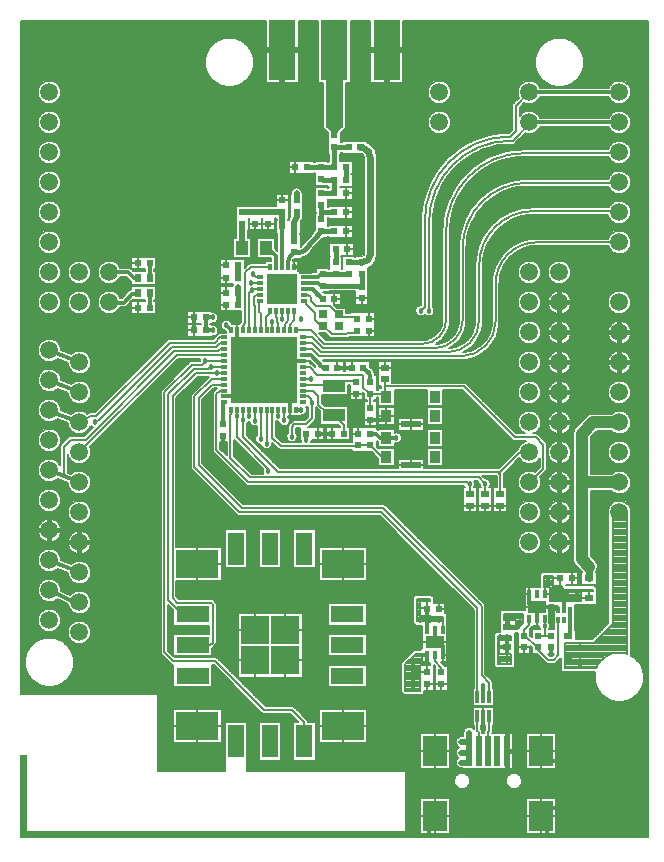
<source format=gtl>
G04 DipTrace 2.3.1.0*
%INTop.gbr*%
%MOIN*%
%ADD13C,0.006*%
%ADD14C,0.0118*%
%ADD15C,0.0197*%
%ADD16C,0.0157*%
%ADD17C,0.0236*%
%ADD18C,0.0394*%
%ADD19C,0.0079*%
%ADD20C,0.0063*%
%ADD23R,0.0236X0.0236*%
%ADD26R,0.1102X0.0551*%
%ADD27R,0.0551X0.1102*%
%ADD28R,0.1417X0.0945*%
%ADD29R,0.0945X0.0945*%
%ADD30R,0.0197X0.0984*%
%ADD31R,0.0787X0.0984*%
%ADD32R,0.0315X0.0236*%
%ADD34R,0.0236X0.0276*%
%ADD35R,0.0276X0.0236*%
%ADD36C,0.0591*%
%ADD37R,0.0394X0.0472*%
%ADD38C,0.0472*%
%ADD39R,0.09X0.2*%
%ADD40R,0.0354X0.0394*%
%ADD41R,0.0669X0.0236*%
%ADD43R,0.0217X0.0118*%
%ADD46R,0.0118X0.0217*%
%ADD49R,0.2205X0.2205*%
%ADD51R,0.1024X0.1024*%
%ADD52R,0.0118X0.0394*%
%ADD54R,0.0118X0.0276*%
%ADD57R,0.063X0.0394*%
%ADD59R,0.0748X0.0433*%
%ADD61R,0.0295X0.0256*%
%ADD62C,0.018*%
%ADD64C,0.025*%
%FSLAX44Y44*%
G04*
G70*
G90*
G75*
G01*
%LNTop*%
%LPD*%
X20886Y10827D2*
D13*
Y11004D1*
X21063Y11181D1*
Y11378D1*
X21358Y10433D2*
X21319D1*
X20925Y10827D1*
X20886D1*
X22028Y11358D2*
Y10177D1*
X21870Y10020D1*
X21693D1*
X21358Y10354D1*
Y10433D1*
X12500Y18356D2*
Y17421D1*
X12776Y17146D1*
X15276D1*
X15354Y17165D1*
X15768D1*
X16299Y16791D2*
X16142D1*
X15768Y17165D1*
X14665Y19764D2*
D14*
X14902D1*
X13209Y23120D2*
X13366D1*
X15138Y19764D2*
X14902D1*
X10876Y18799D2*
X11142D1*
D13*
Y19557D1*
X11319Y21014D2*
D14*
Y20758D1*
X13091Y18356D2*
Y18809D1*
X14016Y17559D2*
X14232D1*
X14252Y17461D1*
X14488Y17559D2*
X14272D1*
X14252Y17461D1*
X9882Y21004D2*
Y21437D1*
X21969Y6654D2*
X21781D1*
X21457Y6978D1*
X21969Y5079D2*
X21722D1*
X21457Y4813D1*
X13533Y19980D2*
X13199D1*
X13091Y19872D1*
X21319Y11378D2*
Y11791D1*
X21063Y12205D2*
Y11890D1*
X21161Y11791D1*
X21319D1*
X22028Y11673D2*
Y11752D1*
X21988Y11791D1*
X21319D1*
X19528Y8150D2*
Y7795D1*
X10866Y17480D2*
Y17244D1*
X15768Y18031D2*
X16181D1*
X16299Y18150D1*
X17913Y11024D2*
Y10610D1*
X18169Y10197D2*
Y10492D1*
X18051Y10610D1*
X17913D1*
X21791Y10433D2*
Y10217D1*
X21654Y4213D2*
Y4616D1*
X21457Y4813D1*
X17717Y4213D2*
Y4616D1*
X17913Y4813D1*
X12697Y21014D2*
D13*
Y21171D1*
X12618Y21506D1*
Y21644D1*
X12500Y21014D2*
X12480D1*
Y21289D1*
X12835Y21388D2*
Y21644D1*
X12815D1*
X8012Y22756D2*
D14*
X7874D1*
X7693Y22937D1*
X7067D1*
X8012Y22244D2*
Y22224D1*
X7835D1*
X7539Y21929D1*
X7059D1*
X7067Y21937D1*
X14882Y17559D2*
D13*
Y17835D1*
X14547Y18169D1*
X13533Y18996D2*
X13858D1*
X14035Y18819D1*
Y18524D1*
X14291Y18268D1*
X14547Y18169D1*
X13533Y19193D2*
X14508D1*
X14547Y19154D1*
X14754D1*
X14902Y19301D1*
X15285D1*
X15295Y19291D1*
X17913Y10197D2*
Y9980D1*
X18130Y9764D1*
Y9606D1*
X13553Y22776D2*
D14*
X14016D1*
X14094Y22854D1*
X14154D1*
X14173Y22874D1*
D16*
X14606D1*
X15039D2*
X14606D1*
X11358Y21850D2*
Y22264D1*
X12077Y22579D2*
D13*
X11870D1*
X11791Y22598D1*
X11358Y22461D2*
D15*
Y22264D1*
X13553Y21988D2*
D13*
X13622D1*
Y21890D1*
X13917Y21594D1*
Y21339D1*
X14114Y21142D1*
X14193D1*
Y21161D1*
X14488Y20866D1*
X14961D1*
X15020Y20925D1*
X15315D1*
Y20984D1*
Y21398D2*
Y21457D1*
X14823D1*
X14705Y21575D1*
Y21535D1*
X13553Y22185D2*
X13701D1*
X13780Y22106D1*
Y21988D1*
X13957Y21811D1*
X14409D1*
X14685Y21535D1*
X14705D1*
X12618Y23120D2*
D14*
Y23484D1*
X12421Y23681D1*
X12362D1*
X12283Y23760D1*
X11496Y24941D2*
D15*
X11929D1*
X12362D1*
X12835D1*
Y24469D1*
X12815Y23120D2*
D14*
Y24449D1*
D13*
X12835Y24469D1*
X13012Y23120D2*
D14*
Y23248D1*
G02X13228Y23602I404J-3D01*
G01*
D16*
X13386D1*
G03X13602Y23701I20J243D01*
G01*
X14134Y24311D1*
X14567D1*
X14134Y25571D2*
X14567D1*
Y26004D1*
X14173D1*
D13*
X14134Y26043D1*
Y24705D2*
D16*
Y24941D1*
Y25177D1*
X14567Y24941D2*
X14134D1*
X13553Y22579D2*
D14*
X14016D1*
X14075Y22520D1*
X14134D1*
X14173Y22480D1*
X15472Y22461D2*
D16*
Y22874D1*
X14173Y22480D2*
X15453D1*
D13*
X15472Y22461D1*
X14606Y23701D2*
D16*
Y23268D1*
X15039D2*
X15472D1*
D17*
G03X15768Y23543I25J270D01*
G01*
Y26713D1*
G03X15492Y27106I-373J32D01*
G01*
X15433D1*
X13661Y26437D2*
D16*
X14134D1*
X14567D1*
Y27106D1*
X15039D2*
X14567D1*
X14961Y26437D2*
Y26004D1*
X22421Y11673D2*
D14*
Y11358D1*
X22362Y10807D2*
X22421Y10866D1*
Y11358D1*
X8406Y22756D2*
Y23248D1*
Y22244D2*
Y21752D1*
X11496Y23760D2*
D15*
Y24547D1*
X23051Y12736D2*
D17*
Y13130D1*
D18*
X22815Y13366D1*
Y15937D1*
X24067D1*
X22815D2*
Y17559D1*
X23193Y17937D1*
X24067D1*
X13228Y23996D2*
D15*
Y24469D1*
X13307Y24941D2*
Y24823D1*
X13228Y24587D1*
Y24469D1*
X6067Y12937D2*
D14*
X5295Y13248D1*
X5067Y13337D1*
X17657Y10197D2*
D13*
Y9606D1*
X17185D1*
Y9862D1*
Y9606D2*
Y9350D1*
Y9094D1*
X21791Y10827D2*
X21575D1*
X21358D1*
X21575Y11378D2*
Y11142D1*
Y10827D1*
X17657Y11713D2*
D14*
Y11358D1*
Y11024D1*
X18169D2*
D13*
Y11299D1*
X18110Y11358D1*
X17657D1*
X24067Y23937D2*
X21319D1*
G03X19941Y22520I-8J-1371D01*
G01*
Y21319D1*
G02X18780Y20138I-1171J-10D01*
G01*
X14055D1*
X13819Y20374D1*
X13533D1*
Y20571D2*
X13819D1*
X14114Y20276D1*
X18346D1*
G03X19390Y21339I-9J1052D01*
G01*
Y23169D1*
G02X21201Y24980I1813J-2D01*
G01*
X24024D1*
X24067Y24937D1*
X10876Y19587D2*
X10650D1*
X9843Y10512D2*
X10433D1*
X10512Y10591D1*
Y11870D1*
X10453Y11929D1*
X9331D1*
X9173Y12087D1*
Y18799D1*
X9961Y19587D1*
X10650D1*
X19331Y8787D2*
Y11732D1*
X16122Y14941D1*
X11398D1*
X9902Y16437D1*
Y18799D1*
X10492Y19390D1*
X10876D1*
X19724Y8787D2*
Y9252D1*
X19469Y9508D1*
Y11811D1*
X16201Y15079D1*
X11476D1*
X10039Y16516D1*
Y18740D1*
X10492Y19193D1*
X10876D1*
X11319Y18150D2*
Y18356D1*
Y18150D2*
Y17441D1*
X12362Y16398D1*
Y16299D1*
X13533Y20768D2*
X13819D1*
X14173Y20413D1*
X17913D1*
G03X18839Y21339I1J925D01*
G01*
Y23720D1*
G02X21043Y25925I2182J23D01*
G01*
X24055D1*
X24067Y25937D1*
X13287Y21014D2*
X13770D1*
X14232Y20551D1*
X17500D1*
G03X18287Y21339I-11J799D01*
G01*
Y24311D1*
G02X20886Y26909I2612J-14D01*
G01*
X24039D1*
X24067Y26937D1*
X10876Y19980D2*
X10256D1*
X10138Y19862D1*
X9823D1*
X8898Y18937D1*
Y10276D1*
X9193Y9980D1*
X10591D1*
X12224Y8346D1*
X13150D1*
X13563Y7933D1*
Y7303D1*
X10876Y19783D2*
X10453D1*
X10413D1*
X10354Y19724D1*
X9882D1*
X9035Y18878D1*
Y12008D1*
X9528Y11516D1*
X9843Y11535D1*
X10876Y20768D2*
X10748D1*
X10571Y20591D1*
X9075D1*
X6634Y18150D1*
X6457D1*
X6067Y17937D1*
D14*
X5315Y18228D1*
D13*
X5067Y18337D1*
X10876Y20571D2*
X10748D1*
X10629Y20453D1*
X9154D1*
X6713Y18012D1*
X6575Y17953D1*
X10876Y20374D2*
X10748D1*
X10689Y20315D1*
X9232D1*
X6280Y17362D1*
X5787D1*
X5551Y17126D1*
Y16142D1*
X5067Y16337D2*
D14*
X5551Y16142D1*
X6067Y15937D1*
X10876Y20177D2*
D13*
X9307D1*
X6067Y16937D1*
X11516Y18356D2*
Y17461D1*
X12697Y16280D1*
X20011D1*
X20098D1*
X20756Y16937D1*
X21067D1*
X11512Y18000D2*
X11516Y18356D1*
X20098Y15551D2*
Y16192D1*
Y16280D1*
X20011D2*
X20098Y16192D1*
X11713Y18356D2*
Y18150D1*
X11909Y17992D2*
Y18356D1*
X21067Y28937D2*
D14*
X24067D1*
X21067D2*
D13*
X20610Y28480D1*
Y27638D1*
X20433Y27461D1*
X20335D1*
G03X17579Y24646I68J-2823D01*
G01*
Y21791D1*
X17441Y21654D1*
X12106Y17382D2*
Y18356D1*
X24067Y27937D2*
D14*
X21067D1*
D13*
X21126D1*
X20512Y27323D1*
X20433D1*
G03X17717Y24626I5J-2721D01*
G01*
Y21654D1*
X12303Y17224D2*
Y18356D1*
X6067Y11937D2*
X5807Y11988D1*
D14*
X5256Y12244D1*
D13*
X5067Y12337D1*
X12697Y18356D2*
Y18150D1*
X6067Y19937D2*
D14*
X5276Y20256D1*
D13*
X5067Y20337D1*
X12894Y18356D2*
Y18000D1*
X6067Y18937D2*
D14*
X5295Y19232D1*
D13*
X5067Y19337D1*
X13819Y18583D2*
X13780Y18701D1*
X13681Y18799D1*
X13533D1*
X13819Y18583D2*
Y18071D1*
X13622Y17874D1*
X13228D1*
X13150Y17795D1*
Y17461D1*
X13091Y21014D2*
Y21171D1*
X13209Y21348D1*
Y21644D1*
X12303Y21014D2*
X12283D1*
Y21447D1*
X12421Y21585D1*
Y21644D1*
X12106Y21014D2*
Y21565D1*
X12067Y21604D1*
Y21978D1*
X12077Y21988D1*
Y22185D2*
X11939D1*
X11870Y22116D1*
Y21841D1*
X11909Y21801D1*
Y21014D1*
X13533Y19390D2*
X13780D1*
X11827Y22344D2*
X11909Y22372D1*
X12067D1*
X12077Y22382D1*
X11827Y22344D2*
X11813D1*
X11732Y22264D1*
Y21201D1*
X11713Y21161D1*
Y21014D1*
X12894D2*
X12913D1*
Y21171D1*
X13031Y21348D1*
Y21644D1*
X13012D1*
X12421Y23120D2*
Y23110D1*
X11772D1*
X11594Y22933D1*
Y21240D1*
X11516Y21161D1*
Y21014D1*
X11122Y18356D2*
Y18228D1*
X11102Y18209D1*
Y16752D1*
X11752Y16102D1*
X19370D1*
X19587Y15886D1*
Y15551D1*
X10876Y18996D2*
X10748D1*
X10630Y18878D1*
Y17008D1*
X11693Y15945D1*
X18996D1*
X19070Y15871D1*
X19075Y15866D1*
Y15551D1*
X19055Y6978D2*
D15*
Y6929D1*
X18799D1*
X19528Y8787D2*
D14*
Y9154D1*
X19055Y6978D2*
D15*
Y7598D1*
Y6978D2*
D13*
Y6594D1*
D15*
X18799D1*
X19055Y6978D2*
D13*
Y7283D1*
D15*
X18799D1*
X20335Y10453D2*
D13*
Y10020D1*
X20098D1*
X20335Y10453D2*
Y10768D1*
X20098D1*
X19724Y8150D2*
Y7657D1*
X19685Y7618D1*
Y6978D1*
X19331Y8150D2*
Y7657D1*
X19370Y7618D1*
Y6978D1*
X11122Y21014D2*
D14*
X10965Y21171D1*
X12077Y22776D2*
D19*
X11949D1*
X11849Y22868D1*
X13533Y20177D2*
D14*
X13770D1*
X14094Y19852D1*
X14272Y19764D2*
X14183D1*
X14094Y19852D1*
X10876Y18602D2*
X10866Y18583D1*
Y18209D1*
X15531Y19764D2*
X15703Y19593D1*
X13287Y18356D2*
X13465D1*
X13622Y17559D2*
Y17343D1*
X10276Y21437D2*
Y21004D1*
X10512D1*
X10276Y21437D2*
X10512Y21433D1*
X13553Y22382D2*
X13839D1*
X13964Y22256D1*
X14173Y22047D1*
X11358Y23169D2*
D15*
Y22953D1*
Y22756D2*
Y22953D1*
X15768Y19291D2*
D14*
Y19528D1*
X15703Y19593D1*
X10866Y18209D2*
Y17874D1*
X15768Y17559D2*
X15945D1*
X16083Y17421D1*
X16299D1*
X22224Y11673D2*
Y12205D1*
D13*
X21575D1*
X13964Y22256D2*
D14*
X13976Y22205D1*
X13307Y25335D2*
D15*
Y25571D1*
X16299Y17421D2*
D14*
X16634D1*
X13533Y19783D2*
D13*
X13740D1*
X13996Y19528D1*
X15472D1*
X15531Y19469D1*
Y19094D1*
X15669Y18957D1*
X15689D1*
X15768Y18898D1*
Y18425D1*
Y18898D2*
X16181D1*
X16299Y18780D1*
X16260Y19370D2*
Y19133D1*
Y18819D1*
X16299Y18780D1*
X16260Y19133D2*
X18879D1*
X20571Y17441D1*
X21280D1*
X21535Y17185D1*
Y16398D1*
X21075Y15937D1*
X21067D1*
D62*
X14902Y19764D3*
X13366Y23120D3*
X14252Y17461D3*
X19528Y7795D3*
X10866Y17244D3*
X21791Y10217D3*
X12480Y21289D3*
X12835Y21388D3*
X11791Y22598D3*
X11358Y22461D3*
X17185Y9606D3*
Y9862D3*
Y9350D3*
Y9094D3*
X21575Y11142D3*
X10650Y19587D3*
X11319Y18150D3*
X12362Y16299D3*
X11319Y18150D3*
X10256Y19980D3*
X10453Y19783D3*
X6575Y17953D3*
X11512Y18000D3*
X11713Y18150D3*
X11909Y17992D3*
X17441Y21654D3*
X12106Y17382D3*
X17717Y21654D3*
X12303Y17224D3*
X12697Y18150D3*
X12894Y18000D3*
X13819Y18583D3*
X13150Y17461D3*
X13819Y18583D3*
X13780Y19390D3*
X13445Y21368D3*
X11827Y22344D3*
D3*
X19587Y15886D3*
X19070Y15871D3*
X18799Y6929D3*
X19528Y9154D3*
X19055Y7598D3*
X18799Y6594D3*
Y7283D3*
X20335Y10020D3*
X20098D3*
X20335Y10768D3*
X20098D3*
X10965Y21171D3*
X11849Y22868D3*
X14094Y19852D3*
X10866Y18209D3*
X15703Y19593D3*
X13465Y18356D3*
X13622Y17343D3*
X10512Y21004D3*
Y21433D3*
X11358Y22953D3*
X13976Y22205D3*
X13307Y25571D3*
X16634Y17421D3*
D64*
X11319Y20581D3*
X13091D3*
X11752D3*
X12205D3*
D62*
X20394Y22028D3*
X17303D3*
X21555Y26417D3*
D64*
X11319Y19341D3*
X13091D3*
X11752D3*
X12205D3*
X11319Y18809D3*
X13091D3*
X11752D3*
X12205D3*
X12461Y22746D3*
X12815D3*
X13169D3*
X12461Y22392D3*
X12815D3*
X13169D3*
X12461Y22037D3*
X12815D3*
X13169D3*
D62*
X17303Y24783D3*
X16772Y19626D3*
D64*
X11319Y19872D3*
D62*
X18701Y27244D3*
X17500Y25768D3*
D64*
X13091Y19872D3*
X11752D3*
X12205D3*
X12657Y20581D3*
D62*
X20059Y18504D3*
D64*
X12657Y19341D3*
Y18809D3*
Y19872D3*
D62*
X17953Y26594D3*
X17303Y22953D3*
X19921Y11909D3*
X16654Y9390D3*
X17303Y23898D3*
X18878Y10807D3*
X17185Y8465D3*
X16594Y7697D3*
X11614Y16732D3*
X11299Y12008D3*
X17953Y8465D3*
X18386Y18878D3*
X20630Y26378D3*
X17185Y7697D3*
X8209Y13957D3*
X22579Y28465D3*
X20433Y24193D3*
X17913Y21201D3*
X15650Y16732D3*
X17953Y7697D3*
X11535Y12756D3*
X19783Y20079D3*
X14862Y16732D3*
X19508Y16713D3*
X18524D3*
X17087Y17087D3*
X12835Y16732D3*
X14547Y18661D3*
X17106Y18504D3*
X13839Y16732D3*
X23425Y11673D3*
X23150Y9055D3*
X19783Y23484D3*
X24016Y8268D3*
X21220Y7736D3*
X22913Y8268D3*
X18563Y23720D3*
Y22500D3*
X13209Y12008D3*
X14075D3*
X20472Y23130D3*
X21555Y28465D3*
X14094Y11024D3*
X14961D3*
X14094Y10000D3*
X14606Y8740D3*
X19075Y21161D3*
X12402Y8622D3*
X13681Y8307D3*
X15374Y24016D3*
Y24409D3*
X15394Y8740D3*
X15374Y25197D3*
Y23622D3*
Y24803D3*
X6909Y13898D3*
X19665Y19114D3*
X13681Y9134D3*
X23701Y23563D3*
X18543Y21280D3*
X21555Y24429D3*
X23701Y25453D3*
Y26417D3*
Y28465D3*
X15374Y26772D3*
X16142Y20866D3*
X19724Y26083D3*
X23386Y15394D3*
X19665Y22283D3*
X4724Y9055D3*
X19409Y18110D3*
X17992Y24350D3*
X19626Y21024D3*
X14882Y26772D3*
X23701Y24429D3*
X7185Y14783D3*
X6693Y12992D3*
X19094Y22402D3*
X6614Y19508D3*
X10492Y12362D3*
X14724Y15531D3*
X12283Y12008D3*
X9961Y19232D3*
X14724Y14606D3*
X9528Y17638D3*
X6614Y18563D3*
X5610Y13583D3*
Y17657D3*
X9528Y16929D3*
X10335Y18504D3*
X15039Y12283D3*
X16752Y12815D3*
X17461Y12323D3*
X10335Y16654D3*
X17008Y11850D3*
X9508Y14606D3*
X5827Y11457D3*
X10394Y14075D3*
X15984Y12303D3*
X16122Y13209D3*
X15689Y13996D3*
X14724D3*
X16594Y8465D3*
X9252Y7008D3*
X9843D3*
X11811D3*
X12992D3*
X11811Y7795D3*
X12992D3*
X10630Y7008D3*
X10787Y8661D3*
X11220Y8228D3*
X11890Y9134D3*
X12756D3*
X13031Y8622D3*
X16535Y7008D3*
X10059Y8661D3*
X9350D3*
X21969Y6654D3*
Y5079D3*
X9823Y15453D3*
X11575Y14606D3*
X10610Y14902D3*
X11575Y15531D3*
X6043Y9685D3*
X5610Y12638D3*
X16850Y10630D3*
X13150Y14606D3*
X22736Y9843D3*
X17421Y11358D3*
X17736D3*
X18051D3*
X6594Y20866D3*
X22736Y10433D3*
X17736Y10610D3*
X18091D3*
X20551Y11457D3*
X20315D3*
X20768D3*
X22736Y10138D3*
X5827Y16457D3*
X16299Y14252D3*
Y15531D3*
X7677Y12736D3*
X21496Y11791D3*
X18268Y13524D3*
X22028Y12185D3*
X5610Y14646D3*
X22638Y12185D3*
X21693Y12657D3*
X22323Y12185D3*
X21142Y11791D3*
X12520Y12756D3*
X18406Y12224D3*
X11063Y23819D3*
X17402Y13169D3*
X17736Y15531D3*
X5591Y19587D3*
X18858Y9587D3*
Y8307D3*
X19744Y10807D3*
Y9783D3*
X15984Y11437D3*
X20098Y7933D3*
X20118Y9055D3*
X19193Y12598D3*
X5610Y15610D3*
X10925Y16142D3*
X15984Y10650D3*
X8268Y18701D3*
X5591Y20866D3*
X7736Y22500D3*
X6988Y24311D3*
X7874Y26535D3*
X7677Y18110D3*
X16142Y21260D3*
X6575Y23465D3*
X15177Y22224D3*
X7835Y23642D3*
X6555Y25079D3*
X8957Y22441D3*
X7717Y25217D3*
X7087Y25866D3*
X5610Y23465D3*
X14961Y7008D3*
X8957Y23228D3*
X5906Y9055D3*
X15984Y9075D3*
X5118Y9055D3*
X15984Y8287D3*
X17323Y7008D3*
X14173D3*
X5512Y9055D3*
X6299D3*
X13563Y12756D3*
X18150Y6063D3*
X20492Y25335D3*
X15984Y9843D3*
Y7480D3*
X19685Y6063D3*
X21299D3*
X21555Y25453D3*
X18898Y5118D3*
X20472D3*
X19547Y24665D3*
X22441Y4213D3*
X23228D3*
X24016D3*
X19685Y5118D3*
X7303Y20236D3*
X7224Y21358D3*
X8957Y21732D3*
Y23976D3*
X9173Y21024D3*
X5610Y22441D3*
X8327Y24606D3*
X18799Y19626D3*
X22598Y25453D3*
X19094Y26614D3*
X14823Y22224D3*
X23445Y13504D3*
X18524Y17677D3*
X22579Y27421D3*
X5610Y21654D3*
X15295Y18268D3*
X13150Y15531D3*
X22579Y24429D3*
X14173Y27165D3*
X7638Y19528D3*
X17087Y14705D3*
X19134Y23602D3*
X20335Y19665D3*
Y20945D3*
X18799Y25098D3*
X22657Y23563D3*
X17185Y20866D3*
X21575Y23563D3*
X15177Y21831D3*
X13799Y23031D3*
X22854Y11102D3*
X23701Y27421D3*
X20256Y12933D3*
X20236Y14350D3*
X5591Y18602D3*
X19449Y13819D3*
X21555Y13268D3*
X18661Y14606D3*
X17756Y19626D3*
X18130Y25256D3*
X18484Y25984D3*
X20000Y27028D3*
X17992Y22224D3*
X21555Y27421D3*
X15374Y25591D3*
Y26378D3*
Y25984D3*
X16142Y24016D3*
X17992Y23287D3*
X23386Y17402D3*
Y16575D3*
Y14291D3*
X16142Y24409D3*
Y25197D3*
X20059Y17224D3*
X7776Y15512D3*
X23484Y12677D3*
X22579Y26437D3*
X16142Y23622D3*
Y24803D3*
Y26772D3*
Y25591D3*
Y26378D3*
Y25984D3*
X15787Y21831D3*
Y22224D3*
Y23012D3*
X16142Y21654D3*
X15787Y22618D3*
X16142Y23228D3*
Y22047D3*
Y22835D3*
Y22441D3*
X14213Y23858D3*
X13799Y23445D3*
X14213Y23287D3*
X13701Y24409D3*
Y25197D3*
Y24803D3*
X13543Y24094D3*
X13701Y25591D3*
X13307Y25984D3*
X13701D3*
X12520D3*
X12913D3*
X11988Y25354D3*
X12382D3*
X11201D3*
X11594D3*
X13780Y26772D3*
X14173D3*
X12992D3*
X13386D3*
X16024Y27165D3*
X15374Y27559D3*
X15768D3*
X15098Y27953D3*
X11791Y24173D3*
X15098Y28346D3*
Y29134D3*
Y28740D3*
X14035Y27953D3*
Y28346D3*
Y29134D3*
Y28740D3*
X13681Y29528D3*
Y31102D3*
X12520Y24173D3*
X12146D3*
X13681Y30315D3*
X15433Y29528D3*
Y31102D3*
Y30315D3*
X12165Y29528D3*
Y31102D3*
Y30315D3*
X16969Y29528D3*
Y31102D3*
Y30315D3*
X13386Y27323D3*
Y28898D3*
Y28110D3*
X12598Y27323D3*
Y28898D3*
Y28110D3*
X11811Y27323D3*
Y28898D3*
Y28110D3*
X11024Y27323D3*
Y28898D3*
X10236Y28110D3*
X9449Y27323D3*
Y28898D3*
X8661Y28110D3*
X7874Y27323D3*
Y28898D3*
X9843Y29528D3*
Y31102D3*
X9055D3*
Y30315D3*
X8268Y29528D3*
Y31102D3*
X7480D3*
Y30315D3*
X6693Y29528D3*
Y31102D3*
X5906D3*
Y30315D3*
X11417Y31102D3*
X10630D3*
X8661Y25748D3*
X6299Y25866D3*
X11240Y21457D3*
X8661Y18110D3*
X5118Y29528D3*
Y31102D3*
X4331Y29528D3*
Y31102D3*
Y30315D3*
Y27165D3*
Y28740D3*
Y27953D3*
Y24803D3*
Y26378D3*
Y25591D3*
Y22441D3*
Y24016D3*
Y23228D3*
Y20079D3*
Y21654D3*
Y20866D3*
Y17717D3*
Y19291D3*
Y18504D3*
Y15354D3*
Y16929D3*
Y16142D3*
Y12992D3*
Y14567D3*
Y13780D3*
Y10630D3*
Y12205D3*
Y11417D3*
X6043Y10354D3*
X4213Y9646D3*
X4331Y9055D3*
X24803Y29528D3*
Y31102D3*
Y30315D3*
Y27165D3*
Y28740D3*
Y27953D3*
Y24803D3*
Y26378D3*
Y25591D3*
Y22441D3*
Y24016D3*
Y23228D3*
Y20079D3*
Y21654D3*
Y20866D3*
Y17717D3*
Y19291D3*
Y18504D3*
Y15354D3*
Y16929D3*
Y16142D3*
Y12992D3*
Y14567D3*
Y13780D3*
Y10630D3*
Y12205D3*
Y11417D3*
X24862Y9843D3*
Y9055D3*
X24803Y6693D3*
Y8268D3*
Y7480D3*
Y4331D3*
Y5906D3*
Y5118D3*
X24094Y22933D3*
X23386Y20866D3*
Y22441D3*
Y21654D3*
Y18504D3*
Y20079D3*
Y19291D3*
X9843Y24213D3*
X9685Y25748D3*
X11063Y24626D3*
X9843Y21850D3*
Y23425D3*
Y22638D3*
X10630Y24213D3*
Y25787D3*
Y25000D3*
Y21850D3*
Y23425D3*
Y22638D3*
X9449Y24961D3*
X11811Y25984D3*
X23228Y31102D3*
Y30315D3*
X10945Y10394D3*
X22441Y31102D3*
X10965Y11339D3*
X21654Y31102D3*
X9606Y12362D3*
X20866Y29528D3*
Y31102D3*
X20079D3*
Y30315D3*
X19291Y29528D3*
Y31102D3*
X18504D3*
Y30315D3*
X17717Y29528D3*
Y31102D3*
X16732Y24803D3*
Y26378D3*
Y25591D3*
Y22598D3*
Y24173D3*
Y23386D3*
X19291Y28740D3*
Y27953D3*
X18642Y28740D3*
Y27953D3*
X17717Y27165D3*
X20079Y28740D3*
Y27953D3*
X16929Y27165D3*
Y28740D3*
Y27953D3*
X5610Y24291D3*
X16142Y28740D3*
Y27953D3*
X24016Y29528D3*
Y31102D3*
X16732Y21811D3*
Y21024D3*
X7087Y28110D3*
X6220Y27323D3*
X6299Y28898D3*
X5610Y27323D3*
Y28898D3*
Y28110D3*
Y25079D3*
Y26535D3*
Y25866D3*
X12598Y26535D3*
X11811D3*
X11024D3*
X10236D3*
X8661D3*
X9232Y19665D3*
X8425Y20512D3*
X6299Y26535D3*
X8012Y21358D3*
X7087Y9055D3*
X8268D3*
X7480D3*
X7874D3*
X8661D3*
X6693D3*
X17126Y5709D3*
X8858Y6496D3*
Y7283D3*
X17126Y5315D3*
X8858Y6890D3*
Y8858D3*
Y7677D3*
Y8465D3*
Y8071D3*
X17126Y4921D3*
Y4528D3*
X9646Y6496D3*
X10039D3*
X10433D3*
X9252D3*
X12008D3*
X13189D3*
X12402D3*
X12795D3*
X13583D3*
X17126Y4213D3*
X14764Y6496D3*
X13976D3*
X14370D3*
X15157D3*
X15748Y7008D3*
X15945Y6496D3*
X17126D3*
X16339D3*
X16732D3*
X17126Y6102D3*
X15551Y6496D3*
X8661Y16909D3*
X6890Y17323D3*
X7579Y10236D3*
X6693D3*
X8661Y15295D3*
X7776Y16693D3*
X8465Y10472D3*
Y12047D3*
X6890Y15748D3*
X8465Y11260D3*
X7579Y11811D3*
X8465Y9685D3*
X6693Y11811D3*
Y11024D3*
X7579D3*
X6693Y9449D3*
X7579D3*
X21654Y4213D3*
X24016Y7480D3*
X23228Y6693D3*
X20866Y4213D3*
X20079D3*
X22441Y7480D3*
X19291Y4213D3*
X24016Y5906D3*
X23228Y5118D3*
X18504Y4213D3*
X17717D3*
X22441Y5906D3*
X23846Y14824D2*
D19*
X24304D1*
X23846Y14747D2*
X24304D1*
X23846Y14669D2*
X24304D1*
X23846Y14592D2*
X24304D1*
X23846Y14514D2*
X24304D1*
X23846Y14437D2*
X24304D1*
X23846Y14360D2*
X24304D1*
X23846Y14282D2*
X24304D1*
X23846Y14205D2*
X24304D1*
X23846Y14127D2*
X24304D1*
X23846Y14050D2*
X24304D1*
X23846Y13972D2*
X24304D1*
X23846Y13895D2*
X24304D1*
X23846Y13818D2*
X24304D1*
X23846Y13740D2*
X24304D1*
X23846Y13663D2*
X24304D1*
X23846Y13585D2*
X24304D1*
X23846Y13508D2*
X24304D1*
X23846Y13430D2*
X24304D1*
X23846Y13353D2*
X24304D1*
X23846Y13276D2*
X24304D1*
X23846Y13198D2*
X24304D1*
X23846Y13121D2*
X24304D1*
X23846Y13043D2*
X24304D1*
X23846Y12966D2*
X24304D1*
X23846Y12888D2*
X24304D1*
X23846Y12811D2*
X24304D1*
X23846Y12734D2*
X24304D1*
X23846Y12656D2*
X24304D1*
X23846Y12579D2*
X24304D1*
X23846Y12501D2*
X24304D1*
X23846Y12424D2*
X24304D1*
X23846Y12346D2*
X24304D1*
X23846Y12269D2*
X24304D1*
X23846Y12192D2*
X24304D1*
X23846Y12114D2*
X24304D1*
X23846Y12037D2*
X24304D1*
X23846Y11959D2*
X24304D1*
X23846Y11882D2*
X24304D1*
X23846Y11804D2*
X24304D1*
X23846Y11727D2*
X24304D1*
X23846Y11650D2*
X24304D1*
X23846Y11572D2*
X24304D1*
X23846Y11495D2*
X24304D1*
X23846Y11417D2*
X24304D1*
X23846Y11340D2*
X24304D1*
X23846Y11262D2*
X24304D1*
X23843Y11185D2*
X24304D1*
X23770Y11108D2*
X24304D1*
X23692Y11030D2*
X24304D1*
X23615Y10953D2*
X24304D1*
X23537Y10875D2*
X24304D1*
X23460Y10798D2*
X24304D1*
X23382Y10720D2*
X24304D1*
X23305Y10643D2*
X24304D1*
X22252Y10566D2*
X24304D1*
X22252Y10488D2*
X24304D1*
X22252Y10411D2*
X24304D1*
X22252Y10333D2*
X24304D1*
X22252Y10256D2*
X23937D1*
X24196D2*
X24304D1*
X22252Y10178D2*
X23691D1*
X22252Y10101D2*
X23564D1*
X22252Y10024D2*
X23475D1*
X22252Y9946D2*
X23406D1*
X22252Y9869D2*
X23353D1*
X22252Y9791D2*
X23311D1*
X22641Y10571D2*
Y10568D1*
X22244D1*
Y9744D1*
X23298D1*
X23329Y9813D1*
X23368Y9882D1*
X23414Y9946D1*
X23465Y10006D1*
X23522Y10060D1*
X23583Y10109D1*
X23649Y10152D1*
X23719Y10189D1*
X23792Y10218D1*
X23867Y10241D1*
X23945Y10256D1*
X24023Y10264D1*
X24102D1*
X24180Y10257D1*
X24257Y10243D1*
X24311Y10228D1*
Y14902D1*
X23839D1*
X23838Y11200D1*
X23827Y11173D1*
X23235Y10582D1*
X23209Y10571D1*
X22641D1*
X21563Y12738D2*
X21839D1*
X21563Y12660D2*
X21839D1*
X21563Y12583D2*
X21839D1*
X21563Y12505D2*
X21839D1*
X21763Y12428D2*
X22158D1*
X21763Y12350D2*
X23161D1*
X21763Y12273D2*
X22765D1*
X21763Y12196D2*
X22765D1*
X21763Y12118D2*
X22765D1*
X21763Y12041D2*
X22765D1*
X22165Y12497D2*
X21847D1*
Y12815D1*
X21555D1*
Y12464D1*
X21755D1*
Y11988D1*
X22772D1*
Y12306D1*
X23169D1*
Y12362D1*
X22205D1*
X22172Y12381D1*
X22165Y12402D1*
Y12496D1*
X22087Y12736D2*
Y12497D1*
X21847Y12736D2*
X22087D1*
X21575Y12464D2*
Y12205D1*
X21755D1*
X23051Y12306D2*
Y12067D1*
X22773D2*
X23051D1*
X17331Y11970D2*
X17410D1*
X17331Y11892D2*
X17410D1*
X17331Y11815D2*
X17410D1*
X17331Y11738D2*
X17410D1*
X17331Y11660D2*
X17410D1*
X17331Y11583D2*
X17410D1*
X17331Y11505D2*
X17410D1*
X17331Y11428D2*
X18181D1*
X17331Y11350D2*
X18181D1*
X17426Y11972D2*
X17736D1*
Y12047D1*
X17323D1*
Y11299D1*
X17477D1*
Y11302D1*
X17838Y11301D1*
X17969Y11302D1*
X18094Y11301D1*
X18190Y11302D1*
X18189Y11457D1*
X17776D1*
X17742Y11476D1*
X17736Y11493D1*
X17418D1*
Y11972D1*
X17426D1*
X17657Y11971D2*
Y11493D1*
X17418Y11732D2*
X17657D1*
X17212Y10140D2*
X17469D1*
X17134Y10063D2*
X17469D1*
X17057Y9986D2*
X17469D1*
X16979Y9908D2*
X17729D1*
X16937Y9831D2*
X17410D1*
X16937Y9753D2*
X17410D1*
X16937Y9676D2*
X17410D1*
X16937Y9598D2*
X17410D1*
X16937Y9521D2*
X17410D1*
X16937Y9444D2*
X17410D1*
X16937Y9366D2*
X17410D1*
X16937Y9289D2*
X17410D1*
X16937Y9211D2*
X17410D1*
X16937Y9134D2*
X17410D1*
X16937Y9056D2*
X17410D1*
X17426Y9846D2*
X17736D1*
X17735Y9938D1*
X17477D1*
Y10217D1*
X17280D1*
X16929Y9866D1*
Y8996D1*
X17418D1*
Y9452D1*
Y9846D1*
X17426D1*
X17657D2*
Y9606D1*
X17418D2*
X17657D1*
Y10197D2*
D14*
Y9938D1*
X17477Y10197D2*
X17657D1*
X20224Y11478D2*
D19*
X20859D1*
X20224Y11400D2*
X20859D1*
X20621Y11323D2*
X20859D1*
X20621Y11245D2*
X20859D1*
X20621Y11168D2*
X20790D1*
X20621Y11091D2*
X20712D1*
X20217Y11361D2*
X20613D1*
Y11063D1*
X20686Y11066D1*
X20697D1*
X20866Y11237D1*
Y11555D1*
X20217D1*
Y11362D1*
X20335Y11361D2*
D16*
Y11122D1*
X20613D1*
X20028Y10749D2*
D19*
X20445D1*
X20028Y10207D2*
X20445D1*
X20028Y10130D2*
X20445D1*
X20028Y10052D2*
X20445D1*
X20028Y9975D2*
X20445D1*
X20028Y9898D2*
X20445D1*
X20064Y10692D2*
X20453D1*
Y10827D1*
X20020D1*
Y9882D1*
X20453D1*
Y10213D1*
X20125D1*
X20056D1*
Y10692D1*
X20064D1*
X20335D2*
D14*
Y10214D1*
X20056Y10453D2*
X20335D1*
X4132Y31245D2*
D20*
X12274D1*
X13380D2*
X14014D1*
X15120D2*
X15754D1*
X16860D2*
X25002D1*
X4132Y31184D2*
X12274D1*
X13380D2*
X14014D1*
X15120D2*
X15754D1*
X16860D2*
X25002D1*
X4132Y31122D2*
X12274D1*
X13380D2*
X14014D1*
X15120D2*
X15754D1*
X16860D2*
X25002D1*
X4132Y31060D2*
X12274D1*
X13380D2*
X14014D1*
X15120D2*
X15754D1*
X16860D2*
X25002D1*
X4132Y30999D2*
X12274D1*
X13380D2*
X14014D1*
X15120D2*
X15754D1*
X16860D2*
X25002D1*
X4132Y30937D2*
X12274D1*
X13380D2*
X14014D1*
X15120D2*
X15754D1*
X16860D2*
X25002D1*
X4132Y30875D2*
X12274D1*
X13380D2*
X14014D1*
X15120D2*
X15754D1*
X16860D2*
X25002D1*
X4132Y30814D2*
X12274D1*
X13380D2*
X14014D1*
X15120D2*
X15754D1*
X16860D2*
X25002D1*
X4132Y30752D2*
X10970D1*
X11164D2*
X12274D1*
X13380D2*
X14014D1*
X15120D2*
X15754D1*
X16860D2*
X21970D1*
X22164D2*
X25002D1*
X4132Y30690D2*
X10736D1*
X11398D2*
X12274D1*
X13380D2*
X14014D1*
X15120D2*
X15754D1*
X16860D2*
X21736D1*
X22398D2*
X25002D1*
X4132Y30629D2*
X10620D1*
X11514D2*
X12274D1*
X13380D2*
X14014D1*
X15120D2*
X15754D1*
X16860D2*
X21620D1*
X22514D2*
X25002D1*
X4132Y30567D2*
X10536D1*
X11598D2*
X12274D1*
X13380D2*
X14014D1*
X15120D2*
X15754D1*
X16860D2*
X21536D1*
X22598D2*
X25002D1*
X4132Y30505D2*
X10470D1*
X11664D2*
X12274D1*
X13380D2*
X14014D1*
X15120D2*
X15754D1*
X16860D2*
X21470D1*
X22664D2*
X25002D1*
X4132Y30444D2*
X10415D1*
X11718D2*
X12274D1*
X13380D2*
X14014D1*
X15120D2*
X15754D1*
X16860D2*
X21415D1*
X22718D2*
X25002D1*
X4132Y30382D2*
X10372D1*
X11762D2*
X12274D1*
X13380D2*
X14014D1*
X15120D2*
X15754D1*
X16860D2*
X21372D1*
X22762D2*
X25002D1*
X4132Y30320D2*
X10336D1*
X11798D2*
X12274D1*
X13380D2*
X14014D1*
X15120D2*
X15754D1*
X16860D2*
X21336D1*
X22798D2*
X25002D1*
X4132Y30259D2*
X10306D1*
X11828D2*
X12274D1*
X13380D2*
X14014D1*
X15120D2*
X15754D1*
X16860D2*
X21306D1*
X22828D2*
X25002D1*
X4132Y30197D2*
X10283D1*
X11851D2*
X12274D1*
X13380D2*
X14014D1*
X15120D2*
X15754D1*
X16860D2*
X21283D1*
X22851D2*
X25002D1*
X4132Y30135D2*
X10265D1*
X11869D2*
X12274D1*
X13380D2*
X14014D1*
X15120D2*
X15754D1*
X16860D2*
X21265D1*
X22869D2*
X25002D1*
X4132Y30073D2*
X10252D1*
X11882D2*
X12274D1*
X13380D2*
X14014D1*
X15120D2*
X15754D1*
X16860D2*
X21252D1*
X22882D2*
X25002D1*
X4132Y30012D2*
X10244D1*
X11890D2*
X12274D1*
X13380D2*
X14014D1*
X15120D2*
X15754D1*
X16860D2*
X21244D1*
X22890D2*
X25002D1*
X4132Y29950D2*
X10240D1*
X11894D2*
X12274D1*
X13380D2*
X14014D1*
X15120D2*
X15754D1*
X16860D2*
X21240D1*
X22894D2*
X25002D1*
X4132Y29888D2*
X10242D1*
X11892D2*
X12274D1*
X13380D2*
X14014D1*
X15120D2*
X15754D1*
X16860D2*
X21242D1*
X22892D2*
X25002D1*
X4132Y29827D2*
X10248D1*
X11886D2*
X12274D1*
X13380D2*
X14014D1*
X15120D2*
X15754D1*
X16860D2*
X21248D1*
X22886D2*
X25002D1*
X4132Y29765D2*
X10259D1*
X11875D2*
X12274D1*
X13380D2*
X14014D1*
X15120D2*
X15754D1*
X16860D2*
X21259D1*
X22875D2*
X25002D1*
X4132Y29703D2*
X10275D1*
X11859D2*
X12274D1*
X13380D2*
X14014D1*
X15120D2*
X15754D1*
X16860D2*
X21275D1*
X22859D2*
X25002D1*
X4132Y29642D2*
X10295D1*
X11838D2*
X12274D1*
X13380D2*
X14014D1*
X15120D2*
X15754D1*
X16860D2*
X21295D1*
X22838D2*
X25002D1*
X4132Y29580D2*
X10322D1*
X11812D2*
X12274D1*
X13380D2*
X14014D1*
X15120D2*
X15754D1*
X16860D2*
X21322D1*
X22812D2*
X25002D1*
X4132Y29518D2*
X10355D1*
X11778D2*
X12274D1*
X13380D2*
X14014D1*
X15120D2*
X15754D1*
X16860D2*
X21355D1*
X22778D2*
X25002D1*
X4132Y29457D2*
X10396D1*
X11738D2*
X12274D1*
X13380D2*
X14014D1*
X15120D2*
X15754D1*
X16860D2*
X21396D1*
X22738D2*
X25002D1*
X4132Y29395D2*
X10445D1*
X11689D2*
X12274D1*
X13380D2*
X14014D1*
X15120D2*
X15754D1*
X16860D2*
X21445D1*
X22689D2*
X25002D1*
X4132Y29333D2*
X10506D1*
X11628D2*
X12274D1*
X13380D2*
X14014D1*
X15120D2*
X15754D1*
X16860D2*
X21506D1*
X22628D2*
X25002D1*
X4132Y29272D2*
X4856D1*
X5277D2*
X10581D1*
X11553D2*
X12274D1*
X13380D2*
X14014D1*
X15120D2*
X15754D1*
X16860D2*
X17856D1*
X18277D2*
X20856D1*
X21277D2*
X21581D1*
X22553D2*
X23856D1*
X24277D2*
X25002D1*
X4132Y29210D2*
X4779D1*
X5355D2*
X10681D1*
X11453D2*
X14168D1*
X14965D2*
X17779D1*
X18355D2*
X20779D1*
X21355D2*
X21681D1*
X22453D2*
X23779D1*
X24355D2*
X25002D1*
X4132Y29148D2*
X4730D1*
X5403D2*
X10836D1*
X11298D2*
X14168D1*
X14965D2*
X17730D1*
X18403D2*
X20730D1*
X21403D2*
X21836D1*
X22298D2*
X23730D1*
X24403D2*
X25002D1*
X4132Y29087D2*
X4698D1*
X5436D2*
X14168D1*
X14965D2*
X17698D1*
X18436D2*
X20698D1*
X24436D2*
X25002D1*
X4132Y29025D2*
X4678D1*
X5456D2*
X14168D1*
X14965D2*
X17678D1*
X18456D2*
X20678D1*
X24456D2*
X25002D1*
X4132Y28963D2*
X4669D1*
X5464D2*
X14168D1*
X14965D2*
X17669D1*
X18464D2*
X20669D1*
X24464D2*
X25002D1*
X4132Y28902D2*
X4670D1*
X5463D2*
X14168D1*
X14965D2*
X17670D1*
X18463D2*
X20670D1*
X24463D2*
X25002D1*
X4132Y28840D2*
X4680D1*
X5454D2*
X14168D1*
X14965D2*
X17680D1*
X18454D2*
X20680D1*
X24454D2*
X25002D1*
X4132Y28778D2*
X4702D1*
X5432D2*
X14168D1*
X14965D2*
X17702D1*
X18432D2*
X20702D1*
X21432D2*
X23702D1*
X24432D2*
X25002D1*
X4132Y28717D2*
X4736D1*
X5398D2*
X14168D1*
X14965D2*
X17736D1*
X18398D2*
X20661D1*
X21398D2*
X23736D1*
X24398D2*
X25002D1*
X4132Y28655D2*
X4788D1*
X5345D2*
X14168D1*
X14965D2*
X17788D1*
X18345D2*
X20599D1*
X21345D2*
X23788D1*
X24345D2*
X25002D1*
X4132Y28593D2*
X4872D1*
X5262D2*
X14168D1*
X14965D2*
X17872D1*
X18262D2*
X20537D1*
X21262D2*
X23872D1*
X24262D2*
X25002D1*
X4132Y28531D2*
X14168D1*
X14965D2*
X20487D1*
X20847D2*
X25002D1*
X4132Y28470D2*
X14168D1*
X14965D2*
X20476D1*
X20785D2*
X25002D1*
X4132Y28408D2*
X14168D1*
X14965D2*
X20476D1*
X20744D2*
X25002D1*
X4132Y28346D2*
X14168D1*
X14965D2*
X20476D1*
X20744D2*
X25002D1*
X4132Y28285D2*
X4879D1*
X5255D2*
X14168D1*
X14965D2*
X17879D1*
X18255D2*
X20476D1*
X20744D2*
X20879D1*
X21255D2*
X23879D1*
X24255D2*
X25002D1*
X4132Y28223D2*
X4792D1*
X5341D2*
X14168D1*
X14965D2*
X17792D1*
X18341D2*
X20476D1*
X20744D2*
X20792D1*
X21341D2*
X23792D1*
X24341D2*
X25002D1*
X4132Y28161D2*
X4739D1*
X5395D2*
X14168D1*
X14965D2*
X17739D1*
X18395D2*
X20476D1*
X21395D2*
X23739D1*
X24395D2*
X25002D1*
X4132Y28100D2*
X4704D1*
X5430D2*
X14168D1*
X14965D2*
X17704D1*
X18430D2*
X20476D1*
X21430D2*
X23704D1*
X24430D2*
X25002D1*
X4132Y28038D2*
X4682D1*
X5452D2*
X14168D1*
X14965D2*
X17682D1*
X18452D2*
X20476D1*
X24452D2*
X25002D1*
X4132Y27976D2*
X4670D1*
X5463D2*
X14168D1*
X14965D2*
X17670D1*
X18463D2*
X20476D1*
X24463D2*
X25002D1*
X4132Y27915D2*
X4669D1*
X5464D2*
X14168D1*
X14965D2*
X17669D1*
X18464D2*
X20476D1*
X24464D2*
X25002D1*
X4132Y27853D2*
X4677D1*
X5457D2*
X14168D1*
X14965D2*
X17677D1*
X18457D2*
X20476D1*
X24457D2*
X25002D1*
X4132Y27791D2*
X4697D1*
X5437D2*
X14168D1*
X14965D2*
X17697D1*
X18437D2*
X20476D1*
X24437D2*
X25002D1*
X4132Y27730D2*
X4727D1*
X5406D2*
X14194D1*
X14940D2*
X17727D1*
X18406D2*
X20476D1*
X21406D2*
X23727D1*
X24406D2*
X25002D1*
X4132Y27668D2*
X4776D1*
X5358D2*
X14256D1*
X14878D2*
X17776D1*
X18358D2*
X20455D1*
X21358D2*
X23776D1*
X24358D2*
X25002D1*
X4132Y27606D2*
X4850D1*
X5284D2*
X14317D1*
X14817D2*
X17850D1*
X18284D2*
X20393D1*
X21284D2*
X23850D1*
X24284D2*
X25002D1*
X4132Y27545D2*
X14346D1*
X14788D2*
X19893D1*
X20919D2*
X25002D1*
X4132Y27483D2*
X14346D1*
X14788D2*
X19621D1*
X20858D2*
X25002D1*
X4132Y27421D2*
X14346D1*
X14788D2*
X19422D1*
X20796D2*
X25002D1*
X4132Y27360D2*
X14346D1*
X14788D2*
X19261D1*
X20734D2*
X25002D1*
X4132Y27298D2*
X4908D1*
X5226D2*
X14346D1*
X15654D2*
X19120D1*
X20673D2*
X23908D1*
X24226D2*
X25002D1*
X4132Y27236D2*
X4807D1*
X5327D2*
X14346D1*
X15725D2*
X19001D1*
X20611D2*
X23807D1*
X24327D2*
X25002D1*
X4132Y27175D2*
X4748D1*
X5386D2*
X14346D1*
X15804D2*
X18892D1*
X20123D2*
X23748D1*
X24386D2*
X25002D1*
X4132Y27113D2*
X4710D1*
X5424D2*
X14346D1*
X15861D2*
X18791D1*
X19800D2*
X23710D1*
X24424D2*
X25002D1*
X4132Y27051D2*
X4685D1*
X5449D2*
X14346D1*
X15904D2*
X18702D1*
X19594D2*
X23685D1*
X24449D2*
X25002D1*
X4132Y26990D2*
X4672D1*
X5462D2*
X14346D1*
X15937D2*
X18615D1*
X19434D2*
X20398D1*
X24462D2*
X25002D1*
X4132Y26928D2*
X4668D1*
X5465D2*
X14346D1*
X15961D2*
X18538D1*
X19299D2*
X20135D1*
X24465D2*
X25002D1*
X4132Y26866D2*
X4675D1*
X5459D2*
X14385D1*
X14749D2*
X15490D1*
X15977D2*
X18464D1*
X19180D2*
X19947D1*
X24459D2*
X25002D1*
X4132Y26804D2*
X4692D1*
X5442D2*
X14385D1*
X14749D2*
X15536D1*
X15987D2*
X18396D1*
X19076D2*
X19794D1*
X24442D2*
X25002D1*
X4132Y26743D2*
X4720D1*
X5414D2*
X14385D1*
X14749D2*
X15547D1*
X15990D2*
X18331D1*
X18982D2*
X19662D1*
X20472D2*
X23720D1*
X24414D2*
X25002D1*
X4132Y26681D2*
X4764D1*
X5370D2*
X14385D1*
X14749D2*
X15546D1*
X15989D2*
X18269D1*
X18894D2*
X19545D1*
X20209D2*
X23764D1*
X24370D2*
X25002D1*
X4132Y26619D2*
X4831D1*
X5303D2*
X13046D1*
X15182D2*
X15546D1*
X15989D2*
X18213D1*
X18816D2*
X19444D1*
X20024D2*
X23831D1*
X24303D2*
X25002D1*
X4132Y26558D2*
X4961D1*
X5173D2*
X13046D1*
X15182D2*
X15546D1*
X15989D2*
X18156D1*
X18741D2*
X19347D1*
X19877D2*
X23961D1*
X24173D2*
X25002D1*
X4132Y26496D2*
X13046D1*
X15182D2*
X15546D1*
X15989D2*
X18106D1*
X18674D2*
X19263D1*
X19752D2*
X25002D1*
X4132Y26434D2*
X13046D1*
X15182D2*
X15546D1*
X15989D2*
X18057D1*
X18608D2*
X19180D1*
X19639D2*
X25002D1*
X4132Y26373D2*
X13046D1*
X15182D2*
X15546D1*
X15989D2*
X18010D1*
X18551D2*
X19108D1*
X19541D2*
X25002D1*
X4132Y26311D2*
X4943D1*
X5191D2*
X13046D1*
X15182D2*
X15546D1*
X15989D2*
X17968D1*
X18493D2*
X19037D1*
X19453D2*
X23943D1*
X24191D2*
X25002D1*
X4132Y26249D2*
X4824D1*
X5310D2*
X13046D1*
X15182D2*
X15546D1*
X15989D2*
X17925D1*
X18443D2*
X18975D1*
X19369D2*
X23824D1*
X24310D2*
X25002D1*
X4132Y26188D2*
X4759D1*
X5375D2*
X13912D1*
X15182D2*
X15546D1*
X15989D2*
X17886D1*
X18393D2*
X18912D1*
X19295D2*
X23759D1*
X24375D2*
X25002D1*
X4132Y26126D2*
X4717D1*
X5417D2*
X13912D1*
X15182D2*
X15546D1*
X15989D2*
X17850D1*
X18346D2*
X18855D1*
X19223D2*
X23717D1*
X24417D2*
X25002D1*
X4132Y26064D2*
X4690D1*
X5444D2*
X13912D1*
X15182D2*
X15546D1*
X15989D2*
X17814D1*
X18303D2*
X18802D1*
X19161D2*
X23690D1*
X24444D2*
X25002D1*
X4132Y26003D2*
X4674D1*
X5460D2*
X13912D1*
X15182D2*
X15546D1*
X15989D2*
X17782D1*
X18262D2*
X18750D1*
X19099D2*
X20548D1*
X24460D2*
X25002D1*
X4132Y25941D2*
X4668D1*
X5465D2*
X13912D1*
X15182D2*
X15546D1*
X15989D2*
X17751D1*
X18224D2*
X18704D1*
X19044D2*
X20312D1*
X24465D2*
X25002D1*
X4132Y25879D2*
X4672D1*
X5462D2*
X13912D1*
X15182D2*
X15546D1*
X15989D2*
X17721D1*
X18187D2*
X18659D1*
X18991D2*
X20143D1*
X24462D2*
X25002D1*
X4132Y25818D2*
X4687D1*
X5447D2*
X14346D1*
X15182D2*
X15546D1*
X15989D2*
X17693D1*
X18153D2*
X18616D1*
X18942D2*
X20003D1*
X24447D2*
X25002D1*
X4132Y25756D2*
X4713D1*
X5421D2*
X13238D1*
X13376D2*
X13912D1*
X15182D2*
X15546D1*
X15989D2*
X17667D1*
X18123D2*
X18577D1*
X18896D2*
X19884D1*
X20621D2*
X23713D1*
X24421D2*
X25002D1*
X4132Y25694D2*
X4753D1*
X5381D2*
X13150D1*
X13464D2*
X13912D1*
X15182D2*
X15546D1*
X15989D2*
X17642D1*
X18091D2*
X18538D1*
X18851D2*
X19784D1*
X20387D2*
X23753D1*
X24381D2*
X25002D1*
X4132Y25633D2*
X4813D1*
X5321D2*
X13115D1*
X13499D2*
X13912D1*
X15182D2*
X15546D1*
X15989D2*
X17619D1*
X18065D2*
X18503D1*
X18812D2*
X19687D1*
X20223D2*
X23813D1*
X24321D2*
X25002D1*
X4132Y25571D2*
X4920D1*
X5213D2*
X13105D1*
X13509D2*
X13912D1*
X15182D2*
X15546D1*
X15989D2*
X17599D1*
X18039D2*
X18471D1*
X18774D2*
X19606D1*
X20091D2*
X23920D1*
X24213D2*
X25002D1*
X4132Y25509D2*
X12613D1*
X13528D2*
X13912D1*
X15182D2*
X15546D1*
X15989D2*
X17579D1*
X18015D2*
X18437D1*
X18738D2*
X19527D1*
X19978D2*
X25002D1*
X4132Y25448D2*
X12613D1*
X13528D2*
X13912D1*
X15182D2*
X15546D1*
X15989D2*
X17559D1*
X17993D2*
X18409D1*
X18705D2*
X19460D1*
X19881D2*
X25002D1*
X4132Y25386D2*
X12613D1*
X13528D2*
X13912D1*
X15182D2*
X15546D1*
X15989D2*
X17543D1*
X17972D2*
X18382D1*
X18672D2*
X19392D1*
X19795D2*
X25002D1*
X4132Y25324D2*
X4998D1*
X5136D2*
X12613D1*
X13528D2*
X13912D1*
X14355D2*
X15546D1*
X15989D2*
X17528D1*
X17954D2*
X18354D1*
X18645D2*
X19334D1*
X19714D2*
X23998D1*
X24136D2*
X25002D1*
X4132Y25262D2*
X4842D1*
X5292D2*
X12613D1*
X13528D2*
X13912D1*
X14355D2*
X15546D1*
X15989D2*
X17512D1*
X17937D2*
X18331D1*
X18617D2*
X19278D1*
X19646D2*
X23842D1*
X24292D2*
X25002D1*
X4132Y25201D2*
X4771D1*
X5363D2*
X12613D1*
X13528D2*
X13912D1*
X14355D2*
X15546D1*
X15989D2*
X17501D1*
X17921D2*
X18309D1*
X18591D2*
X19225D1*
X19579D2*
X23771D1*
X24363D2*
X25002D1*
X4132Y25139D2*
X4725D1*
X5409D2*
X11275D1*
X13528D2*
X13912D1*
X15182D2*
X15546D1*
X15989D2*
X17490D1*
X17907D2*
X18287D1*
X18570D2*
X19177D1*
X19522D2*
X23725D1*
X24409D2*
X25002D1*
X4132Y25077D2*
X4694D1*
X5440D2*
X11275D1*
X13528D2*
X13912D1*
X15182D2*
X15546D1*
X15989D2*
X17478D1*
X17896D2*
X18269D1*
X18548D2*
X19130D1*
X19464D2*
X20870D1*
X24440D2*
X25002D1*
X4132Y25016D2*
X4676D1*
X5458D2*
X11275D1*
X13528D2*
X13912D1*
X15182D2*
X15546D1*
X15989D2*
X17471D1*
X17884D2*
X18252D1*
X18527D2*
X19090D1*
X19415D2*
X20608D1*
X24458D2*
X25002D1*
X4132Y24954D2*
X4668D1*
X5465D2*
X11275D1*
X13528D2*
X13952D1*
X15182D2*
X15546D1*
X15989D2*
X17465D1*
X17875D2*
X18235D1*
X18511D2*
X19050D1*
X19368D2*
X20444D1*
X24465D2*
X25002D1*
X4132Y24892D2*
X4671D1*
X5462D2*
X11275D1*
X13528D2*
X13912D1*
X15182D2*
X15546D1*
X15989D2*
X17458D1*
X17868D2*
X18221D1*
X18494D2*
X19011D1*
X19325D2*
X20314D1*
X24462D2*
X25002D1*
X4132Y24831D2*
X4683D1*
X5451D2*
X11275D1*
X13528D2*
X13912D1*
X15182D2*
X15546D1*
X15989D2*
X17453D1*
X17861D2*
X18209D1*
X18479D2*
X18979D1*
X19285D2*
X20200D1*
X20949D2*
X23683D1*
X24451D2*
X25002D1*
X4132Y24769D2*
X4706D1*
X5428D2*
X11275D1*
X13528D2*
X13912D1*
X15182D2*
X15546D1*
X15989D2*
X17450D1*
X17856D2*
X18196D1*
X18467D2*
X18948D1*
X19247D2*
X20105D1*
X20683D2*
X23706D1*
X24428D2*
X25002D1*
X4132Y24707D2*
X4743D1*
X5391D2*
X11275D1*
X12584D2*
X12633D1*
X13481D2*
X13912D1*
X14355D2*
X15546D1*
X15989D2*
X17448D1*
X17853D2*
X18185D1*
X18456D2*
X18916D1*
X19214D2*
X20019D1*
X20523D2*
X23743D1*
X24391D2*
X25002D1*
X4132Y24646D2*
X4798D1*
X5336D2*
X11275D1*
X13461D2*
X13912D1*
X14355D2*
X15546D1*
X15989D2*
X17445D1*
X17851D2*
X18178D1*
X18447D2*
X18891D1*
X19182D2*
X19943D1*
X20401D2*
X23798D1*
X24336D2*
X25002D1*
X4132Y24584D2*
X4890D1*
X5244D2*
X11275D1*
X13450D2*
X13912D1*
X14355D2*
X15546D1*
X15989D2*
X17445D1*
X17850D2*
X18170D1*
X18439D2*
X18865D1*
X19152D2*
X19873D1*
X20299D2*
X23890D1*
X24244D2*
X25002D1*
X4132Y24522D2*
X11275D1*
X13450D2*
X13912D1*
X15182D2*
X15546D1*
X15989D2*
X17445D1*
X17850D2*
X18163D1*
X18432D2*
X18841D1*
X19128D2*
X19811D1*
X20207D2*
X25002D1*
X4132Y24461D2*
X11275D1*
X13450D2*
X13912D1*
X15182D2*
X15546D1*
X15989D2*
X17445D1*
X17850D2*
X18161D1*
X18427D2*
X18821D1*
X19102D2*
X19750D1*
X20131D2*
X25002D1*
X4132Y24399D2*
X11275D1*
X13450D2*
X13912D1*
X15182D2*
X15546D1*
X15989D2*
X17445D1*
X17850D2*
X18158D1*
X18424D2*
X18802D1*
X19081D2*
X19701D1*
X20060D2*
X25002D1*
X4132Y24337D2*
X11275D1*
X13450D2*
X13912D1*
X15182D2*
X15546D1*
X15989D2*
X17445D1*
X17850D2*
X18155D1*
X18422D2*
X18784D1*
X19062D2*
X19651D1*
X19998D2*
X25002D1*
X4132Y24276D2*
X4862D1*
X5272D2*
X11294D1*
X11698D2*
X12613D1*
X13450D2*
X13864D1*
X15182D2*
X15546D1*
X15989D2*
X17445D1*
X17850D2*
X18154D1*
X18421D2*
X18769D1*
X19042D2*
X19605D1*
X19940D2*
X23862D1*
X24272D2*
X25002D1*
X4132Y24214D2*
X4783D1*
X5351D2*
X11294D1*
X11698D2*
X12653D1*
X13430D2*
X13810D1*
X15182D2*
X15546D1*
X15989D2*
X17445D1*
X17850D2*
X18154D1*
X18421D2*
X18756D1*
X19028D2*
X19566D1*
X19890D2*
X23783D1*
X24351D2*
X25002D1*
X4132Y24152D2*
X4732D1*
X5401D2*
X11294D1*
X11698D2*
X12653D1*
X13450D2*
X13756D1*
X15182D2*
X15546D1*
X15989D2*
X17445D1*
X17850D2*
X18154D1*
X18421D2*
X18742D1*
X19015D2*
X19526D1*
X19841D2*
X23732D1*
X24401D2*
X25002D1*
X4132Y24091D2*
X4700D1*
X5434D2*
X11196D1*
X11796D2*
X11983D1*
X12584D2*
X12653D1*
X13450D2*
X13703D1*
X14181D2*
X15546D1*
X15989D2*
X17445D1*
X17850D2*
X18154D1*
X18421D2*
X18732D1*
X19002D2*
X19492D1*
X19801D2*
X23700D1*
X24434D2*
X25002D1*
X4132Y24029D2*
X4679D1*
X5455D2*
X11196D1*
X11796D2*
X11983D1*
X12584D2*
X12653D1*
X13450D2*
X13649D1*
X14127D2*
X15546D1*
X15989D2*
X17445D1*
X17850D2*
X18154D1*
X18421D2*
X18725D1*
X18994D2*
X19461D1*
X19761D2*
X20996D1*
X24455D2*
X25002D1*
X4132Y23967D2*
X4669D1*
X5464D2*
X11196D1*
X11796D2*
X11983D1*
X12584D2*
X12653D1*
X13450D2*
X13596D1*
X14074D2*
X15546D1*
X15989D2*
X17445D1*
X17850D2*
X18154D1*
X18421D2*
X18718D1*
X18986D2*
X19429D1*
X19727D2*
X20783D1*
X24464D2*
X25002D1*
X4132Y23906D2*
X4669D1*
X5464D2*
X11196D1*
X11796D2*
X11983D1*
X12584D2*
X12653D1*
X13450D2*
X13541D1*
X14020D2*
X14385D1*
X15221D2*
X15546D1*
X15989D2*
X17445D1*
X17850D2*
X18154D1*
X18421D2*
X18712D1*
X18978D2*
X19405D1*
X19696D2*
X20641D1*
X24464D2*
X25002D1*
X4132Y23844D2*
X4679D1*
X5455D2*
X11196D1*
X11796D2*
X11983D1*
X12584D2*
X12653D1*
X13450D2*
X13487D1*
X13966D2*
X14385D1*
X15221D2*
X15546D1*
X15989D2*
X17445D1*
X17850D2*
X18154D1*
X18421D2*
X18710D1*
X18976D2*
X19381D1*
X19665D2*
X20526D1*
X24455D2*
X25002D1*
X4132Y23782D2*
X4700D1*
X5434D2*
X11196D1*
X11796D2*
X11983D1*
X12584D2*
X12653D1*
X13912D2*
X14385D1*
X15221D2*
X15546D1*
X15989D2*
X17445D1*
X17850D2*
X18154D1*
X18421D2*
X18708D1*
X18974D2*
X19357D1*
X19642D2*
X20435D1*
X21071D2*
X23700D1*
X24434D2*
X25002D1*
X4132Y23720D2*
X4733D1*
X5400D2*
X11196D1*
X11796D2*
X11983D1*
X12609D2*
X12652D1*
X13859D2*
X14385D1*
X15221D2*
X15546D1*
X15989D2*
X17445D1*
X17850D2*
X18154D1*
X18421D2*
X18705D1*
X18972D2*
X19339D1*
X19618D2*
X20352D1*
X20858D2*
X23733D1*
X24400D2*
X25002D1*
X4132Y23659D2*
X4785D1*
X5349D2*
X11196D1*
X11796D2*
X11983D1*
X13805D2*
X14385D1*
X15221D2*
X15546D1*
X15989D2*
X17445D1*
X17850D2*
X18154D1*
X18421D2*
X18705D1*
X18972D2*
X19322D1*
X19597D2*
X20285D1*
X20728D2*
X23785D1*
X24349D2*
X25002D1*
X4132Y23597D2*
X4865D1*
X5269D2*
X11196D1*
X11796D2*
X11983D1*
X13751D2*
X14385D1*
X15221D2*
X15546D1*
X15989D2*
X17445D1*
X17850D2*
X18154D1*
X18421D2*
X18705D1*
X18972D2*
X19305D1*
X19582D2*
X20220D1*
X20627D2*
X23865D1*
X24269D2*
X25002D1*
X4132Y23535D2*
X11196D1*
X11796D2*
X11983D1*
X13694D2*
X14385D1*
X15221D2*
X15546D1*
X15989D2*
X17445D1*
X17850D2*
X18154D1*
X18421D2*
X18705D1*
X18972D2*
X19293D1*
X19565D2*
X20166D1*
X20539D2*
X25002D1*
X4132Y23474D2*
X11196D1*
X11796D2*
X11983D1*
X13606D2*
X14385D1*
X15985D2*
X17445D1*
X17850D2*
X18154D1*
X18421D2*
X18705D1*
X18972D2*
X19284D1*
X19553D2*
X20114D1*
X20471D2*
X25002D1*
X4132Y23412D2*
X7790D1*
X8627D2*
X12456D1*
X13450D2*
X14385D1*
X15972D2*
X17445D1*
X17850D2*
X18154D1*
X18421D2*
X18705D1*
X18972D2*
X19274D1*
X19543D2*
X20072D1*
X20408D2*
X25002D1*
X4132Y23350D2*
X7790D1*
X8627D2*
X10743D1*
X11580D2*
X12456D1*
X13199D2*
X14385D1*
X15952D2*
X17445D1*
X17850D2*
X18154D1*
X18421D2*
X18705D1*
X18972D2*
X19266D1*
X19533D2*
X20032D1*
X20355D2*
X25002D1*
X4132Y23289D2*
X4887D1*
X5247D2*
X5887D1*
X6247D2*
X6887D1*
X7247D2*
X7790D1*
X8627D2*
X10743D1*
X11580D2*
X12259D1*
X13371D2*
X14385D1*
X15920D2*
X17445D1*
X17850D2*
X18154D1*
X18421D2*
X18705D1*
X18972D2*
X19263D1*
X19529D2*
X19992D1*
X20307D2*
X20887D1*
X21247D2*
X21887D1*
X22247D2*
X25002D1*
X4132Y23227D2*
X4796D1*
X5337D2*
X5796D1*
X6337D2*
X6796D1*
X7337D2*
X7790D1*
X8627D2*
X10743D1*
X11580D2*
X11716D1*
X13371D2*
X14385D1*
X15876D2*
X17445D1*
X17850D2*
X18154D1*
X18421D2*
X18705D1*
X18972D2*
X19259D1*
X19526D2*
X19964D1*
X20268D2*
X20796D1*
X21337D2*
X21796D1*
X22337D2*
X25002D1*
X4132Y23165D2*
X4742D1*
X5392D2*
X5742D1*
X6392D2*
X6742D1*
X7392D2*
X7790D1*
X8627D2*
X10743D1*
X11580D2*
X11641D1*
X13371D2*
X14385D1*
X15816D2*
X17445D1*
X17850D2*
X18154D1*
X18421D2*
X18705D1*
X18972D2*
X19256D1*
X19524D2*
X19935D1*
X20227D2*
X20742D1*
X21392D2*
X21742D1*
X22392D2*
X25002D1*
X4132Y23104D2*
X4706D1*
X5428D2*
X5706D1*
X6428D2*
X6706D1*
X7428D2*
X7790D1*
X8627D2*
X10743D1*
X13371D2*
X14385D1*
X15721D2*
X17445D1*
X17850D2*
X18154D1*
X18421D2*
X18705D1*
X18972D2*
X19256D1*
X19524D2*
X19907D1*
X20199D2*
X20706D1*
X21428D2*
X21706D1*
X22428D2*
X25002D1*
X4132Y23042D2*
X4683D1*
X5451D2*
X5683D1*
X6451D2*
X6683D1*
X8627D2*
X10743D1*
X13371D2*
X13952D1*
X15694D2*
X17445D1*
X17850D2*
X18154D1*
X18421D2*
X18705D1*
X18972D2*
X19256D1*
X19524D2*
X19887D1*
X20170D2*
X20683D1*
X21451D2*
X21683D1*
X22451D2*
X25002D1*
X4132Y22980D2*
X4671D1*
X5462D2*
X5671D1*
X6462D2*
X6671D1*
X8627D2*
X10743D1*
X13430D2*
X13952D1*
X15694D2*
X17445D1*
X17850D2*
X18154D1*
X18421D2*
X18705D1*
X18972D2*
X19256D1*
X19524D2*
X19868D1*
X20147D2*
X20671D1*
X21462D2*
X21671D1*
X22462D2*
X25002D1*
X4132Y22919D2*
X4669D1*
X5464D2*
X5669D1*
X6464D2*
X6669D1*
X8627D2*
X10743D1*
X15694D2*
X17445D1*
X17850D2*
X18154D1*
X18421D2*
X18705D1*
X18972D2*
X19256D1*
X19524D2*
X19849D1*
X20128D2*
X20669D1*
X21464D2*
X21669D1*
X22464D2*
X25002D1*
X4132Y22857D2*
X4676D1*
X5458D2*
X5676D1*
X6458D2*
X6676D1*
X8627D2*
X10743D1*
X15694D2*
X17445D1*
X17850D2*
X18154D1*
X18421D2*
X18705D1*
X18972D2*
X19256D1*
X19524D2*
X19838D1*
X20108D2*
X20676D1*
X21458D2*
X21676D1*
X22458D2*
X25002D1*
X4132Y22795D2*
X4695D1*
X5439D2*
X5695D1*
X6439D2*
X6695D1*
X8627D2*
X10743D1*
X15694D2*
X17445D1*
X17850D2*
X18154D1*
X18421D2*
X18705D1*
X18972D2*
X19256D1*
X19524D2*
X19828D1*
X20097D2*
X20695D1*
X21439D2*
X21695D1*
X22439D2*
X25002D1*
X4132Y22734D2*
X4725D1*
X5408D2*
X5725D1*
X6408D2*
X6725D1*
X7408D2*
X7669D1*
X8627D2*
X10743D1*
X15694D2*
X17445D1*
X17850D2*
X18154D1*
X18421D2*
X18705D1*
X18972D2*
X19256D1*
X19524D2*
X19817D1*
X20087D2*
X20725D1*
X21408D2*
X21725D1*
X22408D2*
X25002D1*
X4132Y22672D2*
X4772D1*
X5362D2*
X5772D1*
X6362D2*
X6772D1*
X7362D2*
X7731D1*
X8627D2*
X10743D1*
X15694D2*
X17445D1*
X17850D2*
X18154D1*
X18421D2*
X18705D1*
X18972D2*
X19256D1*
X19524D2*
X19813D1*
X20080D2*
X20772D1*
X21362D2*
X21772D1*
X22362D2*
X25002D1*
X4132Y22610D2*
X4844D1*
X5290D2*
X5844D1*
X6290D2*
X6844D1*
X7290D2*
X7790D1*
X8627D2*
X10743D1*
X15694D2*
X17445D1*
X17850D2*
X18154D1*
X18421D2*
X18705D1*
X18972D2*
X19256D1*
X19524D2*
X19810D1*
X20078D2*
X20844D1*
X21290D2*
X21844D1*
X22290D2*
X25002D1*
X4132Y22549D2*
X5007D1*
X5127D2*
X6007D1*
X6127D2*
X7007D1*
X7127D2*
X7790D1*
X8627D2*
X10743D1*
X15694D2*
X17445D1*
X17850D2*
X18154D1*
X18421D2*
X18705D1*
X18972D2*
X19256D1*
X19524D2*
X19808D1*
X20076D2*
X21007D1*
X21127D2*
X22007D1*
X22127D2*
X25002D1*
X4132Y22487D2*
X11159D1*
X15694D2*
X17445D1*
X17850D2*
X18154D1*
X18421D2*
X18705D1*
X18972D2*
X19256D1*
X19524D2*
X19807D1*
X20075D2*
X25002D1*
X4132Y22425D2*
X7790D1*
X8627D2*
X10743D1*
X15694D2*
X17445D1*
X17850D2*
X18154D1*
X18421D2*
X18705D1*
X18972D2*
X19256D1*
X19524D2*
X19807D1*
X20075D2*
X25002D1*
X4132Y22364D2*
X7758D1*
X8627D2*
X10743D1*
X15694D2*
X17445D1*
X17850D2*
X18154D1*
X18421D2*
X18705D1*
X18972D2*
X19256D1*
X19524D2*
X19807D1*
X20075D2*
X25002D1*
X4132Y22302D2*
X4916D1*
X5217D2*
X5916D1*
X6217D2*
X6916D1*
X7217D2*
X7685D1*
X8627D2*
X10743D1*
X14395D2*
X15251D1*
X15694D2*
X17445D1*
X17850D2*
X18154D1*
X18421D2*
X18705D1*
X18972D2*
X19256D1*
X19524D2*
X19807D1*
X20075D2*
X20916D1*
X21217D2*
X21916D1*
X22217D2*
X23916D1*
X24217D2*
X25002D1*
X4132Y22240D2*
X4812D1*
X5322D2*
X5812D1*
X6322D2*
X6812D1*
X7322D2*
X7623D1*
X8627D2*
X10743D1*
X14788D2*
X15251D1*
X15694D2*
X17445D1*
X17850D2*
X18154D1*
X18421D2*
X18705D1*
X18972D2*
X19256D1*
X19524D2*
X19807D1*
X20075D2*
X20812D1*
X21322D2*
X21812D1*
X22322D2*
X23812D1*
X24322D2*
X25002D1*
X4132Y22178D2*
X4752D1*
X5382D2*
X5752D1*
X6382D2*
X6752D1*
X7382D2*
X7562D1*
X8627D2*
X10743D1*
X14788D2*
X15251D1*
X15694D2*
X17445D1*
X17850D2*
X18154D1*
X18421D2*
X18705D1*
X18972D2*
X19256D1*
X19524D2*
X19807D1*
X20075D2*
X20752D1*
X21382D2*
X21752D1*
X22382D2*
X23752D1*
X24382D2*
X25002D1*
X4132Y22117D2*
X4712D1*
X5422D2*
X5712D1*
X6422D2*
X6712D1*
X7422D2*
X7500D1*
X8627D2*
X10743D1*
X14788D2*
X15251D1*
X15694D2*
X17445D1*
X17850D2*
X18154D1*
X18421D2*
X18705D1*
X18972D2*
X19256D1*
X19524D2*
X19807D1*
X20075D2*
X20712D1*
X21422D2*
X21712D1*
X22422D2*
X23712D1*
X24422D2*
X25002D1*
X4132Y22055D2*
X4687D1*
X5447D2*
X5687D1*
X6447D2*
X6687D1*
X8627D2*
X10743D1*
X14788D2*
X15251D1*
X15694D2*
X17445D1*
X17850D2*
X18154D1*
X18421D2*
X18705D1*
X18972D2*
X19256D1*
X19524D2*
X19807D1*
X20075D2*
X20687D1*
X21447D2*
X21687D1*
X22447D2*
X23687D1*
X24447D2*
X25002D1*
X4132Y21993D2*
X4672D1*
X5462D2*
X5672D1*
X6462D2*
X6672D1*
X7831D2*
X8243D1*
X8568D2*
X10743D1*
X14788D2*
X15251D1*
X15694D2*
X17445D1*
X17850D2*
X18154D1*
X18421D2*
X18705D1*
X18972D2*
X19256D1*
X19524D2*
X19807D1*
X20075D2*
X20672D1*
X21462D2*
X21672D1*
X22462D2*
X23672D1*
X24462D2*
X25002D1*
X4132Y21932D2*
X4668D1*
X5465D2*
X5668D1*
X6465D2*
X6668D1*
X8627D2*
X10743D1*
X14788D2*
X15251D1*
X15694D2*
X17445D1*
X17850D2*
X18154D1*
X18421D2*
X18705D1*
X18972D2*
X19256D1*
X19524D2*
X19807D1*
X20075D2*
X20668D1*
X21465D2*
X21668D1*
X22465D2*
X23668D1*
X24465D2*
X25002D1*
X4132Y21870D2*
X4674D1*
X5460D2*
X5674D1*
X6460D2*
X6674D1*
X7708D2*
X7790D1*
X8627D2*
X10743D1*
X14788D2*
X15251D1*
X15694D2*
X17445D1*
X17850D2*
X18154D1*
X18421D2*
X18705D1*
X18972D2*
X19256D1*
X19524D2*
X19807D1*
X20075D2*
X20674D1*
X21460D2*
X21674D1*
X22460D2*
X23674D1*
X24460D2*
X25002D1*
X4132Y21808D2*
X4690D1*
X5444D2*
X5690D1*
X6444D2*
X6690D1*
X7645D2*
X7790D1*
X8627D2*
X10743D1*
X14598D2*
X17330D1*
X17850D2*
X18154D1*
X18421D2*
X18705D1*
X18972D2*
X19256D1*
X19524D2*
X19807D1*
X20075D2*
X20690D1*
X21444D2*
X21690D1*
X22444D2*
X23690D1*
X24444D2*
X25002D1*
X4132Y21747D2*
X4718D1*
X5416D2*
X5718D1*
X6416D2*
X6718D1*
X7416D2*
X7790D1*
X8627D2*
X10743D1*
X14956D2*
X17273D1*
X17885D2*
X18154D1*
X18421D2*
X18705D1*
X18972D2*
X19256D1*
X19524D2*
X19807D1*
X20075D2*
X20718D1*
X21416D2*
X21718D1*
X22416D2*
X23718D1*
X24416D2*
X25002D1*
X4132Y21685D2*
X4760D1*
X5374D2*
X5760D1*
X6374D2*
X6760D1*
X7374D2*
X7790D1*
X8627D2*
X10743D1*
X14956D2*
X17250D1*
X17907D2*
X18154D1*
X18421D2*
X18705D1*
X18972D2*
X19256D1*
X19524D2*
X19807D1*
X20075D2*
X20760D1*
X21374D2*
X21760D1*
X22374D2*
X23760D1*
X24374D2*
X25002D1*
X4132Y21623D2*
X4825D1*
X5309D2*
X5825D1*
X6309D2*
X6825D1*
X7309D2*
X7790D1*
X8627D2*
X9661D1*
X10497D2*
X11461D1*
X14956D2*
X17250D1*
X17907D2*
X18154D1*
X18421D2*
X18705D1*
X18972D2*
X19256D1*
X19524D2*
X19807D1*
X20075D2*
X20825D1*
X21309D2*
X21825D1*
X22309D2*
X23825D1*
X24309D2*
X25002D1*
X4132Y21562D2*
X4947D1*
X5187D2*
X5947D1*
X6187D2*
X6947D1*
X7187D2*
X7790D1*
X8627D2*
X9661D1*
X10653D2*
X11461D1*
X15930D2*
X17272D1*
X17886D2*
X18154D1*
X18421D2*
X18705D1*
X18972D2*
X19256D1*
X19524D2*
X19807D1*
X20075D2*
X20947D1*
X21187D2*
X21947D1*
X22187D2*
X23947D1*
X24187D2*
X25002D1*
X4132Y21500D2*
X9661D1*
X10693D2*
X11461D1*
X15930D2*
X17328D1*
X17554D2*
X17603D1*
X17830D2*
X18154D1*
X18421D2*
X18705D1*
X18972D2*
X19256D1*
X19524D2*
X19807D1*
X20075D2*
X25002D1*
X4132Y21438D2*
X9661D1*
X10705D2*
X11461D1*
X15930D2*
X18154D1*
X18421D2*
X18705D1*
X18972D2*
X19256D1*
X19524D2*
X19807D1*
X20075D2*
X25002D1*
X4132Y21377D2*
X9661D1*
X10697D2*
X11461D1*
X15930D2*
X18154D1*
X18421D2*
X18705D1*
X18972D2*
X19256D1*
X19524D2*
X19807D1*
X20075D2*
X25002D1*
X4132Y21315D2*
X9661D1*
X10663D2*
X10839D1*
X11090D2*
X11461D1*
X15930D2*
X18152D1*
X18419D2*
X18704D1*
X18970D2*
X19255D1*
X19522D2*
X19807D1*
X20074D2*
X20956D1*
X21178D2*
X21956D1*
X22178D2*
X23956D1*
X24178D2*
X25002D1*
X4132Y21253D2*
X9661D1*
X10570D2*
X10790D1*
X11139D2*
X11421D1*
X15930D2*
X18147D1*
X18414D2*
X18700D1*
X18966D2*
X19251D1*
X19519D2*
X19803D1*
X20071D2*
X20829D1*
X21305D2*
X21829D1*
X22305D2*
X23829D1*
X24305D2*
X25002D1*
X4132Y21192D2*
X9661D1*
X10497D2*
X10773D1*
X15930D2*
X18134D1*
X18406D2*
X18690D1*
X18962D2*
X19245D1*
X19515D2*
X19800D1*
X20067D2*
X20762D1*
X21372D2*
X21762D1*
X22372D2*
X23762D1*
X24372D2*
X25002D1*
X4132Y21130D2*
X9661D1*
X10656D2*
X10776D1*
X15930D2*
X18115D1*
X18393D2*
X18677D1*
X18949D2*
X19233D1*
X19504D2*
X19789D1*
X20061D2*
X20720D1*
X21414D2*
X21720D1*
X22414D2*
X23720D1*
X24414D2*
X25002D1*
X4132Y21068D2*
X9661D1*
X10694D2*
X10802D1*
X15930D2*
X18091D1*
X18376D2*
X18657D1*
X18937D2*
X19218D1*
X19493D2*
X19778D1*
X20049D2*
X20691D1*
X21443D2*
X21691D1*
X22443D2*
X23691D1*
X24443D2*
X25002D1*
X4132Y21007D2*
X9661D1*
X10705D2*
X10869D1*
X15930D2*
X18059D1*
X18354D2*
X18631D1*
X18916D2*
X19197D1*
X19477D2*
X19761D1*
X20037D2*
X20674D1*
X21460D2*
X21674D1*
X22460D2*
X23674D1*
X24460D2*
X25002D1*
X4132Y20945D2*
X9661D1*
X10696D2*
X10960D1*
X15930D2*
X18018D1*
X18326D2*
X18600D1*
X18896D2*
X19171D1*
X19457D2*
X19740D1*
X20021D2*
X20668D1*
X21465D2*
X21668D1*
X22465D2*
X23668D1*
X24465D2*
X25002D1*
X4132Y20883D2*
X9661D1*
X14087D2*
X14286D1*
X15930D2*
X17965D1*
X18294D2*
X18561D1*
X18866D2*
X19142D1*
X19436D2*
X19715D1*
X20000D2*
X20672D1*
X21462D2*
X21672D1*
X22462D2*
X23672D1*
X24462D2*
X25002D1*
X4132Y20822D2*
X9661D1*
X10559D2*
X10616D1*
X14148D2*
X14347D1*
X15930D2*
X17897D1*
X18253D2*
X18513D1*
X18836D2*
X19103D1*
X19406D2*
X19685D1*
X19979D2*
X20686D1*
X21448D2*
X21686D1*
X22448D2*
X23686D1*
X24448D2*
X25002D1*
X4132Y20760D2*
X10554D1*
X14210D2*
X14412D1*
X15036D2*
X17800D1*
X18207D2*
X18455D1*
X18796D2*
X19060D1*
X19377D2*
X19649D1*
X19950D2*
X20711D1*
X21423D2*
X21711D1*
X22423D2*
X23711D1*
X24423D2*
X25002D1*
X4132Y20698D2*
X4908D1*
X5226D2*
X9001D1*
X14272D2*
X17640D1*
X18152D2*
X18382D1*
X18755D2*
X19007D1*
X19338D2*
X19608D1*
X19920D2*
X20749D1*
X21385D2*
X21749D1*
X22385D2*
X23749D1*
X24385D2*
X25002D1*
X4132Y20636D2*
X4807D1*
X5327D2*
X8935D1*
X18084D2*
X18284D1*
X18701D2*
X18943D1*
X19298D2*
X19559D1*
X19885D2*
X20809D1*
X21325D2*
X21809D1*
X22325D2*
X23809D1*
X24325D2*
X25002D1*
X4132Y20575D2*
X4749D1*
X5385D2*
X8873D1*
X17999D2*
X18135D1*
X18642D2*
X18865D1*
X19249D2*
X19505D1*
X19844D2*
X20911D1*
X21223D2*
X21911D1*
X22223D2*
X23911D1*
X24223D2*
X25002D1*
X4132Y20513D2*
X4711D1*
X5423D2*
X8811D1*
X18572D2*
X18766D1*
X19196D2*
X19436D1*
X19801D2*
X25002D1*
X4132Y20451D2*
X4685D1*
X5449D2*
X8750D1*
X18483D2*
X18621D1*
X19130D2*
X19354D1*
X19748D2*
X25002D1*
X4132Y20390D2*
X4672D1*
X5462D2*
X8688D1*
X19057D2*
X19254D1*
X19692D2*
X25002D1*
X4132Y20328D2*
X4668D1*
X5520D2*
X6032D1*
X6102D2*
X8626D1*
X18967D2*
X19114D1*
X19623D2*
X21032D1*
X21102D2*
X22032D1*
X22102D2*
X24032D1*
X24102D2*
X25002D1*
X4132Y20266D2*
X4675D1*
X5673D2*
X5848D1*
X6286D2*
X8565D1*
X19547D2*
X20848D1*
X21286D2*
X21848D1*
X22286D2*
X23848D1*
X24286D2*
X25002D1*
X4132Y20205D2*
X4691D1*
X6360D2*
X8503D1*
X19457D2*
X20774D1*
X21360D2*
X21774D1*
X22360D2*
X23774D1*
X24360D2*
X25002D1*
X4132Y20143D2*
X4720D1*
X6407D2*
X8441D1*
X19341D2*
X20726D1*
X21407D2*
X21726D1*
X22407D2*
X23726D1*
X24407D2*
X25002D1*
X4132Y20081D2*
X4763D1*
X6438D2*
X8380D1*
X19191D2*
X20696D1*
X21438D2*
X21696D1*
X22438D2*
X23696D1*
X24438D2*
X25002D1*
X4132Y20020D2*
X4830D1*
X5304D2*
X5438D1*
X6457D2*
X8318D1*
X9336D2*
X10067D1*
X18910D2*
X20677D1*
X21457D2*
X21677D1*
X22457D2*
X23677D1*
X24457D2*
X25002D1*
X4132Y19958D2*
X4960D1*
X5174D2*
X5592D1*
X6464D2*
X8256D1*
X9274D2*
X9733D1*
X15753D2*
X16019D1*
X16501D2*
X20669D1*
X21464D2*
X21669D1*
X22464D2*
X23669D1*
X24464D2*
X25002D1*
X4132Y19896D2*
X5670D1*
X6463D2*
X8195D1*
X9212D2*
X9671D1*
X15753D2*
X16019D1*
X16501D2*
X20670D1*
X21463D2*
X21670D1*
X22463D2*
X23670D1*
X24463D2*
X25002D1*
X4132Y19835D2*
X5682D1*
X6452D2*
X8133D1*
X9150D2*
X9609D1*
X15753D2*
X16019D1*
X16501D2*
X20682D1*
X21452D2*
X21682D1*
X22452D2*
X23682D1*
X24452D2*
X25002D1*
X4132Y19773D2*
X5705D1*
X6429D2*
X8071D1*
X9088D2*
X9547D1*
X15758D2*
X16019D1*
X16501D2*
X20705D1*
X21429D2*
X21705D1*
X22429D2*
X23705D1*
X24429D2*
X25002D1*
X4132Y19711D2*
X4944D1*
X5190D2*
X5740D1*
X6394D2*
X8010D1*
X9027D2*
X9486D1*
X15853D2*
X16019D1*
X16501D2*
X20740D1*
X21394D2*
X21740D1*
X22394D2*
X23740D1*
X24394D2*
X25002D1*
X4132Y19650D2*
X4824D1*
X5310D2*
X5793D1*
X6340D2*
X7948D1*
X8965D2*
X9424D1*
X15887D2*
X16019D1*
X16501D2*
X20793D1*
X21340D2*
X21793D1*
X22340D2*
X23793D1*
X24340D2*
X25002D1*
X4132Y19588D2*
X4759D1*
X5375D2*
X5882D1*
X6252D2*
X7886D1*
X8903D2*
X9362D1*
X15918D2*
X16019D1*
X16501D2*
X20882D1*
X21252D2*
X21882D1*
X22252D2*
X23882D1*
X24252D2*
X25002D1*
X4132Y19526D2*
X4718D1*
X5416D2*
X7825D1*
X8842D2*
X9301D1*
X15930D2*
X16019D1*
X16501D2*
X25002D1*
X4132Y19465D2*
X4690D1*
X5444D2*
X7763D1*
X8780D2*
X9239D1*
X16501D2*
X25002D1*
X4132Y19403D2*
X4674D1*
X5460D2*
X7701D1*
X8718D2*
X9177D1*
X9962D2*
X10319D1*
X16501D2*
X25002D1*
X4132Y19341D2*
X4668D1*
X5465D2*
X7640D1*
X8657D2*
X9116D1*
X9901D2*
X10258D1*
X16501D2*
X25002D1*
X4132Y19280D2*
X4672D1*
X5614D2*
X5869D1*
X6265D2*
X7578D1*
X8595D2*
X9054D1*
X9839D2*
X10196D1*
X16501D2*
X20869D1*
X21265D2*
X21869D1*
X22265D2*
X23869D1*
X24265D2*
X25002D1*
X4132Y19218D2*
X4687D1*
X6347D2*
X7516D1*
X8533D2*
X8992D1*
X9777D2*
X10134D1*
X18980D2*
X20787D1*
X21347D2*
X21787D1*
X22347D2*
X23787D1*
X24347D2*
X25002D1*
X4132Y19156D2*
X4713D1*
X6399D2*
X7455D1*
X8472D2*
X8931D1*
X9716D2*
X10073D1*
X15025D2*
X15074D1*
X19041D2*
X20735D1*
X21399D2*
X21735D1*
X22399D2*
X23735D1*
X24399D2*
X25002D1*
X4132Y19094D2*
X4752D1*
X6432D2*
X7393D1*
X8410D2*
X8869D1*
X9654D2*
X10011D1*
X15025D2*
X15074D1*
X15989D2*
X16126D1*
X19103D2*
X20702D1*
X21432D2*
X21702D1*
X22432D2*
X23702D1*
X24432D2*
X25002D1*
X4132Y19033D2*
X4813D1*
X5321D2*
X5374D1*
X6454D2*
X7331D1*
X8348D2*
X8807D1*
X9592D2*
X9949D1*
X10518D2*
X10599D1*
X15025D2*
X15074D1*
X19165D2*
X20680D1*
X21454D2*
X21680D1*
X22454D2*
X23680D1*
X24454D2*
X25002D1*
X4132Y18971D2*
X4919D1*
X5214D2*
X5536D1*
X6463D2*
X7270D1*
X8287D2*
X8769D1*
X9531D2*
X9888D1*
X10457D2*
X10537D1*
X15025D2*
X15074D1*
X16580D2*
X17633D1*
X18194D2*
X18854D1*
X19226D2*
X20670D1*
X21463D2*
X21670D1*
X22463D2*
X23670D1*
X24463D2*
X25002D1*
X4132Y18909D2*
X5669D1*
X6464D2*
X7208D1*
X8225D2*
X8764D1*
X9469D2*
X9826D1*
X10395D2*
X10501D1*
X15025D2*
X15074D1*
X16580D2*
X17633D1*
X18194D2*
X18916D1*
X19288D2*
X20669D1*
X21464D2*
X21669D1*
X22464D2*
X23669D1*
X24464D2*
X25002D1*
X4132Y18848D2*
X5679D1*
X6455D2*
X7146D1*
X8163D2*
X8764D1*
X9407D2*
X9778D1*
X10333D2*
X10496D1*
X15025D2*
X15074D1*
X16580D2*
X17633D1*
X18194D2*
X18978D1*
X19350D2*
X20679D1*
X21455D2*
X21679D1*
X22455D2*
X23679D1*
X24455D2*
X25002D1*
X4132Y18786D2*
X5699D1*
X6435D2*
X7085D1*
X8102D2*
X8764D1*
X9346D2*
X9768D1*
X10272D2*
X10496D1*
X14169D2*
X15074D1*
X16580D2*
X17633D1*
X18194D2*
X19039D1*
X19411D2*
X20699D1*
X21435D2*
X21699D1*
X22435D2*
X23699D1*
X24435D2*
X25002D1*
X4132Y18724D2*
X5000D1*
X5134D2*
X5731D1*
X6402D2*
X7023D1*
X8040D2*
X8764D1*
X9307D2*
X9768D1*
X10210D2*
X10496D1*
X14169D2*
X15074D1*
X16580D2*
X17633D1*
X18194D2*
X19101D1*
X19473D2*
X20731D1*
X21402D2*
X21731D1*
X22402D2*
X23731D1*
X24402D2*
X25002D1*
X4132Y18663D2*
X4843D1*
X5291D2*
X5781D1*
X6353D2*
X6961D1*
X7978D2*
X8764D1*
X9307D2*
X9768D1*
X10173D2*
X10496D1*
X14169D2*
X15634D1*
X15901D2*
X16019D1*
X16580D2*
X17633D1*
X18194D2*
X19163D1*
X19535D2*
X20781D1*
X21353D2*
X21781D1*
X22353D2*
X23781D1*
X24353D2*
X25002D1*
X4132Y18601D2*
X4771D1*
X5363D2*
X5858D1*
X6275D2*
X6900D1*
X7917D2*
X8764D1*
X9307D2*
X9768D1*
X10173D2*
X10496D1*
X14169D2*
X15546D1*
X16580D2*
X17633D1*
X18194D2*
X19225D1*
X19596D2*
X20858D1*
X21275D2*
X21858D1*
X22275D2*
X23858D1*
X24275D2*
X25002D1*
X4132Y18539D2*
X4725D1*
X5409D2*
X6838D1*
X7855D2*
X8764D1*
X9307D2*
X9768D1*
X10173D2*
X10496D1*
X14206D2*
X15546D1*
X16580D2*
X17633D1*
X18194D2*
X19287D1*
X19658D2*
X25002D1*
X4132Y18478D2*
X4695D1*
X5439D2*
X6776D1*
X7793D2*
X8764D1*
X9307D2*
X9768D1*
X10173D2*
X10496D1*
X15025D2*
X15546D1*
X15989D2*
X19349D1*
X19720D2*
X25002D1*
X4132Y18416D2*
X4676D1*
X5458D2*
X6715D1*
X7732D2*
X8764D1*
X9307D2*
X9768D1*
X10173D2*
X10496D1*
X13649D2*
X13686D1*
X15025D2*
X15546D1*
X16580D2*
X17633D1*
X18194D2*
X19410D1*
X19781D2*
X25002D1*
X4132Y18354D2*
X4668D1*
X5465D2*
X6653D1*
X7670D2*
X8764D1*
X9307D2*
X9768D1*
X10173D2*
X10496D1*
X13953D2*
X14019D1*
X15025D2*
X15546D1*
X16580D2*
X17633D1*
X18194D2*
X19472D1*
X19843D2*
X25002D1*
X4132Y18293D2*
X4671D1*
X5587D2*
X5896D1*
X6238D2*
X6591D1*
X7608D2*
X8764D1*
X9307D2*
X9768D1*
X10173D2*
X10496D1*
X13647D2*
X13686D1*
X13953D2*
X14070D1*
X15025D2*
X15546D1*
X16580D2*
X17633D1*
X18194D2*
X19534D1*
X19905D2*
X20896D1*
X21238D2*
X21896D1*
X22238D2*
X23896D1*
X24238D2*
X25002D1*
X4132Y18231D2*
X4683D1*
X5746D2*
X5801D1*
X7547D2*
X8764D1*
X9307D2*
X9768D1*
X10173D2*
X10496D1*
X13610D2*
X13685D1*
X13953D2*
X14070D1*
X15025D2*
X15546D1*
X16580D2*
X17633D1*
X18194D2*
X19595D1*
X19966D2*
X20801D1*
X21333D2*
X21801D1*
X22333D2*
X23801D1*
X24333D2*
X25002D1*
X4132Y18169D2*
X4706D1*
X7485D2*
X8764D1*
X9307D2*
X9768D1*
X10173D2*
X10496D1*
X13450D2*
X13685D1*
X13953D2*
X14070D1*
X15025D2*
X15546D1*
X16580D2*
X17633D1*
X18194D2*
X19657D1*
X20028D2*
X20744D1*
X21390D2*
X21744D1*
X22390D2*
X23007D1*
X24390D2*
X25002D1*
X4132Y18108D2*
X4742D1*
X7423D2*
X8764D1*
X9307D2*
X9768D1*
X10173D2*
X10496D1*
X13053D2*
X13669D1*
X13953D2*
X14070D1*
X15025D2*
X15546D1*
X16580D2*
X17633D1*
X18194D2*
X19719D1*
X20090D2*
X20708D1*
X21426D2*
X21708D1*
X22426D2*
X22942D1*
X24426D2*
X25002D1*
X4132Y18046D2*
X4798D1*
X7362D2*
X8764D1*
X9307D2*
X9768D1*
X10173D2*
X10496D1*
X13082D2*
X13608D1*
X13950D2*
X14070D1*
X15025D2*
X15546D1*
X16580D2*
X16668D1*
X17544D2*
X17633D1*
X18194D2*
X19780D1*
X20151D2*
X20684D1*
X21450D2*
X21684D1*
X22450D2*
X22880D1*
X24450D2*
X25002D1*
X4132Y17984D2*
X4889D1*
X5245D2*
X5507D1*
X7300D2*
X8764D1*
X9307D2*
X9768D1*
X10173D2*
X10496D1*
X13087D2*
X13159D1*
X13918D2*
X14070D1*
X15025D2*
X15546D1*
X16580D2*
X16668D1*
X17544D2*
X17633D1*
X18194D2*
X19842D1*
X20213D2*
X20671D1*
X21462D2*
X21671D1*
X22462D2*
X22818D1*
X24462D2*
X25002D1*
X4132Y17923D2*
X5666D1*
X7238D2*
X8764D1*
X9307D2*
X9768D1*
X10173D2*
X10496D1*
X11688D2*
X11729D1*
X12634D2*
X12718D1*
X13856D2*
X14070D1*
X15025D2*
X15546D1*
X16580D2*
X16668D1*
X17544D2*
X17633D1*
X18194D2*
X19904D1*
X20275D2*
X20668D1*
X21465D2*
X21668D1*
X22465D2*
X22757D1*
X24465D2*
X25002D1*
X4132Y17861D2*
X5676D1*
X7177D2*
X8764D1*
X9307D2*
X9768D1*
X10173D2*
X10496D1*
X11650D2*
X11770D1*
X12634D2*
X12762D1*
X13795D2*
X14070D1*
X15025D2*
X15546D1*
X16580D2*
X16668D1*
X17544D2*
X17633D1*
X18194D2*
X19965D1*
X20337D2*
X20676D1*
X21458D2*
X21676D1*
X22458D2*
X22695D1*
X24458D2*
X25002D1*
X4132Y17799D2*
X5693D1*
X7115D2*
X8764D1*
X9307D2*
X9768D1*
X10173D2*
X10496D1*
X11650D2*
X11973D1*
X12634D2*
X13017D1*
X13733D2*
X14731D1*
X15016D2*
X16668D1*
X17544D2*
X20027D1*
X20399D2*
X20693D1*
X21441D2*
X21693D1*
X22441D2*
X22633D1*
X24441D2*
X25002D1*
X4132Y17738D2*
X5723D1*
X6411D2*
X6469D1*
X7053D2*
X8764D1*
X9307D2*
X9768D1*
X10173D2*
X10496D1*
X11650D2*
X11973D1*
X12634D2*
X13016D1*
X13283D2*
X13401D1*
X15989D2*
X16668D1*
X17544D2*
X20089D1*
X20461D2*
X20723D1*
X21411D2*
X21723D1*
X22411D2*
X22575D1*
X24411D2*
X25002D1*
X4132Y17676D2*
X4863D1*
X5271D2*
X5768D1*
X6366D2*
X6408D1*
X6992D2*
X8764D1*
X9307D2*
X9768D1*
X10173D2*
X10496D1*
X11650D2*
X11973D1*
X12634D2*
X13016D1*
X13283D2*
X13401D1*
X16580D2*
X16668D1*
X17544D2*
X17633D1*
X18194D2*
X20150D1*
X20522D2*
X20768D1*
X21366D2*
X21768D1*
X22366D2*
X22539D1*
X24366D2*
X25002D1*
X4132Y17614D2*
X4784D1*
X5350D2*
X5838D1*
X6296D2*
X6346D1*
X6930D2*
X8764D1*
X9307D2*
X9768D1*
X10173D2*
X10496D1*
X11650D2*
X11973D1*
X12634D2*
X13016D1*
X13283D2*
X13401D1*
X16580D2*
X17633D1*
X18194D2*
X20212D1*
X20584D2*
X20838D1*
X21296D2*
X21838D1*
X22296D2*
X22520D1*
X23292D2*
X23838D1*
X24296D2*
X25002D1*
X4132Y17552D2*
X4733D1*
X5400D2*
X5983D1*
X6150D2*
X6284D1*
X6868D2*
X8764D1*
X9307D2*
X9768D1*
X10173D2*
X10496D1*
X11650D2*
X11973D1*
X12634D2*
X12980D1*
X13319D2*
X13401D1*
X16774D2*
X17633D1*
X18194D2*
X20274D1*
X21346D2*
X21983D1*
X22150D2*
X22515D1*
X23230D2*
X23983D1*
X24150D2*
X25002D1*
X4132Y17491D2*
X4700D1*
X5434D2*
X6223D1*
X6807D2*
X8764D1*
X9307D2*
X9768D1*
X10173D2*
X10496D1*
X11671D2*
X11948D1*
X12634D2*
X12959D1*
X13340D2*
X13401D1*
X16814D2*
X17633D1*
X18194D2*
X20335D1*
X21415D2*
X22515D1*
X23168D2*
X25002D1*
X4132Y17429D2*
X4679D1*
X5455D2*
X5668D1*
X6745D2*
X8764D1*
X9307D2*
X9768D1*
X10173D2*
X10496D1*
X11733D2*
X11919D1*
X12678D2*
X12959D1*
X13340D2*
X13401D1*
X16827D2*
X17633D1*
X18194D2*
X20397D1*
X21477D2*
X22515D1*
X23115D2*
X25002D1*
X4132Y17367D2*
X4669D1*
X5464D2*
X5606D1*
X6683D2*
X8764D1*
X9307D2*
X9768D1*
X10173D2*
X10496D1*
X11795D2*
X11913D1*
X12740D2*
X12981D1*
X13318D2*
X13401D1*
X16819D2*
X17633D1*
X18194D2*
X20459D1*
X21539D2*
X22515D1*
X23115D2*
X25002D1*
X4132Y17306D2*
X4669D1*
X5464D2*
X5545D1*
X6622D2*
X8764D1*
X9307D2*
X9768D1*
X10173D2*
X10496D1*
X11236D2*
X11269D1*
X11856D2*
X11929D1*
X12801D2*
X13038D1*
X13261D2*
X13432D1*
X13812D2*
X15133D1*
X16787D2*
X17633D1*
X18194D2*
X20927D1*
X21600D2*
X21927D1*
X22207D2*
X22515D1*
X23115D2*
X23927D1*
X24207D2*
X25002D1*
X4132Y17244D2*
X4679D1*
X6560D2*
X8764D1*
X9307D2*
X9768D1*
X10173D2*
X10496D1*
X10764D2*
X10969D1*
X11236D2*
X11330D1*
X11918D2*
X11974D1*
X16700D2*
X17633D1*
X18194D2*
X20817D1*
X21654D2*
X21817D1*
X22317D2*
X22515D1*
X23115D2*
X23817D1*
X24317D2*
X25002D1*
X4132Y17182D2*
X4700D1*
X6498D2*
X8764D1*
X9307D2*
X9768D1*
X10173D2*
X10496D1*
X10764D2*
X10969D1*
X11236D2*
X11392D1*
X11980D2*
X12114D1*
X12492D2*
X12553D1*
X16580D2*
X17633D1*
X18194D2*
X20755D1*
X21669D2*
X21755D1*
X22379D2*
X22515D1*
X23115D2*
X23755D1*
X24379D2*
X25002D1*
X4132Y17121D2*
X4733D1*
X6437D2*
X8764D1*
X9307D2*
X9768D1*
X10173D2*
X10496D1*
X10764D2*
X10969D1*
X11236D2*
X11453D1*
X12041D2*
X12141D1*
X12465D2*
X12614D1*
X15998D2*
X20715D1*
X21669D2*
X21715D1*
X22419D2*
X22515D1*
X23115D2*
X23715D1*
X24419D2*
X25002D1*
X4132Y17059D2*
X4784D1*
X5350D2*
X5417D1*
X6446D2*
X8764D1*
X9307D2*
X9768D1*
X10173D2*
X10496D1*
X10765D2*
X10969D1*
X11236D2*
X11515D1*
X12103D2*
X12210D1*
X12397D2*
X12676D1*
X16580D2*
X17633D1*
X18194D2*
X20688D1*
X22446D2*
X22515D1*
X23115D2*
X23688D1*
X24446D2*
X25002D1*
X4132Y16997D2*
X4864D1*
X5270D2*
X5417D1*
X6461D2*
X8764D1*
X9307D2*
X9768D1*
X10173D2*
X10497D1*
X10827D2*
X10969D1*
X11236D2*
X11577D1*
X12165D2*
X15133D1*
X16580D2*
X17633D1*
X18194D2*
X20630D1*
X22461D2*
X22515D1*
X23115D2*
X23673D1*
X24461D2*
X25002D1*
X4132Y16936D2*
X5417D1*
X6465D2*
X8764D1*
X9307D2*
X9768D1*
X10173D2*
X10519D1*
X10888D2*
X10969D1*
X11236D2*
X11638D1*
X12226D2*
X15811D1*
X16580D2*
X17633D1*
X18194D2*
X20569D1*
X22465D2*
X22515D1*
X23115D2*
X23668D1*
X24465D2*
X25002D1*
X4132Y16874D2*
X5417D1*
X6461D2*
X8764D1*
X9307D2*
X9768D1*
X10173D2*
X10578D1*
X11236D2*
X11700D1*
X12288D2*
X15873D1*
X16580D2*
X17633D1*
X18194D2*
X20507D1*
X22461D2*
X22515D1*
X23115D2*
X23673D1*
X24461D2*
X25002D1*
X4132Y16812D2*
X5417D1*
X6445D2*
X8764D1*
X9307D2*
X9768D1*
X10173D2*
X10640D1*
X11236D2*
X11762D1*
X12350D2*
X15935D1*
X16580D2*
X17633D1*
X18194D2*
X20445D1*
X22445D2*
X22515D1*
X23115D2*
X23689D1*
X24445D2*
X25002D1*
X4132Y16751D2*
X5417D1*
X6418D2*
X8764D1*
X9307D2*
X9768D1*
X10173D2*
X10701D1*
X11289D2*
X11823D1*
X12411D2*
X15996D1*
X16580D2*
X17633D1*
X18194D2*
X20384D1*
X21669D2*
X21716D1*
X22418D2*
X22515D1*
X23115D2*
X23716D1*
X24418D2*
X25002D1*
X4132Y16689D2*
X4888D1*
X5246D2*
X5417D1*
X5685D2*
X5757D1*
X6377D2*
X8764D1*
X9307D2*
X9768D1*
X10173D2*
X10763D1*
X11351D2*
X11885D1*
X12473D2*
X16019D1*
X16580D2*
X16668D1*
X17544D2*
X17633D1*
X18194D2*
X20322D1*
X20694D2*
X20757D1*
X21669D2*
X21757D1*
X22377D2*
X22515D1*
X23115D2*
X23757D1*
X24377D2*
X25002D1*
X4132Y16627D2*
X4797D1*
X5337D2*
X5417D1*
X5685D2*
X5820D1*
X6314D2*
X8764D1*
X9307D2*
X9768D1*
X10173D2*
X10825D1*
X11413D2*
X11947D1*
X12535D2*
X16019D1*
X16580D2*
X16668D1*
X17544D2*
X17633D1*
X18194D2*
X20260D1*
X20632D2*
X20820D1*
X21314D2*
X21402D1*
X21669D2*
X21820D1*
X22314D2*
X22515D1*
X23115D2*
X23820D1*
X24314D2*
X25002D1*
X4132Y16566D2*
X4742D1*
X5685D2*
X5935D1*
X6199D2*
X8764D1*
X9307D2*
X9768D1*
X10175D2*
X10886D1*
X11474D2*
X12008D1*
X12596D2*
X16019D1*
X16580D2*
X16668D1*
X17544D2*
X17633D1*
X18194D2*
X20199D1*
X20571D2*
X20935D1*
X21199D2*
X21402D1*
X21669D2*
X21935D1*
X22199D2*
X22515D1*
X23115D2*
X23935D1*
X24199D2*
X25002D1*
X4132Y16504D2*
X4706D1*
X5685D2*
X8764D1*
X9307D2*
X9768D1*
X10237D2*
X10948D1*
X11536D2*
X12070D1*
X12658D2*
X16019D1*
X16580D2*
X16668D1*
X17544D2*
X17633D1*
X18194D2*
X20137D1*
X20509D2*
X21402D1*
X21669D2*
X22515D1*
X23115D2*
X25002D1*
X4132Y16442D2*
X4683D1*
X5685D2*
X8764D1*
X9307D2*
X9768D1*
X10299D2*
X11010D1*
X11598D2*
X12132D1*
X12720D2*
X16668D1*
X17544D2*
X20075D1*
X20447D2*
X21394D1*
X21669D2*
X22515D1*
X23115D2*
X25002D1*
X4132Y16381D2*
X4671D1*
X5685D2*
X8764D1*
X9307D2*
X9782D1*
X10360D2*
X11071D1*
X11659D2*
X12187D1*
X20386D2*
X21333D1*
X21667D2*
X22515D1*
X23115D2*
X25002D1*
X4132Y16319D2*
X4668D1*
X5685D2*
X5972D1*
X6162D2*
X8764D1*
X9307D2*
X9834D1*
X10422D2*
X11133D1*
X11721D2*
X12170D1*
X20324D2*
X20972D1*
X21162D2*
X21271D1*
X21642D2*
X21972D1*
X22162D2*
X22515D1*
X23115D2*
X23972D1*
X24162D2*
X25002D1*
X4132Y16257D2*
X4676D1*
X5689D2*
X5834D1*
X6300D2*
X8764D1*
X9307D2*
X9896D1*
X10484D2*
X11195D1*
X11783D2*
X12173D1*
X20262D2*
X20834D1*
X21581D2*
X21834D1*
X22300D2*
X22515D1*
X23115D2*
X23834D1*
X24300D2*
X25002D1*
X4132Y16196D2*
X4695D1*
X6368D2*
X8764D1*
X9307D2*
X9957D1*
X10545D2*
X11256D1*
X20232D2*
X20766D1*
X21520D2*
X21766D1*
X22368D2*
X22515D1*
X24368D2*
X25002D1*
X4132Y16134D2*
X4725D1*
X6412D2*
X8764D1*
X9307D2*
X10019D1*
X10607D2*
X11318D1*
X19525D2*
X19965D1*
X20232D2*
X20722D1*
X21458D2*
X21722D1*
X22412D2*
X22515D1*
X24412D2*
X25002D1*
X4132Y16072D2*
X4772D1*
X6442D2*
X8764D1*
X9307D2*
X10081D1*
X10669D2*
X11380D1*
X19609D2*
X19965D1*
X20232D2*
X20692D1*
X21442D2*
X21692D1*
X22442D2*
X22515D1*
X24442D2*
X25002D1*
X4132Y16010D2*
X4844D1*
X5290D2*
X5454D1*
X6459D2*
X8764D1*
X9307D2*
X10142D1*
X10730D2*
X11441D1*
X19732D2*
X19965D1*
X20232D2*
X20675D1*
X21459D2*
X21675D1*
X22459D2*
X22515D1*
X24459D2*
X25002D1*
X4132Y15949D2*
X5005D1*
X5129D2*
X5608D1*
X6465D2*
X8764D1*
X9307D2*
X10204D1*
X10792D2*
X11503D1*
X19246D2*
X19338D1*
X19769D2*
X19965D1*
X20232D2*
X20668D1*
X21465D2*
X21668D1*
X22465D2*
X22515D1*
X24465D2*
X25002D1*
X4132Y15887D2*
X5671D1*
X6462D2*
X8764D1*
X9307D2*
X10266D1*
X10854D2*
X11565D1*
X19263D2*
X19393D1*
X19780D2*
X19965D1*
X20232D2*
X20671D1*
X21462D2*
X21671D1*
X22462D2*
X22515D1*
X24462D2*
X25002D1*
X4132Y15825D2*
X5685D1*
X6449D2*
X8764D1*
X9307D2*
X10327D1*
X10915D2*
X11644D1*
X19257D2*
X19404D1*
X19770D2*
X19965D1*
X20232D2*
X20685D1*
X21449D2*
X21685D1*
X22449D2*
X22515D1*
X24449D2*
X25002D1*
X4132Y15764D2*
X5709D1*
X6425D2*
X8764D1*
X9307D2*
X10389D1*
X10977D2*
X18834D1*
X20339D2*
X20709D1*
X21425D2*
X21709D1*
X22425D2*
X22515D1*
X24425D2*
X25002D1*
X4132Y15702D2*
X4917D1*
X5216D2*
X5746D1*
X6388D2*
X8764D1*
X9307D2*
X10451D1*
X11039D2*
X18834D1*
X20339D2*
X20746D1*
X21388D2*
X21746D1*
X22388D2*
X22515D1*
X24388D2*
X25002D1*
X4132Y15640D2*
X4812D1*
X5322D2*
X5804D1*
X6330D2*
X8764D1*
X9307D2*
X10512D1*
X11100D2*
X18834D1*
X20339D2*
X20804D1*
X21330D2*
X21804D1*
X22330D2*
X22515D1*
X23115D2*
X23804D1*
X24330D2*
X25002D1*
X4132Y15579D2*
X4752D1*
X5382D2*
X5901D1*
X6233D2*
X8764D1*
X9307D2*
X10574D1*
X11162D2*
X18834D1*
X20339D2*
X20901D1*
X21233D2*
X21901D1*
X22233D2*
X22515D1*
X23115D2*
X23901D1*
X24233D2*
X25002D1*
X4132Y15517D2*
X4713D1*
X5421D2*
X8764D1*
X9307D2*
X10636D1*
X11224D2*
X18834D1*
X20339D2*
X22515D1*
X23115D2*
X25002D1*
X4132Y15455D2*
X4687D1*
X5447D2*
X8764D1*
X9307D2*
X10697D1*
X11285D2*
X18834D1*
X20339D2*
X22515D1*
X23115D2*
X25002D1*
X4132Y15394D2*
X4672D1*
X5462D2*
X8764D1*
X9307D2*
X10759D1*
X11347D2*
X18834D1*
X20339D2*
X22515D1*
X23115D2*
X25002D1*
X4132Y15332D2*
X4668D1*
X5465D2*
X8764D1*
X9307D2*
X10821D1*
X11409D2*
X18834D1*
X20339D2*
X22515D1*
X23115D2*
X25002D1*
X4132Y15270D2*
X4674D1*
X5460D2*
X5854D1*
X6279D2*
X8764D1*
X9307D2*
X10882D1*
X11470D2*
X18834D1*
X20339D2*
X20854D1*
X21279D2*
X21854D1*
X22279D2*
X22515D1*
X23115D2*
X23854D1*
X24279D2*
X25002D1*
X4132Y15209D2*
X4690D1*
X5444D2*
X5778D1*
X6356D2*
X8764D1*
X9307D2*
X10944D1*
X11532D2*
X18834D1*
X20339D2*
X20778D1*
X21356D2*
X21778D1*
X22356D2*
X22515D1*
X23115D2*
X23778D1*
X24356D2*
X25002D1*
X4132Y15147D2*
X4718D1*
X5416D2*
X5729D1*
X6404D2*
X8764D1*
X9307D2*
X11006D1*
X16319D2*
X18834D1*
X20339D2*
X20729D1*
X21404D2*
X21729D1*
X22404D2*
X22515D1*
X23115D2*
X23729D1*
X24404D2*
X25002D1*
X4132Y15085D2*
X4760D1*
X5374D2*
X5698D1*
X6436D2*
X8764D1*
X9307D2*
X11067D1*
X16380D2*
X18834D1*
X20339D2*
X20698D1*
X21436D2*
X21698D1*
X22436D2*
X22515D1*
X23115D2*
X23698D1*
X24436D2*
X25002D1*
X4132Y15024D2*
X4825D1*
X5309D2*
X5678D1*
X6456D2*
X8764D1*
X9307D2*
X11129D1*
X16442D2*
X18834D1*
X20339D2*
X20678D1*
X21456D2*
X21678D1*
X22456D2*
X22515D1*
X23115D2*
X23678D1*
X24456D2*
X25002D1*
X4132Y14962D2*
X4946D1*
X5188D2*
X5669D1*
X6464D2*
X8764D1*
X9307D2*
X11191D1*
X16504D2*
X18834D1*
X20339D2*
X20669D1*
X21464D2*
X21669D1*
X22464D2*
X22515D1*
X23115D2*
X23669D1*
X24464D2*
X25002D1*
X4132Y14900D2*
X5670D1*
X6463D2*
X8764D1*
X9307D2*
X11252D1*
X16565D2*
X20670D1*
X21463D2*
X21670D1*
X22463D2*
X22515D1*
X23115D2*
X23670D1*
X24463D2*
X25002D1*
X4132Y14839D2*
X5681D1*
X6453D2*
X8764D1*
X9307D2*
X11316D1*
X16627D2*
X20681D1*
X21453D2*
X21681D1*
X22453D2*
X22515D1*
X23115D2*
X23681D1*
X24454D2*
X25002D1*
X4132Y14777D2*
X5703D1*
X6431D2*
X8764D1*
X9307D2*
X16100D1*
X16689D2*
X20703D1*
X21431D2*
X21703D1*
X22431D2*
X22515D1*
X23115D2*
X23696D1*
X24454D2*
X25002D1*
X4132Y14715D2*
X4957D1*
X5177D2*
X5737D1*
X6397D2*
X8764D1*
X9307D2*
X16162D1*
X16750D2*
X20737D1*
X21397D2*
X21737D1*
X22397D2*
X22515D1*
X23115D2*
X23696D1*
X24454D2*
X25002D1*
X4132Y14654D2*
X4829D1*
X5305D2*
X5789D1*
X6344D2*
X8764D1*
X9307D2*
X16224D1*
X16812D2*
X20789D1*
X21344D2*
X21789D1*
X22344D2*
X22515D1*
X23115D2*
X23696D1*
X24454D2*
X25002D1*
X4132Y14592D2*
X4763D1*
X5371D2*
X5874D1*
X6260D2*
X8764D1*
X9307D2*
X16286D1*
X16874D2*
X20874D1*
X21260D2*
X21874D1*
X22260D2*
X22515D1*
X23115D2*
X23696D1*
X24454D2*
X25002D1*
X4132Y14530D2*
X4720D1*
X5414D2*
X8764D1*
X9307D2*
X16347D1*
X16935D2*
X22515D1*
X23115D2*
X23696D1*
X24454D2*
X25002D1*
X4132Y14469D2*
X4691D1*
X5443D2*
X8764D1*
X9307D2*
X16409D1*
X16997D2*
X22515D1*
X23115D2*
X23696D1*
X24454D2*
X25002D1*
X4132Y14407D2*
X4674D1*
X5460D2*
X8764D1*
X9307D2*
X16471D1*
X17059D2*
X22515D1*
X23115D2*
X23696D1*
X24454D2*
X25002D1*
X4132Y14345D2*
X4668D1*
X5465D2*
X8764D1*
X9307D2*
X10901D1*
X11658D2*
X12042D1*
X12800D2*
X13184D1*
X13942D2*
X16532D1*
X17120D2*
X22515D1*
X23115D2*
X23696D1*
X24454D2*
X25002D1*
X4132Y14283D2*
X4672D1*
X5462D2*
X5877D1*
X6257D2*
X8764D1*
X9307D2*
X10901D1*
X11658D2*
X12042D1*
X12800D2*
X13184D1*
X13942D2*
X16594D1*
X17182D2*
X20877D1*
X21257D2*
X21877D1*
X22257D2*
X22515D1*
X23115D2*
X23696D1*
X24454D2*
X25002D1*
X4132Y14222D2*
X4686D1*
X5448D2*
X5791D1*
X6342D2*
X8764D1*
X9307D2*
X10901D1*
X11658D2*
X12042D1*
X12800D2*
X13184D1*
X13942D2*
X16656D1*
X17244D2*
X20791D1*
X21342D2*
X21791D1*
X22342D2*
X22515D1*
X23115D2*
X23696D1*
X24454D2*
X25002D1*
X4132Y14160D2*
X4711D1*
X5423D2*
X5738D1*
X6396D2*
X8764D1*
X9307D2*
X10901D1*
X11658D2*
X12042D1*
X12800D2*
X13184D1*
X13942D2*
X16717D1*
X17305D2*
X20738D1*
X21396D2*
X21738D1*
X22396D2*
X22515D1*
X23115D2*
X23696D1*
X24454D2*
X25002D1*
X4132Y14098D2*
X4749D1*
X5385D2*
X5703D1*
X6431D2*
X8764D1*
X9307D2*
X10901D1*
X11658D2*
X12042D1*
X12800D2*
X13184D1*
X13942D2*
X16779D1*
X17367D2*
X20703D1*
X21431D2*
X21703D1*
X22431D2*
X22515D1*
X23115D2*
X23696D1*
X24454D2*
X25002D1*
X4132Y14037D2*
X4808D1*
X5326D2*
X5681D1*
X6453D2*
X8764D1*
X9307D2*
X10901D1*
X11658D2*
X12042D1*
X12800D2*
X13184D1*
X13942D2*
X16841D1*
X17429D2*
X20681D1*
X21453D2*
X21681D1*
X22453D2*
X22515D1*
X23115D2*
X23696D1*
X24454D2*
X25002D1*
X4132Y13975D2*
X4910D1*
X5224D2*
X5670D1*
X6463D2*
X8764D1*
X9307D2*
X10901D1*
X11658D2*
X12042D1*
X12800D2*
X13184D1*
X13942D2*
X16902D1*
X17490D2*
X20670D1*
X21463D2*
X21670D1*
X22463D2*
X22515D1*
X23115D2*
X23696D1*
X24454D2*
X25002D1*
X4132Y13913D2*
X5669D1*
X6464D2*
X8764D1*
X9307D2*
X10901D1*
X11658D2*
X12042D1*
X12800D2*
X13184D1*
X13942D2*
X16964D1*
X17552D2*
X20669D1*
X21464D2*
X21669D1*
X22464D2*
X22515D1*
X23115D2*
X23696D1*
X24454D2*
X25002D1*
X4132Y13852D2*
X5678D1*
X6456D2*
X8764D1*
X9307D2*
X10901D1*
X11658D2*
X12042D1*
X12800D2*
X13184D1*
X13942D2*
X17026D1*
X17614D2*
X20678D1*
X21456D2*
X21678D1*
X22456D2*
X22515D1*
X23115D2*
X23696D1*
X24454D2*
X25002D1*
X4132Y13790D2*
X5697D1*
X6437D2*
X8764D1*
X9307D2*
X10901D1*
X11658D2*
X12042D1*
X12800D2*
X13184D1*
X13942D2*
X17087D1*
X17675D2*
X20697D1*
X21437D2*
X21697D1*
X22437D2*
X22515D1*
X23115D2*
X23696D1*
X24454D2*
X25002D1*
X4132Y13728D2*
X5036D1*
X5098D2*
X5728D1*
X6405D2*
X8764D1*
X10812D2*
X10901D1*
X11658D2*
X12042D1*
X12800D2*
X13184D1*
X13942D2*
X14031D1*
X15654D2*
X17149D1*
X17737D2*
X20728D1*
X21405D2*
X21728D1*
X22405D2*
X22515D1*
X23115D2*
X23696D1*
X24454D2*
X25002D1*
X4132Y13667D2*
X4849D1*
X5285D2*
X5777D1*
X6357D2*
X8764D1*
X10812D2*
X10901D1*
X11658D2*
X12042D1*
X12800D2*
X13184D1*
X13942D2*
X14031D1*
X15654D2*
X17211D1*
X17799D2*
X20777D1*
X21357D2*
X21777D1*
X22357D2*
X22515D1*
X23115D2*
X23696D1*
X24454D2*
X25002D1*
X4132Y13605D2*
X4775D1*
X5359D2*
X5851D1*
X6282D2*
X8764D1*
X10812D2*
X10901D1*
X11658D2*
X12042D1*
X12800D2*
X13184D1*
X13942D2*
X14031D1*
X15654D2*
X17272D1*
X17860D2*
X20851D1*
X21282D2*
X21851D1*
X22282D2*
X22515D1*
X23115D2*
X23696D1*
X24454D2*
X25002D1*
X4132Y13543D2*
X4727D1*
X5406D2*
X8764D1*
X10812D2*
X10901D1*
X11658D2*
X12042D1*
X12800D2*
X13184D1*
X13942D2*
X14031D1*
X15654D2*
X17334D1*
X17922D2*
X22515D1*
X23115D2*
X23696D1*
X24454D2*
X25002D1*
X4132Y13482D2*
X4696D1*
X5438D2*
X8764D1*
X10812D2*
X10901D1*
X11658D2*
X12042D1*
X12800D2*
X13184D1*
X13942D2*
X14031D1*
X15654D2*
X17396D1*
X17984D2*
X22515D1*
X23121D2*
X23696D1*
X24454D2*
X25002D1*
X4132Y13420D2*
X4677D1*
X5457D2*
X8764D1*
X10812D2*
X10901D1*
X11658D2*
X12042D1*
X12800D2*
X13184D1*
X13942D2*
X14031D1*
X15654D2*
X17457D1*
X18045D2*
X22515D1*
X23183D2*
X23696D1*
X24454D2*
X25002D1*
X4132Y13358D2*
X4669D1*
X5464D2*
X8764D1*
X10812D2*
X10901D1*
X11658D2*
X12042D1*
X12800D2*
X13184D1*
X13942D2*
X14031D1*
X15654D2*
X17519D1*
X18107D2*
X22515D1*
X23245D2*
X23696D1*
X24454D2*
X25002D1*
X4132Y13297D2*
X4670D1*
X5598D2*
X5905D1*
X6229D2*
X8764D1*
X10812D2*
X10901D1*
X11658D2*
X12042D1*
X12800D2*
X13184D1*
X13942D2*
X14031D1*
X15654D2*
X17581D1*
X18169D2*
X22524D1*
X23299D2*
X23696D1*
X24454D2*
X25002D1*
X4132Y13235D2*
X4682D1*
X5751D2*
X5805D1*
X6329D2*
X8764D1*
X10812D2*
X10901D1*
X11658D2*
X12042D1*
X12800D2*
X13184D1*
X13942D2*
X14031D1*
X15654D2*
X17642D1*
X18230D2*
X22546D1*
X23332D2*
X23696D1*
X24454D2*
X25002D1*
X4132Y13173D2*
X4704D1*
X6387D2*
X8764D1*
X10812D2*
X10901D1*
X11658D2*
X12042D1*
X12800D2*
X13184D1*
X13942D2*
X14031D1*
X15654D2*
X17704D1*
X18292D2*
X22587D1*
X23348D2*
X23696D1*
X24454D2*
X25002D1*
X4132Y13112D2*
X4740D1*
X6424D2*
X8764D1*
X10812D2*
X10901D1*
X11658D2*
X12042D1*
X12800D2*
X13184D1*
X13942D2*
X14031D1*
X15654D2*
X17766D1*
X18354D2*
X22648D1*
X23350D2*
X23696D1*
X24454D2*
X25002D1*
X4132Y13050D2*
X4793D1*
X6449D2*
X8764D1*
X10812D2*
X14031D1*
X15654D2*
X17827D1*
X18415D2*
X22710D1*
X23340D2*
X23696D1*
X24454D2*
X25002D1*
X4132Y12988D2*
X4881D1*
X5253D2*
X5517D1*
X6462D2*
X8764D1*
X10812D2*
X14031D1*
X15654D2*
X17889D1*
X18477D2*
X22771D1*
X23315D2*
X23696D1*
X24454D2*
X25002D1*
X4132Y12927D2*
X5668D1*
X6465D2*
X8764D1*
X10812D2*
X14031D1*
X15654D2*
X17951D1*
X18539D2*
X21445D1*
X22702D2*
X22790D1*
X23312D2*
X23696D1*
X24454D2*
X25002D1*
X4132Y12865D2*
X5675D1*
X6459D2*
X8764D1*
X10812D2*
X14031D1*
X15654D2*
X18012D1*
X18600D2*
X21413D1*
X22702D2*
X22790D1*
X23312D2*
X23696D1*
X24454D2*
X25002D1*
X4132Y12803D2*
X5692D1*
X6442D2*
X8764D1*
X10812D2*
X14031D1*
X15654D2*
X18074D1*
X18662D2*
X21412D1*
X22702D2*
X22790D1*
X23312D2*
X23696D1*
X24454D2*
X25002D1*
X4132Y12741D2*
X5721D1*
X6413D2*
X8764D1*
X10812D2*
X14031D1*
X15654D2*
X18136D1*
X18724D2*
X21412D1*
X22702D2*
X22790D1*
X23312D2*
X23696D1*
X24454D2*
X25002D1*
X4132Y12680D2*
X4870D1*
X5264D2*
X5765D1*
X6369D2*
X8764D1*
X10812D2*
X14031D1*
X15654D2*
X18197D1*
X18785D2*
X21412D1*
X22702D2*
X22790D1*
X23312D2*
X23696D1*
X24454D2*
X25002D1*
X4132Y12618D2*
X4787D1*
X5346D2*
X5833D1*
X6301D2*
X8764D1*
X9307D2*
X18259D1*
X18847D2*
X21412D1*
X22702D2*
X22790D1*
X23312D2*
X23696D1*
X24454D2*
X25002D1*
X4132Y12556D2*
X4735D1*
X5399D2*
X5966D1*
X6168D2*
X8764D1*
X9307D2*
X18321D1*
X18909D2*
X21412D1*
X22702D2*
X22790D1*
X23312D2*
X23696D1*
X24454D2*
X25002D1*
X4132Y12495D2*
X4702D1*
X5432D2*
X8764D1*
X9307D2*
X18382D1*
X18970D2*
X21412D1*
X23241D2*
X23696D1*
X24454D2*
X25002D1*
X4132Y12433D2*
X4680D1*
X5454D2*
X8764D1*
X9307D2*
X18444D1*
X19032D2*
X20901D1*
X23307D2*
X23696D1*
X24454D2*
X25002D1*
X4132Y12371D2*
X4670D1*
X5463D2*
X8764D1*
X9307D2*
X18506D1*
X19094D2*
X20901D1*
X23312D2*
X23696D1*
X24454D2*
X25002D1*
X4132Y12310D2*
X4669D1*
X5491D2*
X5939D1*
X6195D2*
X8764D1*
X9307D2*
X18567D1*
X19155D2*
X20901D1*
X23312D2*
X23696D1*
X24454D2*
X25002D1*
X4132Y12248D2*
X4678D1*
X5624D2*
X5822D1*
X6312D2*
X8764D1*
X9307D2*
X18629D1*
X19217D2*
X20901D1*
X23312D2*
X23696D1*
X24454D2*
X25002D1*
X4132Y12186D2*
X4699D1*
X6376D2*
X8764D1*
X9307D2*
X18691D1*
X19279D2*
X20901D1*
X23312D2*
X23696D1*
X24454D2*
X25002D1*
X4132Y12125D2*
X4731D1*
X6417D2*
X8764D1*
X9321D2*
X17188D1*
X17871D2*
X18752D1*
X19340D2*
X20901D1*
X23312D2*
X23696D1*
X24454D2*
X25002D1*
X4132Y12063D2*
X4780D1*
X6445D2*
X8764D1*
X9383D2*
X17180D1*
X17879D2*
X18814D1*
X19402D2*
X20901D1*
X23312D2*
X23696D1*
X24454D2*
X25002D1*
X4132Y12001D2*
X4858D1*
X5275D2*
X5403D1*
X6461D2*
X8764D1*
X10567D2*
X17180D1*
X17879D2*
X18876D1*
X19464D2*
X20901D1*
X23312D2*
X23696D1*
X24454D2*
X25002D1*
X4132Y11940D2*
X5536D1*
X6465D2*
X8764D1*
X10624D2*
X17180D1*
X17879D2*
X18937D1*
X19525D2*
X20901D1*
X23312D2*
X23696D1*
X24454D2*
X25002D1*
X4132Y11878D2*
X5668D1*
X6461D2*
X8764D1*
X10645D2*
X14346D1*
X15654D2*
X17180D1*
X18273D2*
X18999D1*
X19583D2*
X20901D1*
X23312D2*
X23696D1*
X24454D2*
X25002D1*
X4132Y11816D2*
X5687D1*
X6447D2*
X8764D1*
X10646D2*
X14346D1*
X15654D2*
X17180D1*
X18273D2*
X19061D1*
X19601D2*
X20901D1*
X21737D2*
X21865D1*
X22584D2*
X23696D1*
X24454D2*
X25002D1*
X4132Y11755D2*
X5714D1*
X6420D2*
X8764D1*
X9031D2*
X9102D1*
X10646D2*
X14346D1*
X15654D2*
X17180D1*
X18273D2*
X19122D1*
X19602D2*
X20901D1*
X21737D2*
X21865D1*
X22584D2*
X23696D1*
X24454D2*
X25002D1*
X4132Y11693D2*
X4896D1*
X5238D2*
X5754D1*
X6380D2*
X8764D1*
X9031D2*
X9164D1*
X10646D2*
X14346D1*
X15654D2*
X17180D1*
X18273D2*
X19184D1*
X19602D2*
X20901D1*
X21737D2*
X21865D1*
X22584D2*
X23696D1*
X24454D2*
X25002D1*
X4132Y11631D2*
X4801D1*
X5333D2*
X5815D1*
X6319D2*
X8764D1*
X9031D2*
X9188D1*
X10646D2*
X14346D1*
X15654D2*
X17180D1*
X18273D2*
X19197D1*
X19602D2*
X20081D1*
X21737D2*
X21865D1*
X22584D2*
X23696D1*
X24454D2*
X25002D1*
X4132Y11570D2*
X4745D1*
X5389D2*
X5923D1*
X6211D2*
X8764D1*
X9031D2*
X9188D1*
X10646D2*
X11334D1*
X13509D2*
X14346D1*
X15654D2*
X17180D1*
X18298D2*
X19197D1*
X19602D2*
X20074D1*
X21737D2*
X21865D1*
X22584D2*
X23696D1*
X24454D2*
X25002D1*
X4132Y11508D2*
X4708D1*
X5426D2*
X8764D1*
X9031D2*
X9188D1*
X10646D2*
X11334D1*
X13509D2*
X14346D1*
X15654D2*
X17180D1*
X18331D2*
X19197D1*
X19602D2*
X20074D1*
X21737D2*
X21865D1*
X22584D2*
X23696D1*
X24454D2*
X25002D1*
X4132Y11446D2*
X4684D1*
X5450D2*
X8764D1*
X9031D2*
X9188D1*
X10646D2*
X11334D1*
X13509D2*
X14346D1*
X15654D2*
X17180D1*
X18332D2*
X19197D1*
X19602D2*
X20074D1*
X21737D2*
X21865D1*
X22584D2*
X23696D1*
X24454D2*
X25002D1*
X4132Y11385D2*
X4671D1*
X5462D2*
X8764D1*
X9031D2*
X9188D1*
X10646D2*
X11334D1*
X13509D2*
X14346D1*
X15654D2*
X17180D1*
X18332D2*
X19197D1*
X19602D2*
X20074D1*
X21737D2*
X21865D1*
X22584D2*
X23696D1*
X24454D2*
X25002D1*
X4132Y11323D2*
X4668D1*
X5465D2*
X5990D1*
X6144D2*
X8764D1*
X9031D2*
X9188D1*
X10646D2*
X11334D1*
X13509D2*
X14346D1*
X15654D2*
X17180D1*
X18332D2*
X19197D1*
X19602D2*
X20074D1*
X21737D2*
X21865D1*
X22584D2*
X23696D1*
X24454D2*
X25002D1*
X4132Y11261D2*
X4676D1*
X5458D2*
X5840D1*
X6294D2*
X8764D1*
X9031D2*
X9188D1*
X10646D2*
X11334D1*
X13509D2*
X14346D1*
X15654D2*
X17180D1*
X18332D2*
X19197D1*
X19602D2*
X20074D1*
X21737D2*
X21865D1*
X22584D2*
X23696D1*
X24454D2*
X25002D1*
X4132Y11199D2*
X4693D1*
X5441D2*
X5769D1*
X6365D2*
X8764D1*
X9031D2*
X9188D1*
X10646D2*
X11334D1*
X13509D2*
X14346D1*
X15654D2*
X17202D1*
X18332D2*
X19197D1*
X19602D2*
X20074D1*
X21759D2*
X21865D1*
X22584D2*
X23655D1*
X24454D2*
X25002D1*
X4132Y11138D2*
X4723D1*
X5411D2*
X5724D1*
X6410D2*
X8764D1*
X9031D2*
X10378D1*
X10646D2*
X11334D1*
X13509D2*
X17495D1*
X18332D2*
X19197D1*
X19602D2*
X20074D1*
X21189D2*
X21382D1*
X21768D2*
X21894D1*
X22584D2*
X23593D1*
X24454D2*
X25002D1*
X4132Y11076D2*
X4768D1*
X5366D2*
X5694D1*
X6440D2*
X8764D1*
X9031D2*
X10378D1*
X10646D2*
X11334D1*
X13509D2*
X17495D1*
X18332D2*
X19197D1*
X19602D2*
X20074D1*
X21144D2*
X21394D1*
X21756D2*
X21894D1*
X22584D2*
X23532D1*
X24454D2*
X25002D1*
X4132Y11014D2*
X4838D1*
X5296D2*
X5676D1*
X6458D2*
X8764D1*
X9031D2*
X10378D1*
X10646D2*
X11334D1*
X13509D2*
X17495D1*
X18332D2*
X19197D1*
X19602D2*
X20074D1*
X22623D2*
X23470D1*
X24454D2*
X25002D1*
X4132Y10953D2*
X4982D1*
X5151D2*
X5668D1*
X6465D2*
X8764D1*
X9031D2*
X10378D1*
X10646D2*
X11334D1*
X13509D2*
X17495D1*
X18332D2*
X19197D1*
X19602D2*
X19930D1*
X22623D2*
X23408D1*
X24454D2*
X25002D1*
X4132Y10891D2*
X5671D1*
X6462D2*
X8764D1*
X9031D2*
X10378D1*
X10646D2*
X11334D1*
X13509D2*
X17495D1*
X18332D2*
X19197D1*
X19602D2*
X19880D1*
X20592D2*
X20664D1*
X22623D2*
X23347D1*
X24454D2*
X25002D1*
X4132Y10829D2*
X5683D1*
X6451D2*
X8764D1*
X9031D2*
X9188D1*
X10646D2*
X11334D1*
X13509D2*
X14346D1*
X15654D2*
X17495D1*
X18332D2*
X19197D1*
X19602D2*
X19877D1*
X20595D2*
X20664D1*
X22623D2*
X23285D1*
X24454D2*
X25002D1*
X4132Y10768D2*
X5707D1*
X6427D2*
X8764D1*
X9031D2*
X9188D1*
X10646D2*
X11334D1*
X13509D2*
X14346D1*
X15654D2*
X17495D1*
X18332D2*
X19197D1*
X19602D2*
X19877D1*
X20595D2*
X20664D1*
X22623D2*
X23223D1*
X24454D2*
X25002D1*
X4132Y10706D2*
X4776D1*
X5358D2*
X5744D1*
X6390D2*
X8764D1*
X9031D2*
X9188D1*
X10646D2*
X11334D1*
X13509D2*
X14346D1*
X15654D2*
X17495D1*
X18332D2*
X19197D1*
X19602D2*
X19877D1*
X20595D2*
X20664D1*
X24454D2*
X25002D1*
X4132Y10644D2*
X4646D1*
X5488D2*
X5799D1*
X6335D2*
X8764D1*
X9031D2*
X9188D1*
X10646D2*
X11334D1*
X13509D2*
X14346D1*
X15654D2*
X17495D1*
X18332D2*
X19197D1*
X19602D2*
X19877D1*
X20595D2*
X20664D1*
X24454D2*
X25002D1*
X4132Y10583D2*
X4555D1*
X5579D2*
X5893D1*
X6241D2*
X8764D1*
X9031D2*
X9188D1*
X10645D2*
X11334D1*
X13509D2*
X14346D1*
X15654D2*
X17495D1*
X18332D2*
X19197D1*
X19602D2*
X19877D1*
X20595D2*
X20664D1*
X24454D2*
X25002D1*
X4132Y10521D2*
X4485D1*
X5649D2*
X8764D1*
X9031D2*
X9188D1*
X10624D2*
X11334D1*
X13509D2*
X14346D1*
X15654D2*
X17495D1*
X18332D2*
X19197D1*
X19602D2*
X19877D1*
X20595D2*
X20664D1*
X24454D2*
X25002D1*
X4132Y10459D2*
X4428D1*
X5706D2*
X8764D1*
X9031D2*
X9188D1*
X10567D2*
X11334D1*
X13509D2*
X14346D1*
X15654D2*
X17495D1*
X18332D2*
X19197D1*
X19602D2*
X19877D1*
X20595D2*
X20664D1*
X24454D2*
X25002D1*
X4132Y10398D2*
X4382D1*
X5752D2*
X8764D1*
X9031D2*
X9188D1*
X10497D2*
X11334D1*
X13509D2*
X14346D1*
X15654D2*
X17440D1*
X18332D2*
X19197D1*
X19602D2*
X19877D1*
X20595D2*
X20664D1*
X24454D2*
X25002D1*
X4132Y10336D2*
X4345D1*
X5789D2*
X8764D1*
X9031D2*
X9188D1*
X10497D2*
X11334D1*
X13509D2*
X14346D1*
X15654D2*
X17203D1*
X18332D2*
X19197D1*
X19602D2*
X19877D1*
X20595D2*
X20664D1*
X24454D2*
X25002D1*
X4132Y10274D2*
X4313D1*
X5821D2*
X8764D1*
X9085D2*
X9188D1*
X10497D2*
X11334D1*
X13509D2*
X14346D1*
X15654D2*
X17139D1*
X18332D2*
X19197D1*
X19602D2*
X19877D1*
X20595D2*
X20664D1*
X24454D2*
X25002D1*
X4132Y10213D2*
X4288D1*
X5845D2*
X8781D1*
X9147D2*
X9188D1*
X10497D2*
X11334D1*
X13509D2*
X14346D1*
X15654D2*
X17077D1*
X18332D2*
X19197D1*
X19602D2*
X19877D1*
X20595D2*
X21314D1*
X21686D2*
X21877D1*
X24454D2*
X25002D1*
X4132Y10151D2*
X4269D1*
X5865D2*
X8837D1*
X10497D2*
X11334D1*
X13509D2*
X14346D1*
X15654D2*
X17016D1*
X18332D2*
X19197D1*
X19602D2*
X19877D1*
X20595D2*
X21376D1*
X21748D2*
X21815D1*
X24477D2*
X25002D1*
X4132Y10089D2*
X4255D1*
X5879D2*
X8898D1*
X10662D2*
X11334D1*
X13509D2*
X16954D1*
X18332D2*
X19197D1*
X19602D2*
X19877D1*
X20595D2*
X21437D1*
X24571D2*
X25002D1*
X4132Y10028D2*
X4245D1*
X5889D2*
X8960D1*
X10729D2*
X11334D1*
X13509D2*
X16892D1*
X18332D2*
X19197D1*
X19602D2*
X19877D1*
X20595D2*
X21499D1*
X22064D2*
X22101D1*
X24643D2*
X25002D1*
X4132Y9966D2*
X4241D1*
X5893D2*
X9022D1*
X10791D2*
X11334D1*
X13509D2*
X16831D1*
X18332D2*
X19197D1*
X19602D2*
X19877D1*
X20595D2*
X21561D1*
X22002D2*
X22101D1*
X24700D2*
X25002D1*
X4132Y9904D2*
X4241D1*
X5893D2*
X9083D1*
X10852D2*
X11334D1*
X13509D2*
X16789D1*
X18175D2*
X19197D1*
X19602D2*
X19877D1*
X20595D2*
X21634D1*
X21929D2*
X22101D1*
X24747D2*
X25002D1*
X4132Y9843D2*
X4246D1*
X5888D2*
X9188D1*
X10497D2*
X10542D1*
X10914D2*
X11334D1*
X13509D2*
X14346D1*
X15654D2*
X16787D1*
X18236D2*
X19197D1*
X19602D2*
X19877D1*
X20595D2*
X22101D1*
X24786D2*
X25002D1*
X4132Y9781D2*
X4256D1*
X5878D2*
X9188D1*
X10497D2*
X10604D1*
X10976D2*
X11334D1*
X13509D2*
X14346D1*
X15654D2*
X16787D1*
X18351D2*
X19197D1*
X19602D2*
X19900D1*
X20573D2*
X22101D1*
X24818D2*
X25002D1*
X4132Y9719D2*
X4270D1*
X5864D2*
X9188D1*
X10497D2*
X10665D1*
X11037D2*
X11334D1*
X13509D2*
X14346D1*
X15654D2*
X16787D1*
X18351D2*
X19197D1*
X19602D2*
X22101D1*
X24843D2*
X25002D1*
X4132Y9657D2*
X4289D1*
X5844D2*
X9188D1*
X10497D2*
X10727D1*
X11099D2*
X11334D1*
X13509D2*
X14346D1*
X15654D2*
X16787D1*
X18351D2*
X19197D1*
X19602D2*
X22114D1*
X24863D2*
X25002D1*
X4132Y9596D2*
X4315D1*
X5819D2*
X9188D1*
X10497D2*
X10789D1*
X11161D2*
X11334D1*
X13509D2*
X14346D1*
X15654D2*
X16787D1*
X18351D2*
X19197D1*
X19602D2*
X23256D1*
X24878D2*
X25002D1*
X4132Y9534D2*
X4347D1*
X5787D2*
X9188D1*
X10497D2*
X10850D1*
X11222D2*
X11334D1*
X13509D2*
X14346D1*
X15654D2*
X16787D1*
X18351D2*
X19197D1*
X19628D2*
X23246D1*
X24888D2*
X25002D1*
X4132Y9472D2*
X4385D1*
X5749D2*
X9188D1*
X10497D2*
X10912D1*
X11284D2*
X11334D1*
X13509D2*
X14346D1*
X15654D2*
X16787D1*
X18351D2*
X19197D1*
X19690D2*
X23241D1*
X24893D2*
X25002D1*
X4132Y9411D2*
X4431D1*
X5703D2*
X9188D1*
X10497D2*
X10975D1*
X11346D2*
X14346D1*
X15654D2*
X16787D1*
X18351D2*
X19197D1*
X19752D2*
X23241D1*
X24893D2*
X25002D1*
X4132Y9349D2*
X4489D1*
X5645D2*
X9188D1*
X10497D2*
X11036D1*
X11407D2*
X14346D1*
X15654D2*
X16787D1*
X18351D2*
X19197D1*
X19813D2*
X23245D1*
X24889D2*
X25002D1*
X4132Y9287D2*
X4560D1*
X5574D2*
X9188D1*
X10497D2*
X11098D1*
X11469D2*
X14346D1*
X15654D2*
X16787D1*
X18351D2*
X19197D1*
X19852D2*
X23254D1*
X24880D2*
X25002D1*
X4132Y9226D2*
X4653D1*
X5481D2*
X9188D1*
X10497D2*
X11160D1*
X11531D2*
X14346D1*
X15654D2*
X16787D1*
X18351D2*
X19197D1*
X19858D2*
X23268D1*
X24866D2*
X25002D1*
X4132Y9164D2*
X4787D1*
X5347D2*
X9188D1*
X10497D2*
X11221D1*
X11592D2*
X14346D1*
X15654D2*
X16787D1*
X18351D2*
X19197D1*
X19858D2*
X23287D1*
X24846D2*
X25002D1*
X4132Y9102D2*
X11283D1*
X11654D2*
X16787D1*
X18351D2*
X19197D1*
X19858D2*
X23312D1*
X24822D2*
X25002D1*
X4132Y9041D2*
X11345D1*
X11716D2*
X16787D1*
X18351D2*
X19168D1*
X19887D2*
X23343D1*
X24791D2*
X25002D1*
X4132Y8979D2*
X11406D1*
X11777D2*
X16787D1*
X17564D2*
X19168D1*
X19887D2*
X23380D1*
X24754D2*
X25002D1*
X4132Y8917D2*
X11468D1*
X11839D2*
X16795D1*
X17555D2*
X19168D1*
X19887D2*
X23426D1*
X24708D2*
X25002D1*
X8699Y8856D2*
X11530D1*
X11901D2*
X19168D1*
X19887D2*
X23482D1*
X24651D2*
X25002D1*
X8699Y8794D2*
X11591D1*
X11962D2*
X19168D1*
X19887D2*
X23551D1*
X24583D2*
X25002D1*
X8699Y8732D2*
X11653D1*
X12025D2*
X19168D1*
X19887D2*
X23641D1*
X24493D2*
X25002D1*
X8699Y8671D2*
X11715D1*
X12087D2*
X19168D1*
X19887D2*
X23769D1*
X24365D2*
X25002D1*
X8699Y8609D2*
X11776D1*
X12148D2*
X19168D1*
X19887D2*
X25002D1*
X8699Y8547D2*
X11838D1*
X12210D2*
X19168D1*
X19887D2*
X25002D1*
X8699Y8486D2*
X11900D1*
X12272D2*
X25002D1*
X8699Y8424D2*
X11961D1*
X13258D2*
X19168D1*
X19887D2*
X25002D1*
X8699Y8362D2*
X9188D1*
X10812D2*
X12023D1*
X13320D2*
X14031D1*
X15654D2*
X19168D1*
X19887D2*
X25002D1*
X8699Y8301D2*
X9188D1*
X10812D2*
X12085D1*
X13382D2*
X14031D1*
X15654D2*
X19168D1*
X19887D2*
X25002D1*
X8699Y8239D2*
X9188D1*
X10812D2*
X12151D1*
X13443D2*
X14031D1*
X15654D2*
X19168D1*
X19887D2*
X25002D1*
X8699Y8177D2*
X9188D1*
X10812D2*
X13133D1*
X13505D2*
X14031D1*
X15654D2*
X19168D1*
X19887D2*
X25002D1*
X8699Y8115D2*
X9188D1*
X10812D2*
X13195D1*
X13567D2*
X14031D1*
X15654D2*
X19168D1*
X19887D2*
X25002D1*
X8699Y8054D2*
X9188D1*
X10812D2*
X13256D1*
X13628D2*
X14031D1*
X15654D2*
X19168D1*
X19887D2*
X25002D1*
X8699Y7992D2*
X9188D1*
X10812D2*
X13318D1*
X13682D2*
X14031D1*
X15654D2*
X19168D1*
X19887D2*
X25002D1*
X8699Y7930D2*
X9188D1*
X10812D2*
X10901D1*
X11658D2*
X12042D1*
X12800D2*
X13184D1*
X13942D2*
X14031D1*
X15654D2*
X19168D1*
X19887D2*
X25002D1*
X8699Y7869D2*
X9188D1*
X10812D2*
X10901D1*
X11658D2*
X12042D1*
X12800D2*
X13184D1*
X13942D2*
X14031D1*
X15654D2*
X19168D1*
X19887D2*
X25002D1*
X8699Y7807D2*
X9188D1*
X10812D2*
X10901D1*
X11658D2*
X12042D1*
X12800D2*
X13184D1*
X13942D2*
X14031D1*
X15654D2*
X19197D1*
X19464D2*
X19591D1*
X19858D2*
X25002D1*
X8699Y7745D2*
X9188D1*
X10812D2*
X10901D1*
X11658D2*
X12042D1*
X12800D2*
X13184D1*
X13942D2*
X14031D1*
X15654D2*
X18920D1*
X19464D2*
X19591D1*
X19858D2*
X25002D1*
X8699Y7684D2*
X9188D1*
X10812D2*
X10901D1*
X11658D2*
X12042D1*
X12800D2*
X13184D1*
X13942D2*
X14031D1*
X15654D2*
X18873D1*
X19485D2*
X19570D1*
X19858D2*
X25002D1*
X8699Y7622D2*
X9188D1*
X10812D2*
X10901D1*
X11658D2*
X12042D1*
X12800D2*
X13184D1*
X13942D2*
X14031D1*
X15654D2*
X18855D1*
X19503D2*
X19552D1*
X19852D2*
X25002D1*
X8699Y7560D2*
X9188D1*
X10812D2*
X10901D1*
X11658D2*
X12042D1*
X12800D2*
X13184D1*
X13942D2*
X14031D1*
X15654D2*
X17416D1*
X18410D2*
X18853D1*
X20517D2*
X20960D1*
X21954D2*
X25002D1*
X8699Y7499D2*
X9188D1*
X10812D2*
X10901D1*
X11658D2*
X12042D1*
X12800D2*
X13184D1*
X13942D2*
X14031D1*
X15654D2*
X17416D1*
X18410D2*
X18853D1*
X20517D2*
X20960D1*
X21954D2*
X25002D1*
X8699Y7437D2*
X9188D1*
X10812D2*
X10901D1*
X11658D2*
X12042D1*
X12800D2*
X13184D1*
X13942D2*
X14031D1*
X15654D2*
X17416D1*
X18410D2*
X18672D1*
X20517D2*
X20960D1*
X21954D2*
X25002D1*
X8699Y7375D2*
X9188D1*
X10812D2*
X10901D1*
X11658D2*
X12042D1*
X12800D2*
X13184D1*
X13942D2*
X14031D1*
X15654D2*
X17416D1*
X18410D2*
X18620D1*
X20517D2*
X20960D1*
X21954D2*
X25002D1*
X8699Y7314D2*
X9188D1*
X10812D2*
X10901D1*
X11658D2*
X12042D1*
X12800D2*
X13184D1*
X13942D2*
X14031D1*
X15654D2*
X17416D1*
X18410D2*
X18600D1*
X20517D2*
X20960D1*
X21954D2*
X25002D1*
X8699Y7252D2*
X9188D1*
X10812D2*
X10901D1*
X11658D2*
X12042D1*
X12800D2*
X13184D1*
X13942D2*
X14031D1*
X15654D2*
X17416D1*
X18410D2*
X18600D1*
X20517D2*
X20960D1*
X21954D2*
X25002D1*
X8699Y7190D2*
X10901D1*
X11658D2*
X12042D1*
X12800D2*
X13184D1*
X13942D2*
X17416D1*
X18410D2*
X18621D1*
X20517D2*
X20960D1*
X21954D2*
X25002D1*
X8699Y7129D2*
X10901D1*
X11658D2*
X12042D1*
X12800D2*
X13184D1*
X13942D2*
X17416D1*
X18410D2*
X18674D1*
X20517D2*
X20960D1*
X21954D2*
X25002D1*
X8699Y7067D2*
X10901D1*
X11658D2*
X12042D1*
X12800D2*
X13184D1*
X13942D2*
X17416D1*
X18410D2*
X18655D1*
X20517D2*
X20960D1*
X21954D2*
X25002D1*
X8699Y7005D2*
X10901D1*
X11658D2*
X12042D1*
X12800D2*
X13184D1*
X13942D2*
X17416D1*
X18410D2*
X18613D1*
X20517D2*
X20960D1*
X21954D2*
X25002D1*
X8699Y6944D2*
X10901D1*
X11658D2*
X12042D1*
X12800D2*
X13184D1*
X13942D2*
X17416D1*
X18410D2*
X18599D1*
X20517D2*
X20960D1*
X21954D2*
X25002D1*
X8699Y6882D2*
X10901D1*
X11658D2*
X12042D1*
X12800D2*
X13184D1*
X13942D2*
X17416D1*
X18410D2*
X18603D1*
X20517D2*
X20960D1*
X21954D2*
X25002D1*
X8699Y6820D2*
X10901D1*
X11658D2*
X12042D1*
X12800D2*
X13184D1*
X13942D2*
X17416D1*
X18410D2*
X18631D1*
X20517D2*
X20960D1*
X21954D2*
X25002D1*
X8699Y6759D2*
X10901D1*
X11658D2*
X12042D1*
X12800D2*
X13184D1*
X13942D2*
X17416D1*
X18410D2*
X18687D1*
X20517D2*
X20960D1*
X21954D2*
X25002D1*
X8699Y6697D2*
X10901D1*
X11658D2*
X12042D1*
X12800D2*
X13184D1*
X13942D2*
X17416D1*
X18410D2*
X18627D1*
X20517D2*
X20960D1*
X21954D2*
X25002D1*
X8699Y6635D2*
X10904D1*
X11655D2*
X17416D1*
X18410D2*
X18601D1*
X20517D2*
X20960D1*
X21954D2*
X25002D1*
X8699Y6573D2*
X10904D1*
X11655D2*
X17416D1*
X18410D2*
X18599D1*
X20517D2*
X20960D1*
X21954D2*
X25002D1*
X8699Y6512D2*
X10904D1*
X11655D2*
X17416D1*
X18410D2*
X18616D1*
X20517D2*
X20960D1*
X21954D2*
X25002D1*
X8699Y6450D2*
X10904D1*
X11655D2*
X17416D1*
X18410D2*
X18662D1*
X20517D2*
X20960D1*
X21954D2*
X25002D1*
X8699Y6388D2*
X10904D1*
X11655D2*
X25002D1*
X16952Y6327D2*
X25002D1*
X16966Y6265D2*
X25002D1*
X16966Y6203D2*
X18648D1*
X18990D2*
X20380D1*
X20722D2*
X25002D1*
X16966Y6142D2*
X18589D1*
X19049D2*
X20321D1*
X20781D2*
X25002D1*
X16966Y6080D2*
X18556D1*
X19082D2*
X20288D1*
X20814D2*
X25002D1*
X16966Y6018D2*
X18540D1*
X19097D2*
X20273D1*
X20830D2*
X25002D1*
X16966Y5957D2*
X18539D1*
X19098D2*
X20272D1*
X20831D2*
X25002D1*
X16966Y5895D2*
X18553D1*
X19085D2*
X20286D1*
X20817D2*
X25002D1*
X16966Y5833D2*
X18584D1*
X19054D2*
X20316D1*
X20786D2*
X25002D1*
X16966Y5772D2*
X18640D1*
X18998D2*
X20372D1*
X20730D2*
X25002D1*
X16966Y5710D2*
X25002D1*
X16966Y5648D2*
X25002D1*
X16966Y5587D2*
X25002D1*
X16966Y5525D2*
X25002D1*
X16966Y5463D2*
X25002D1*
X16966Y5402D2*
X17416D1*
X18410D2*
X20960D1*
X21954D2*
X25002D1*
X16966Y5340D2*
X17416D1*
X18410D2*
X20960D1*
X21954D2*
X25002D1*
X16966Y5278D2*
X17416D1*
X18410D2*
X20960D1*
X21954D2*
X25002D1*
X16966Y5217D2*
X17416D1*
X18410D2*
X20960D1*
X21954D2*
X25002D1*
X16966Y5155D2*
X17416D1*
X18410D2*
X20960D1*
X21954D2*
X25002D1*
X16966Y5093D2*
X17416D1*
X18410D2*
X20960D1*
X21954D2*
X25002D1*
X16966Y5031D2*
X17416D1*
X18410D2*
X20960D1*
X21954D2*
X25002D1*
X16966Y4970D2*
X17416D1*
X18410D2*
X20960D1*
X21954D2*
X25002D1*
X16966Y4908D2*
X17416D1*
X18410D2*
X20960D1*
X21954D2*
X25002D1*
X16966Y4846D2*
X17416D1*
X18410D2*
X20960D1*
X21954D2*
X25002D1*
X16966Y4785D2*
X17416D1*
X18410D2*
X20960D1*
X21954D2*
X25002D1*
X16966Y4723D2*
X17416D1*
X18410D2*
X20960D1*
X21954D2*
X25002D1*
X16966Y4661D2*
X17416D1*
X18410D2*
X20960D1*
X21954D2*
X25002D1*
X16966Y4600D2*
X17416D1*
X18410D2*
X20960D1*
X21954D2*
X25002D1*
X16966Y4538D2*
X17416D1*
X18410D2*
X20960D1*
X21954D2*
X25002D1*
X16966Y4476D2*
X17416D1*
X18410D2*
X20960D1*
X21954D2*
X25002D1*
X16966Y4415D2*
X17416D1*
X18410D2*
X20960D1*
X21954D2*
X25002D1*
X16966Y4353D2*
X17416D1*
X18410D2*
X20960D1*
X21954D2*
X25002D1*
X16966Y4291D2*
X17416D1*
X18410D2*
X20960D1*
X21954D2*
X25002D1*
X16966Y4230D2*
X17416D1*
X18410D2*
X20960D1*
X21954D2*
X25002D1*
X16966Y4168D2*
X25002D1*
X10092Y21219D2*
X10121D1*
X10113Y21222D1*
X10060Y21223D1*
X10040Y21222D1*
X9667D1*
Y21652D1*
X10491D1*
Y21620D1*
X10543Y21618D1*
X10574Y21610D1*
X10602Y21597D1*
X10628Y21579D1*
X10651Y21558D1*
X10670Y21533D1*
X10685Y21505D1*
X10694Y21475D1*
X10699Y21433D1*
X10696Y21402D1*
X10688Y21371D1*
X10676Y21343D1*
X10658Y21316D1*
X10637Y21294D1*
X10611Y21275D1*
X10583Y21260D1*
X10553Y21251D1*
X10522Y21246D1*
X10490Y21247D1*
X10491Y21222D1*
X10431D1*
X10438Y21219D1*
X10491D1*
Y21191D1*
X10543Y21188D1*
X10574Y21181D1*
X10602Y21168D1*
X10628Y21150D1*
X10651Y21129D1*
X10670Y21104D1*
X10685Y21076D1*
X10694Y21046D1*
X10699Y21004D1*
X10696Y20973D1*
X10688Y20942D1*
X10680Y20923D1*
X10967Y20924D1*
X10966Y20949D1*
X10927Y20988D1*
X10883Y21003D1*
X10856Y21019D1*
X10832Y21039D1*
X10812Y21063D1*
X10796Y21090D1*
X10785Y21119D1*
X10779Y21150D1*
X10778Y21182D1*
X10782Y21213D1*
X10792Y21243D1*
X10806Y21271D1*
X10825Y21296D1*
X10848Y21318D1*
X10874Y21335D1*
X10903Y21348D1*
X10933Y21356D1*
X10964Y21358D1*
X10996Y21356D1*
X11026Y21348D1*
X11055Y21335D1*
X11081Y21318D1*
X11104Y21296D1*
X11123Y21271D1*
X11137Y21243D1*
X11145Y21220D1*
X11278Y21219D1*
X11402D1*
X11426Y21251D1*
X11467Y21292D1*
Y21635D1*
X11143D1*
X10749D1*
Y22479D1*
X11164D1*
X11173Y22523D1*
X11180Y22541D1*
X10749D1*
Y23384D1*
X11573D1*
Y23092D1*
X11682Y23200D1*
X11707Y23219D1*
X11735Y23232D1*
X11772Y23237D1*
X12265D1*
Y23325D1*
X12463D1*
X12462Y23420D1*
X12451Y23427D1*
X11990D1*
Y24093D1*
X12577D1*
Y23746D1*
X12659Y23664D1*
Y24253D1*
X12620D1*
Y24684D1*
X12640D1*
X12639Y24725D1*
X12620Y24726D1*
Y24746D1*
X12578D1*
X12577Y24555D1*
Y24332D1*
X12147D1*
Y24746D1*
X12144Y24743D1*
Y24332D1*
X11714D1*
Y24746D1*
X11711Y24731D1*
Y24332D1*
X11691D1*
Y24264D1*
Y24094D1*
X11790Y24093D1*
Y23427D1*
X11202D1*
Y24093D1*
X11302D1*
X11301Y24201D1*
Y24332D1*
X11281D1*
X11282Y24762D1*
X11281Y24789D1*
Y25156D1*
X11711D1*
Y25135D1*
X11714Y25156D1*
X12144D1*
Y25135D1*
X12147Y25156D1*
X12577D1*
Y25135D1*
X12619Y25136D1*
X12620Y25327D1*
Y25550D1*
X13050D1*
Y24726D1*
X13029D1*
X13030Y24684D1*
X13050Y24683D1*
X13063Y24708D1*
X13092Y24795D1*
X13093Y25156D1*
X13092Y25183D1*
Y25550D1*
X13113D1*
X13112Y25571D1*
X13114Y25602D1*
X13122Y25633D1*
X13134Y25662D1*
X13151Y25688D1*
X13172Y25712D1*
X13196Y25732D1*
X13223Y25747D1*
X13253Y25759D1*
X13284Y25765D1*
X13315Y25766D1*
X13346Y25762D1*
X13377Y25754D1*
X13405Y25740D1*
X13431Y25722D1*
X13453Y25700D1*
X13472Y25675D1*
X13487Y25647D1*
X13497Y25617D1*
X13503Y25571D1*
Y25550D1*
X13522D1*
X13521Y25120D1*
X13522Y25093D1*
Y24726D1*
X13480D1*
X13444Y24614D1*
X13443Y24253D1*
X13423D1*
X13424Y24212D1*
X13443Y24211D1*
Y23789D1*
X13456Y23799D1*
X13739Y24125D1*
X13919Y24332D1*
Y24526D1*
Y24920D1*
X13959D1*
X13958Y24962D1*
X13919D1*
X13920Y25392D1*
X13919Y25419D1*
Y25786D1*
X14349D1*
Y25746D1*
X14352Y25786D1*
X14392D1*
X14352Y25789D1*
Y25829D1*
X14286Y25828D1*
X13919D1*
X13920Y26258D1*
X13919Y26253D1*
Y26262D1*
X13877Y26261D1*
Y26222D1*
X13446Y26223D1*
X13426Y26222D1*
X13053D1*
Y26652D1*
X13877D1*
Y26612D1*
X13918Y26613D1*
X13919Y26652D1*
X14349D1*
Y26612D1*
X14352Y26652D1*
X14392D1*
X14391Y26720D1*
Y26891D1*
X14352D1*
X14353Y27321D1*
X14352Y27348D1*
Y27577D1*
X14203Y27727D1*
X14185Y27752D1*
X14176Y27783D1*
X14175Y27827D1*
Y29237D1*
X14020Y29238D1*
Y31308D1*
X13373Y31307D1*
X13374Y31287D1*
Y29238D1*
X12280D1*
Y31307D1*
X4126D1*
Y8890D1*
X8661D1*
X8688Y8874D1*
X8693Y8858D1*
Y6331D1*
X10909D1*
Y6655D1*
X10907D1*
Y7951D1*
X11652D1*
Y6655D1*
X11649D1*
X11650Y6330D1*
X11717Y6331D1*
X16929D1*
X16956Y6315D1*
X16961Y6299D1*
Y4126D1*
X25008D1*
Y31307D1*
X16854Y31306D1*
Y29238D1*
X15760D1*
Y31307D1*
X15114Y31306D1*
Y29238D1*
X14959D1*
Y27795D1*
X14954Y27764D1*
X14939Y27736D1*
X14909Y27704D1*
X14783Y27578D1*
X14782Y27285D1*
Y27281D1*
X14824Y27282D1*
Y27321D1*
X15254Y27320D1*
X15281Y27321D1*
X15648D1*
Y27275D1*
X15674Y27264D1*
X15724Y27233D1*
X15759Y27208D1*
X15818Y27154D1*
X15846Y27123D1*
X15882Y27076D1*
X15905Y27040D1*
X15940Y26968D1*
X15955Y26929D1*
X15970Y26872D1*
X15978Y26829D1*
X15984Y26750D1*
X15983Y26524D1*
X15982Y23511D1*
X15978Y23471D1*
X15966Y23410D1*
X15945Y23350D1*
X15917Y23294D1*
X15882Y23242D1*
X15841Y23195D1*
X15794Y23153D1*
X15742Y23118D1*
X15688Y23091D1*
X15687Y22659D1*
X15688Y22550D1*
X15687Y22246D1*
X15688Y22225D1*
Y21852D1*
X15257D1*
Y22306D1*
X15075Y22305D1*
X14389D1*
X14388Y22265D1*
X14177D1*
X14242Y22262D1*
X14388Y22261D1*
X14409Y22262D1*
X14782D1*
Y21832D1*
X14568D1*
X14641Y21760D1*
X14807D1*
X14949D1*
Y21584D1*
X15099D1*
X15100Y21613D1*
X15530Y21612D1*
X15550Y21613D1*
X15924D1*
Y20769D1*
X15100D1*
Y20798D1*
X15072D1*
X15051Y20776D1*
X15026Y20757D1*
X14997Y20744D1*
X14961Y20739D1*
X14488D1*
X14457Y20743D1*
X14428Y20754D1*
X14398Y20776D1*
X14257Y20918D1*
X14091Y20917D1*
X14047D1*
X14285Y20678D1*
X17496D1*
X17585Y20685D1*
X17669Y20703D1*
X17751Y20732D1*
X17828Y20770D1*
X17899Y20819D1*
X17964Y20876D1*
X18021Y20941D1*
X18069Y21012D1*
X18108Y21089D1*
X18136Y21171D1*
X18153Y21255D1*
X18160Y21345D1*
Y24316D1*
X18169Y24520D1*
X18193Y24722D1*
X18232Y24921D1*
X18286Y25118D1*
X18354Y25309D1*
X18436Y25496D1*
X18532Y25675D1*
X18641Y25847D1*
X18762Y26010D1*
X18895Y26164D1*
X19039Y26308D1*
X19194Y26441D1*
X19358Y26561D1*
X19530Y26669D1*
X19710Y26765D1*
X19896Y26846D1*
X20088Y26914D1*
X20285Y26967D1*
X20484Y27005D1*
X20687Y27028D1*
X20917Y27037D1*
X23688D1*
X23704Y27087D1*
X23733Y27143D1*
X23770Y27193D1*
X23815Y27238D1*
X23866Y27274D1*
X23923Y27302D1*
X23983Y27320D1*
X24045Y27329D1*
X24108Y27327D1*
X24170Y27316D1*
X24229Y27294D1*
X24284Y27264D1*
X24334Y27225D1*
X24376Y27178D1*
X24411Y27126D1*
X24437Y27068D1*
X24453Y27008D1*
X24459Y26945D1*
X24458Y26906D1*
X24448Y26843D1*
X24428Y26784D1*
X24399Y26728D1*
X24361Y26678D1*
X24316Y26634D1*
X24264Y26598D1*
X24207Y26571D1*
X24147Y26553D1*
X24085Y26545D1*
X24022Y26547D1*
X23960Y26560D1*
X23901Y26581D1*
X23846Y26613D1*
X23797Y26652D1*
X23755Y26699D1*
X23721Y26752D1*
X23706Y26783D1*
X22591Y26782D1*
X20860Y26781D1*
X20700Y26774D1*
X20517Y26753D1*
X20336Y26718D1*
X20158Y26669D1*
X19984Y26607D1*
X19815Y26533D1*
X19652Y26446D1*
X19496Y26348D1*
X19347Y26238D1*
X19208Y26117D1*
X19077Y25987D1*
X18957Y25847D1*
X18847Y25698D1*
X18749Y25542D1*
X18662Y25379D1*
X18588Y25210D1*
X18527Y25036D1*
X18479Y24858D1*
X18444Y24676D1*
X18422Y24493D1*
X18415Y24280D1*
X18414Y21329D1*
X18404Y21210D1*
X18378Y21094D1*
X18338Y20982D1*
X18284Y20876D1*
X18217Y20778D1*
X18137Y20690D1*
X18047Y20612D1*
X17948Y20546D1*
X17940Y20542D1*
X18018Y20548D1*
X18121Y20568D1*
X18220Y20602D1*
X18313Y20648D1*
X18400Y20706D1*
X18478Y20775D1*
X18547Y20853D1*
X18605Y20940D1*
X18651Y21034D1*
X18684Y21133D1*
X18705Y21235D1*
X18711Y21370D1*
X18713Y23756D1*
X18719Y23929D1*
X18744Y24131D1*
X18787Y24331D1*
X18848Y24526D1*
X18926Y24715D1*
X19020Y24896D1*
X19129Y25068D1*
X19254Y25230D1*
X19392Y25380D1*
X19543Y25517D1*
X19705Y25641D1*
X19878Y25750D1*
X20059Y25843D1*
X20249Y25920D1*
X20444Y25979D1*
X20644Y26021D1*
X20846Y26046D1*
X21075Y26052D1*
X23692D1*
X23704Y26087D1*
X23733Y26143D1*
X23770Y26193D1*
X23815Y26238D1*
X23866Y26274D1*
X23923Y26302D1*
X23983Y26320D1*
X24045Y26329D1*
X24108Y26327D1*
X24170Y26316D1*
X24229Y26294D1*
X24284Y26264D1*
X24334Y26225D1*
X24376Y26178D1*
X24411Y26126D1*
X24437Y26068D1*
X24453Y26008D1*
X24459Y25945D1*
X24458Y25906D1*
X24448Y25843D1*
X24428Y25784D1*
X24399Y25728D1*
X24361Y25678D1*
X24316Y25634D1*
X24264Y25598D1*
X24207Y25571D1*
X24147Y25553D1*
X24085Y25545D1*
X24022Y25547D1*
X23960Y25560D1*
X23901Y25581D1*
X23846Y25613D1*
X23797Y25652D1*
X23755Y25699D1*
X23721Y25752D1*
X23701Y25797D1*
X23268Y25798D1*
X21016Y25797D1*
X20860Y25792D1*
X20679Y25770D1*
X20502Y25732D1*
X20328Y25678D1*
X20160Y25609D1*
X19999Y25526D1*
X19845Y25429D1*
X19701Y25318D1*
X19567Y25196D1*
X19444Y25062D1*
X19334Y24917D1*
X19237Y24764D1*
X19154Y24602D1*
X19085Y24434D1*
X19032Y24261D1*
X18994Y24083D1*
X18972Y23903D1*
X18966Y23689D1*
X18965Y21330D1*
X18955Y21193D1*
X18928Y21058D1*
X18882Y20928D1*
X18821Y20805D1*
X18743Y20691D1*
X18652Y20589D1*
X18547Y20499D1*
X18432Y20423D1*
X18400Y20407D1*
X18467Y20412D1*
X18586Y20437D1*
X18700Y20477D1*
X18808Y20532D1*
X18908Y20600D1*
X18999Y20681D1*
X19077Y20773D1*
X19144Y20874D1*
X19196Y20983D1*
X19234Y21099D1*
X19256Y21218D1*
X19263Y21370D1*
Y23176D1*
X19274Y23379D1*
X19307Y23579D1*
X19360Y23774D1*
X19434Y23963D1*
X19526Y24144D1*
X19637Y24313D1*
X19766Y24471D1*
X19909Y24613D1*
X20067Y24741D1*
X20238Y24850D1*
X20419Y24942D1*
X20608Y25014D1*
X20804Y25066D1*
X21005Y25097D1*
X21201Y25107D1*
X23714D1*
X23733Y25143D1*
X23770Y25193D1*
X23815Y25238D1*
X23866Y25274D1*
X23923Y25302D1*
X23983Y25320D1*
X24045Y25329D1*
X24108Y25327D1*
X24170Y25316D1*
X24229Y25294D1*
X24284Y25264D1*
X24334Y25225D1*
X24376Y25178D1*
X24411Y25126D1*
X24437Y25068D1*
X24453Y25008D1*
X24459Y24945D1*
X24458Y24906D1*
X24448Y24843D1*
X24428Y24784D1*
X24399Y24728D1*
X24361Y24678D1*
X24316Y24634D1*
X24264Y24598D1*
X24207Y24571D1*
X24147Y24553D1*
X24085Y24545D1*
X24022Y24547D1*
X23960Y24560D1*
X23901Y24581D1*
X23846Y24613D1*
X23797Y24652D1*
X23755Y24699D1*
X23721Y24752D1*
X23696Y24809D1*
X23684Y24854D1*
X23520Y24853D1*
X21176Y24852D1*
X21024Y24844D1*
X20850Y24816D1*
X20680Y24770D1*
X20515Y24707D1*
X20358Y24626D1*
X20211Y24530D1*
X20074Y24419D1*
X19949Y24295D1*
X19838Y24158D1*
X19742Y24010D1*
X19662Y23853D1*
X19599Y23688D1*
X19554Y23518D1*
X19526Y23344D1*
X19517Y23138D1*
Y21332D1*
X19507Y21177D1*
X19477Y21026D1*
X19428Y20880D1*
X19360Y20741D1*
X19275Y20612D1*
X19173Y20496D1*
X19057Y20394D1*
X18929Y20308D1*
X18856Y20271D1*
X18915Y20275D1*
X19049Y20303D1*
X19178Y20348D1*
X19300Y20410D1*
X19413Y20487D1*
X19515Y20578D1*
X19604Y20681D1*
X19678Y20795D1*
X19738Y20918D1*
X19780Y21048D1*
X19806Y21182D1*
X19814Y21350D1*
X19815Y22555D1*
X19822Y22725D1*
X19856Y22922D1*
X19917Y23114D1*
X20003Y23295D1*
X20112Y23464D1*
X20243Y23616D1*
X20393Y23750D1*
X20560Y23862D1*
X20740Y23951D1*
X20930Y24015D1*
X21128Y24053D1*
X21319Y24064D1*
X23696D1*
X23717Y24115D1*
X23750Y24169D1*
X23792Y24216D1*
X23840Y24257D1*
X23894Y24289D1*
X23952Y24312D1*
X24014Y24326D1*
X24077Y24329D1*
X24139Y24323D1*
X24200Y24306D1*
X24257Y24280D1*
X24310Y24245D1*
X24356Y24202D1*
X24394Y24153D1*
X24425Y24098D1*
X24446Y24038D1*
X24457Y23977D1*
X24459Y23937D1*
X24454Y23874D1*
X24439Y23813D1*
X24415Y23755D1*
X24381Y23702D1*
X24339Y23655D1*
X24291Y23615D1*
X24236Y23583D1*
X24178Y23561D1*
X24116Y23548D1*
X24053Y23545D1*
X23991Y23552D1*
X23930Y23569D1*
X23873Y23596D1*
X23821Y23631D1*
X23775Y23675D1*
X23737Y23725D1*
X23707Y23780D1*
X23696Y23810D1*
X22555D1*
X21321D1*
X21151Y23799D1*
X20987Y23767D1*
X20829Y23713D1*
X20680Y23638D1*
X20543Y23544D1*
X20419Y23432D1*
X20311Y23305D1*
X20221Y23165D1*
X20151Y23013D1*
X20101Y22854D1*
X20074Y22690D1*
X20068Y22488D1*
Y21312D1*
X20057Y21142D1*
X20024Y20976D1*
X19970Y20815D1*
X19895Y20662D1*
X19801Y20521D1*
X19689Y20393D1*
X19562Y20281D1*
X19421Y20186D1*
X19269Y20111D1*
X19108Y20056D1*
X18942Y20022D1*
X18780Y20011D1*
X14194D1*
X14211Y19999D1*
X14232Y19979D1*
X14487D1*
X14880D1*
Y19655D1*
X14923Y19656D1*
Y19979D1*
X15747D1*
Y19775D1*
X15793Y19756D1*
X15819Y19739D1*
X15842Y19717D1*
X15861Y19692D1*
X15876Y19664D1*
X15886Y19629D1*
X15898Y19614D1*
X15913Y19586D1*
X15921Y19555D1*
X15924Y19528D1*
Y19507D1*
X15983Y19506D1*
X15982Y19076D1*
X15983Y19050D1*
Y19025D1*
X16025D1*
Y19073D1*
X16132D1*
X16133Y19156D1*
X16025Y19155D1*
X16026Y19585D1*
X16025Y19605D1*
Y19979D1*
X16495D1*
Y19259D1*
X16827Y19260D1*
X18879D1*
X18910Y19256D1*
X18939Y19245D1*
X18969Y19223D1*
X20623Y17569D1*
X20934Y17568D1*
X20901Y17581D1*
X20846Y17613D1*
X20797Y17652D1*
X20755Y17699D1*
X20721Y17752D1*
X20696Y17809D1*
X20680Y17870D1*
X20675Y17933D1*
X20679Y17996D1*
X20693Y18057D1*
X20717Y18115D1*
X20750Y18169D1*
X20792Y18216D1*
X20840Y18257D1*
X20894Y18289D1*
X20952Y18312D1*
X21014Y18326D1*
X21077Y18329D1*
X21139Y18323D1*
X21200Y18306D1*
X21257Y18280D1*
X21310Y18245D1*
X21356Y18202D1*
X21394Y18153D1*
X21425Y18098D1*
X21446Y18038D1*
X21457Y17977D1*
X21459Y17937D1*
X21454Y17874D1*
X21439Y17813D1*
X21415Y17755D1*
X21381Y17702D1*
X21339Y17655D1*
X21291Y17615D1*
X21236Y17583D1*
X21201Y17568D1*
X21280D1*
X21311Y17564D1*
X21340Y17553D1*
X21369Y17531D1*
X21625Y17275D1*
X21645Y17250D1*
X21657Y17221D1*
X21663Y17185D1*
Y16398D1*
X21659Y16366D1*
X21647Y16337D1*
X21625Y16308D1*
X21421Y16104D1*
X21437Y16068D1*
X21453Y16008D1*
X21459Y15945D1*
X21458Y15906D1*
X21448Y15843D1*
X21428Y15784D1*
X21399Y15728D1*
X21361Y15678D1*
X21316Y15634D1*
X21264Y15598D1*
X21207Y15571D1*
X21147Y15553D1*
X21085Y15545D1*
X21022Y15547D1*
X20960Y15560D1*
X20901Y15581D1*
X20846Y15613D1*
X20797Y15652D1*
X20755Y15699D1*
X20721Y15752D1*
X20696Y15809D1*
X20680Y15870D1*
X20675Y15933D1*
X20679Y15996D1*
X20693Y16057D1*
X20717Y16115D1*
X20750Y16169D1*
X20792Y16216D1*
X20840Y16257D1*
X20894Y16289D1*
X20952Y16312D1*
X21014Y16326D1*
X21077Y16329D1*
X21139Y16323D1*
X21200Y16306D1*
X21244Y16287D1*
X21409Y16451D1*
X21408Y16743D1*
X21381Y16702D1*
X21339Y16655D1*
X21291Y16615D1*
X21236Y16583D1*
X21178Y16561D1*
X21116Y16548D1*
X21053Y16545D1*
X20991Y16552D1*
X20930Y16569D1*
X20873Y16596D1*
X20821Y16631D1*
X20775Y16675D1*
X20737Y16725D1*
X20732Y16734D1*
X20356Y16357D1*
X20226Y16227D1*
Y15766D1*
X20333D1*
X20332Y15336D1*
X20333Y15316D1*
Y14942D1*
X19864D1*
Y15766D1*
X19971D1*
Y16139D1*
X19958Y16153D1*
X19500Y16152D1*
X19579Y16073D1*
X19618Y16070D1*
X19648Y16063D1*
X19677Y16050D1*
X19703Y16032D1*
X19726Y16011D1*
X19745Y15986D1*
X19759Y15958D1*
X19769Y15928D1*
X19774Y15886D1*
X19771Y15854D1*
X19763Y15824D1*
X19750Y15795D1*
X19730Y15766D1*
X19821D1*
X19820Y15336D1*
X19821Y15316D1*
Y14942D1*
X19352D1*
Y15766D1*
X19443D1*
X19434Y15777D1*
X19418Y15805D1*
X19407Y15834D1*
X19401Y15865D1*
X19400Y15893D1*
X19318Y15975D1*
X19225D1*
X19242Y15943D1*
X19252Y15913D1*
X19257Y15871D1*
X19254Y15840D1*
X19246Y15810D1*
X19233Y15781D1*
X19224Y15767D1*
X19310Y15766D1*
X19309Y15336D1*
X19310Y15316D1*
Y14942D1*
X18840D1*
Y15766D1*
X18916D1*
X18901Y15790D1*
X18890Y15819D1*
X18681Y15818D1*
X11693D1*
X11662Y15822D1*
X11632Y15833D1*
X11603Y15855D1*
X10540Y16918D1*
X10521Y16943D1*
X10508Y16972D1*
X10503Y17008D1*
Y18878D1*
X10507Y18909D1*
X10518Y18938D1*
X10540Y18968D1*
X10638Y19066D1*
X10544D1*
X10167Y18688D1*
X10166Y16568D1*
X11529Y15206D1*
X16201D1*
X16232Y15202D1*
X16261Y15191D1*
X16291Y15169D1*
X19558Y11901D1*
X19578Y11876D1*
X19590Y11847D1*
X19596Y11811D1*
Y9560D1*
X19814Y9342D1*
X19834Y9317D1*
X19846Y9288D1*
X19852Y9252D1*
Y9081D1*
X19880D1*
Y8494D1*
X19568Y8495D1*
X19463Y8494D1*
X19371Y8495D1*
X19266Y8494D1*
X19175D1*
Y9081D1*
X19203D1*
X19204Y11118D1*
Y11680D1*
X17459Y13424D1*
X16069Y14814D1*
X11398D1*
X11366Y14818D1*
X11337Y14829D1*
X11308Y14851D1*
X9812Y16347D1*
X9792Y16372D1*
X9780Y16401D1*
X9774Y16437D1*
Y18799D1*
X9778Y18830D1*
X9790Y18860D1*
X9812Y18889D1*
X10382Y19459D1*
X10013D1*
X9300Y18746D1*
Y18579D1*
X9301Y13778D1*
X10806D1*
Y12639D1*
X9300D1*
Y12139D1*
X9384Y12056D1*
X10453D1*
X10484Y12052D1*
X10513Y12041D1*
X10543Y12019D1*
X10602Y11960D1*
X10621Y11935D1*
X10634Y11906D1*
X10639Y11870D1*
Y10591D1*
X10635Y10559D1*
X10624Y10530D1*
X10602Y10501D1*
X10523Y10422D1*
X10497Y10402D1*
X10511Y10411D1*
X10491Y10380D1*
Y10139D1*
X9214D1*
X9246Y10107D1*
X10591D1*
X10622Y10104D1*
X10651Y10092D1*
X10680Y10070D1*
X12278Y8473D1*
X12571Y8474D1*
X13150D1*
X13181Y8470D1*
X13210Y8458D1*
X13240Y8436D1*
X13653Y8023D1*
X13672Y7998D1*
X13685Y7968D1*
X13688Y7952D1*
X13757Y7951D1*
X13936D1*
Y6655D1*
X13190D1*
Y7951D1*
X13365D1*
X13097Y8220D1*
X12224Y8219D1*
X12193Y8223D1*
X12164Y8235D1*
X12135Y8257D1*
X10537Y9854D1*
X10491Y9853D1*
Y9116D1*
X9194D1*
X9193Y9853D1*
X9162Y9857D1*
X9132Y9868D1*
X9103Y9890D1*
X8808Y10186D1*
X8788Y10210D1*
X8776Y10239D1*
X8771Y10276D1*
Y18937D1*
X8774Y18968D1*
X8786Y18997D1*
X8808Y19027D1*
X9733Y19952D1*
X9758Y19971D1*
X9786Y19984D1*
X9823Y19989D1*
X10069Y19991D1*
X10073Y20022D1*
X10083Y20051D1*
X9868Y20050D1*
X9359D1*
X7615Y18306D1*
X6419Y17109D1*
X6437Y17068D1*
X6453Y17008D1*
X6459Y16945D1*
X6458Y16906D1*
X6448Y16843D1*
X6428Y16784D1*
X6399Y16728D1*
X6361Y16678D1*
X6316Y16634D1*
X6264Y16598D1*
X6207Y16571D1*
X6147Y16553D1*
X6085Y16545D1*
X6022Y16547D1*
X5960Y16560D1*
X5901Y16581D1*
X5846Y16613D1*
X5797Y16652D1*
X5755Y16699D1*
X5721Y16752D1*
X5696Y16809D1*
X5680Y16870D1*
X5678Y16887D1*
Y16259D1*
X5791Y16215D1*
X5815Y16238D1*
X5866Y16274D1*
X5923Y16302D1*
X5983Y16320D1*
X6045Y16329D1*
X6108Y16327D1*
X6170Y16316D1*
X6229Y16294D1*
X6284Y16264D1*
X6334Y16225D1*
X6376Y16178D1*
X6411Y16126D1*
X6437Y16068D1*
X6453Y16008D1*
X6459Y15945D1*
X6458Y15906D1*
X6448Y15843D1*
X6428Y15784D1*
X6399Y15728D1*
X6361Y15678D1*
X6316Y15634D1*
X6264Y15598D1*
X6207Y15571D1*
X6147Y15553D1*
X6085Y15545D1*
X6022Y15547D1*
X5960Y15560D1*
X5901Y15581D1*
X5846Y15613D1*
X5797Y15652D1*
X5755Y15699D1*
X5721Y15752D1*
X5696Y15809D1*
X5680Y15870D1*
X5675Y15924D1*
X5342Y16058D1*
X5316Y16034D1*
X5264Y15998D1*
X5207Y15971D1*
X5147Y15953D1*
X5085Y15945D1*
X5022Y15947D1*
X4960Y15960D1*
X4901Y15981D1*
X4846Y16013D1*
X4797Y16052D1*
X4755Y16099D1*
X4721Y16152D1*
X4696Y16209D1*
X4680Y16270D1*
X4675Y16333D1*
X4679Y16396D1*
X4693Y16457D1*
X4717Y16515D1*
X4750Y16569D1*
X4792Y16616D1*
X4840Y16657D1*
X4894Y16689D1*
X4952Y16712D1*
X5014Y16726D1*
X5077Y16729D1*
X5139Y16723D1*
X5200Y16706D1*
X5257Y16680D1*
X5310Y16645D1*
X5356Y16602D1*
X5394Y16553D1*
X5424Y16499D1*
Y17126D1*
X5428Y17157D1*
X5439Y17186D1*
X5461Y17216D1*
X5698Y17452D1*
X5722Y17471D1*
X5751Y17484D1*
X5787Y17489D1*
X6227D1*
X6513Y17776D1*
X6494Y17784D1*
X6467Y17800D1*
X6442Y17821D1*
X6428Y17784D1*
X6399Y17728D1*
X6361Y17678D1*
X6316Y17634D1*
X6264Y17598D1*
X6207Y17571D1*
X6147Y17553D1*
X6085Y17545D1*
X6022Y17547D1*
X5960Y17560D1*
X5901Y17581D1*
X5846Y17613D1*
X5797Y17652D1*
X5755Y17699D1*
X5721Y17752D1*
X5696Y17809D1*
X5680Y17870D1*
X5675Y17922D1*
X5394Y18030D1*
X5336Y18053D1*
X5316Y18034D1*
X5264Y17998D1*
X5207Y17971D1*
X5147Y17953D1*
X5085Y17945D1*
X5022Y17947D1*
X4960Y17960D1*
X4901Y17981D1*
X4846Y18013D1*
X4797Y18052D1*
X4755Y18099D1*
X4721Y18152D1*
X4696Y18209D1*
X4680Y18270D1*
X4675Y18333D1*
X4679Y18396D1*
X4693Y18457D1*
X4717Y18515D1*
X4750Y18569D1*
X4792Y18616D1*
X4840Y18657D1*
X4894Y18689D1*
X4952Y18712D1*
X5014Y18726D1*
X5077Y18729D1*
X5139Y18723D1*
X5200Y18706D1*
X5257Y18680D1*
X5310Y18645D1*
X5356Y18602D1*
X5394Y18553D1*
X5425Y18498D1*
X5446Y18438D1*
X5457Y18377D1*
X5459Y18340D1*
X5787Y18213D1*
X5840Y18257D1*
X5894Y18289D1*
X5952Y18312D1*
X6014Y18326D1*
X6077Y18329D1*
X6139Y18323D1*
X6200Y18306D1*
X6257Y18280D1*
X6310Y18245D1*
X6331Y18227D1*
X6396Y18261D1*
X6425Y18273D1*
X6457Y18277D1*
X6582D1*
X8326Y20021D1*
X8985Y20680D1*
X9010Y20700D1*
X9038Y20712D1*
X9075Y20718D1*
X10519D1*
X10659Y20858D1*
X10671Y20868D1*
X10658Y20887D1*
X10637Y20864D1*
X10611Y20845D1*
X10583Y20831D1*
X10553Y20821D1*
X10522Y20817D1*
X10490Y20818D1*
X10491Y20789D1*
X10060Y20790D1*
X10040Y20789D1*
X9667D1*
Y21219D1*
X10097D1*
Y21222D1*
X10059D1*
X10976Y17265D2*
X10757D1*
Y17060D1*
X10975Y16842D1*
Y17265D1*
X13701Y17774D2*
X13837Y17773D1*
X13857Y17774D1*
X14231D1*
Y17344D1*
X13809Y17343D1*
X13807Y17311D1*
X13795Y17273D1*
X15139D1*
X15140Y17380D1*
X15139Y17401D1*
Y17774D1*
X15983D1*
Y17710D1*
X16025Y17694D1*
Y17715D1*
X16573D1*
Y17598D1*
X16602Y17606D1*
X16634Y17608D1*
X16665Y17606D1*
X16696Y17598D1*
X16724Y17585D1*
X16750Y17568D1*
X16773Y17546D1*
X16792Y17521D1*
X16807Y17493D1*
X16816Y17463D1*
X16821Y17421D1*
X16818Y17390D1*
X16811Y17359D1*
X16798Y17331D1*
X16780Y17305D1*
X16759Y17282D1*
X16733Y17263D1*
X16706Y17248D1*
X16676Y17239D1*
X16644Y17234D1*
X16613Y17235D1*
X16574Y17245D1*
X16573Y17127D1*
X16025D1*
Y17276D1*
X15986Y17299D1*
X15984Y17301D1*
X15983Y17129D1*
X16028Y17085D1*
X16573D1*
Y16497D1*
X16025D1*
Y16729D1*
X15803Y16950D1*
X15553D1*
X15139D1*
Y17018D1*
X13102Y17019D1*
X12776D1*
X12744Y17022D1*
X12715Y17034D1*
X12686Y17056D1*
X12487Y17254D1*
X12490Y17224D1*
X12488Y17193D1*
X12480Y17163D1*
X12467Y17134D1*
X12449Y17108D1*
X12428Y17085D1*
X12403Y17066D1*
X12375Y17051D1*
X12345Y17042D1*
X12314Y17038D1*
X12282D1*
X12251Y17045D1*
X12222Y17056D1*
X12195Y17072D1*
X12171Y17092D1*
X12151Y17116D1*
X12135Y17143D1*
X12123Y17173D1*
X12119Y17195D1*
X12085Y17196D1*
X12055Y17202D1*
X12025Y17213D1*
X11998Y17229D1*
X11974Y17250D1*
X11954Y17274D1*
X11938Y17301D1*
X11926Y17330D1*
X11920Y17361D1*
X11919Y17392D1*
X11924Y17423D1*
X11933Y17453D1*
X11948Y17481D1*
X11967Y17507D1*
X11979Y17518D1*
Y17818D1*
X11951Y17810D1*
X11920Y17805D1*
X11889Y17806D1*
X11858Y17812D1*
X11828Y17823D1*
X11801Y17839D1*
X11777Y17860D1*
X11757Y17884D1*
X11741Y17911D1*
X11730Y17940D1*
X11725Y17962D1*
X11695Y17964D1*
X11688Y17938D1*
X11676Y17909D1*
X11658Y17883D1*
X11643Y17867D1*
Y17513D1*
X12749Y16407D1*
X14335D1*
X16675Y16408D1*
Y16731D1*
X17538D1*
Y16407D1*
X20045D1*
X20666Y17027D1*
X20678Y17038D1*
X20693Y17057D1*
X20717Y17115D1*
X20750Y17169D1*
X20792Y17216D1*
X20840Y17257D1*
X20894Y17289D1*
X20952Y17312D1*
X20959Y17314D1*
X20571D1*
X20540Y17318D1*
X20510Y17329D1*
X20481Y17351D1*
X18827Y19005D1*
X18187Y19006D1*
X18188Y18486D1*
X17639D1*
Y19006D1*
X16926D1*
X16573D1*
Y18486D1*
X16025D1*
X16024Y18771D1*
X15983D1*
Y18683D1*
X15895D1*
Y18641D1*
X15983Y18640D1*
X15982Y18210D1*
X15983Y18190D1*
Y17816D1*
X15553D1*
Y18640D1*
X15640D1*
X15641Y18682D1*
X15553Y18683D1*
Y18894D1*
X15510Y18936D1*
Y18683D1*
X15080D1*
Y19174D1*
X15019D1*
X15018Y18840D1*
X14161D1*
X14163Y18787D1*
Y18576D1*
X14255Y18483D1*
X14738D1*
X15018D1*
Y17856D1*
X15007D1*
X15009Y17803D1*
Y17775D1*
X15097Y17774D1*
Y17344D1*
X14667Y17345D1*
X14647Y17344D1*
X14273D1*
Y17774D1*
X14754D1*
X14755Y17782D1*
X14681Y17855D1*
X14076Y17856D1*
Y18304D1*
X13946Y18433D1*
Y18071D1*
X13942Y18040D1*
X13931Y18010D1*
X13909Y17981D1*
X13711Y17784D1*
X13435Y17344D2*
X13407D1*
Y17746D1*
X13281Y17747D1*
X13277Y17732D1*
Y17597D1*
X13289Y17585D1*
X13308Y17560D1*
X13322Y17532D1*
X13332Y17502D1*
X13337Y17461D1*
X13334Y17429D1*
X13326Y17399D1*
X13313Y17370D1*
X13296Y17344D1*
X13274Y17321D1*
X13249Y17302D1*
X13221Y17288D1*
X13191Y17278D1*
X13160Y17274D1*
X13129Y17275D1*
X13098Y17281D1*
X13068Y17292D1*
X13041Y17308D1*
X13017Y17328D1*
X12997Y17352D1*
X12981Y17379D1*
X12970Y17409D1*
X12964Y17440D1*
X12963Y17471D1*
X12967Y17502D1*
X12977Y17532D1*
X12991Y17560D1*
X13010Y17585D1*
X13022Y17597D1*
Y17795D1*
X13026Y17826D1*
X13038Y17856D1*
X13060Y17885D1*
X13138Y17964D1*
X13163Y17983D1*
X13192Y17996D1*
X13228Y18001D1*
X13570D1*
X13692Y18123D1*
Y18446D1*
X13629D1*
X13647Y18398D1*
X13652Y18356D1*
X13649Y18325D1*
X13641Y18294D1*
X13628Y18266D1*
X13611Y18240D1*
X13589Y18217D1*
X13564Y18198D1*
X13536Y18183D1*
X13506Y18174D1*
X13475Y18169D1*
X13443Y18170D1*
Y18151D1*
X13131Y18152D1*
X13127Y18151D1*
X13021D1*
X13033Y18125D1*
X13052Y18100D1*
X13067Y18072D1*
X13076Y18042D1*
X13081Y18000D1*
X13078Y17969D1*
X13070Y17938D1*
X13058Y17909D1*
X13040Y17883D1*
X13018Y17860D1*
X12993Y17842D1*
X12965Y17827D1*
X12935Y17818D1*
X12904Y17813D1*
X12873Y17814D1*
X12842Y17820D1*
X12813Y17831D1*
X12785Y17847D1*
X12761Y17868D1*
X12741Y17892D1*
X12725Y17919D1*
X12714Y17948D1*
X12711Y17963D1*
X12676Y17964D1*
X12645Y17970D1*
X12628Y17976D1*
X12627Y17473D1*
X12829Y17272D1*
X13448Y17273D1*
X13436Y17321D1*
X13435Y17344D1*
X22218Y12951D2*
X22302Y12950D1*
X22322Y12951D1*
X22695D1*
Y12521D1*
X22301D1*
X22302Y12499D1*
X23209D1*
X23240Y12494D1*
X23267Y12479D1*
X23289Y12456D1*
X23303Y12423D1*
X23306Y12370D1*
Y11852D1*
X22797Y11853D1*
X22768Y11852D1*
X22578D1*
X22577Y11468D1*
Y11153D1*
Y11023D1*
X22617Y11022D1*
Y10706D1*
X22803Y10707D1*
X23168D1*
X23702Y11240D1*
Y12209D1*
Y14792D1*
X23687Y14840D1*
X23676Y14902D1*
Y14964D1*
X23685Y15027D1*
X23704Y15087D1*
X23733Y15143D1*
X23770Y15193D1*
X23815Y15238D1*
X23866Y15274D1*
X23923Y15302D1*
X23983Y15320D1*
X24045Y15329D1*
X24108Y15327D1*
X24170Y15316D1*
X24229Y15294D1*
X24284Y15264D1*
X24334Y15225D1*
X24376Y15178D1*
X24411Y15126D1*
X24437Y15068D1*
X24453Y15008D1*
X24459Y14945D1*
X24458Y14906D1*
X24448Y14843D1*
X24447Y14626D1*
Y10164D1*
X24521Y10120D1*
X24572Y10083D1*
X24620Y10042D1*
X24665Y9998D1*
X24706Y9951D1*
X24744Y9900D1*
X24777Y9847D1*
X24807Y9791D1*
X24832Y9733D1*
X24852Y9674D1*
X24868Y9613D1*
X24879Y9551D1*
X24886Y9488D1*
X24887Y9406D1*
X24882Y9343D1*
X24872Y9280D1*
X24858Y9219D1*
X24839Y9159D1*
X24815Y9101D1*
X24787Y9044D1*
X24755Y8990D1*
X24718Y8939D1*
X24678Y8890D1*
X24635Y8845D1*
X24588Y8803D1*
X24537Y8765D1*
X24484Y8731D1*
X24429Y8701D1*
X24371Y8675D1*
X24312Y8654D1*
X24251Y8638D1*
X24190Y8626D1*
X24127Y8619D1*
X24064Y8617D1*
X24001Y8619D1*
X23939Y8627D1*
X23877Y8639D1*
X23816Y8656D1*
X23757Y8678D1*
X23700Y8704D1*
X23644Y8734D1*
X23592Y8769D1*
X23542Y8807D1*
X23495Y8849D1*
X23452Y8895D1*
X23412Y8944D1*
X23376Y8995D1*
X23344Y9050D1*
X23316Y9106D1*
X23293Y9165D1*
X23275Y9225D1*
X23261Y9286D1*
X23251Y9349D1*
X23247Y9411D1*
X23248Y9474D1*
X23253Y9537D1*
X23265Y9608D1*
X22205D1*
X22174Y9613D1*
X22146Y9627D1*
X22124Y9650D1*
X22110Y9684D1*
X22108Y9736D1*
Y10078D1*
X21960Y9930D1*
X21935Y9910D1*
X21906Y9898D1*
X21870Y9893D1*
X21693D1*
X21662Y9896D1*
X21632Y9908D1*
X21603Y9930D1*
X21314Y10219D1*
X21143Y10218D1*
Y10430D1*
X21100Y10472D1*
X21101Y10384D1*
Y10218D1*
X20671D1*
Y10928D1*
X20590Y10927D1*
X20589Y10907D1*
X20580D1*
X20587Y10887D1*
X20589Y10835D1*
Y9843D1*
X20584Y9812D1*
X20569Y9784D1*
X20547Y9762D1*
X20513Y9748D1*
X20461Y9746D1*
X19980D1*
X19949Y9751D1*
X19922Y9765D1*
X19900Y9788D1*
X19886Y9821D1*
X19883Y9874D1*
Y10866D1*
X19888Y10897D1*
X19903Y10925D1*
X19926Y10946D1*
X19959Y10961D1*
X20012Y10963D1*
X20080D1*
Y11337D1*
Y11594D1*
X20085Y11625D1*
X20100Y11653D1*
X20123Y11675D1*
X20156Y11689D1*
X20209Y11691D1*
X20906D1*
X20907Y11844D1*
Y12440D1*
X21420D1*
X21419Y12622D1*
Y12854D1*
X21424Y12885D1*
X21438Y12913D1*
X21461Y12935D1*
X21495Y12949D1*
X21547Y12951D1*
X22218D1*
X21733Y11042D2*
X21900D1*
Y11153D1*
X21871D1*
X21872Y11564D1*
X21871Y11569D1*
Y11852D1*
X21731D1*
Y11506D1*
Y11246D1*
X21748Y11213D1*
X21757Y11184D1*
X21762Y11142D1*
X21759Y11110D1*
X21751Y11080D1*
X21733Y11042D1*
X21889Y10218D2*
X21674D1*
X21745Y10147D1*
X21818D1*
X21888Y10217D1*
X17872Y11928D2*
X18266D1*
Y11585D1*
X18287Y11573D1*
X18309Y11551D1*
X18323Y11517D1*
X18325Y11465D1*
X18324Y10789D1*
X18325Y10784D1*
Y9962D1*
X18111D1*
X18220Y9854D1*
X18240Y9828D1*
X18231Y9841D1*
X18261Y9821D1*
X18345D1*
X18344Y9391D1*
X18345Y9371D1*
Y8997D1*
X17915D1*
Y9800D1*
X17872Y9842D1*
X17873Y9391D1*
Y8997D1*
X17557D1*
X17558Y8957D1*
X17553Y8926D1*
X17538Y8898D1*
X17515Y8876D1*
X17482Y8862D1*
X17429Y8860D1*
X16890D1*
X16859Y8865D1*
X16831Y8879D1*
X16810Y8902D1*
X16795Y8936D1*
X16793Y8988D1*
Y9882D1*
X16798Y9913D1*
X16813Y9941D1*
X16843Y9973D1*
X17195Y10325D1*
X17221Y10343D1*
X17252Y10352D1*
X17295Y10353D1*
X17424D1*
X17428Y10366D1*
X17442Y10393D1*
X17465Y10415D1*
X17499Y10429D1*
X17502Y10432D1*
X17501Y10461D1*
Y11162D1*
X17283Y11163D1*
X17253Y11168D1*
X17225Y11183D1*
X17203Y11205D1*
X17189Y11239D1*
X17186Y11291D1*
Y12087D1*
X17192Y12118D1*
X17206Y12145D1*
X17229Y12167D1*
X17262Y12181D1*
X17315Y12184D1*
X17776D1*
X17807Y12179D1*
X17834Y12164D1*
X17856Y12141D1*
X17870Y12108D1*
X17873Y12055D1*
Y11927D1*
X9226Y10884D2*
X10384D1*
X10385Y11162D1*
X9194Y11163D1*
Y11670D1*
X9025Y11839D1*
Y10328D1*
X9194Y10159D1*
Y10884D1*
X9226D1*
X14383D2*
X15648D1*
Y10139D1*
X14352D1*
Y10884D1*
X14383D1*
Y9861D2*
X15648D1*
Y9116D1*
X14352D1*
Y9861D1*
X14383D1*
Y11908D2*
X15648D1*
Y11163D1*
X14352D1*
Y11908D1*
X14383D1*
X12080Y7951D2*
X12794D1*
Y6655D1*
X12049D1*
Y7951D1*
X12080D1*
Y14369D2*
X12794D1*
Y13072D1*
X12049D1*
Y14369D1*
X12080D1*
X13222D2*
X13936D1*
Y13072D1*
X13190D1*
Y14369D1*
X13222D1*
X10938D2*
X11652D1*
Y13072D1*
X10907D1*
Y14369D1*
X10938D1*
X14043Y8384D2*
X15648D1*
Y7246D1*
X14037D1*
Y8384D1*
X14043D1*
X9201D2*
X10806D1*
Y7246D1*
X9194D1*
Y8384D1*
X9201D1*
X14043Y13778D2*
X15648D1*
Y12639D1*
X14037D1*
Y13778D1*
X14043D1*
X12479Y9431D2*
X11340D1*
Y11593D1*
X13503D1*
Y9431D1*
X12364D1*
X19496Y7567D2*
X19558D1*
Y7618D1*
X19562Y7649D1*
X19573Y7679D1*
X19597Y7710D1*
Y7856D1*
X19568Y7857D1*
X19564Y7856D1*
X19458D1*
Y7710D1*
X19479Y7683D1*
X19492Y7654D1*
X19497Y7618D1*
Y7568D1*
X19553Y7567D1*
X19813D2*
X19880Y7566D1*
X19868Y7567D1*
X20195Y7566D1*
X20208Y7567D1*
X20510D1*
Y6389D1*
X19805Y6390D1*
X19817Y6389D1*
X19490Y6390D1*
X19503Y6389D1*
X19175Y6390D1*
X19188Y6389D1*
X18860D1*
Y6400D1*
X18799Y6399D1*
X18768Y6402D1*
X18737Y6409D1*
X18708Y6421D1*
X18682Y6438D1*
X18658Y6459D1*
X18638Y6484D1*
X18623Y6511D1*
X18611Y6540D1*
X18605Y6571D1*
X18604Y6602D1*
X18608Y6634D1*
X18617Y6664D1*
X18630Y6692D1*
X18648Y6718D1*
X18670Y6741D1*
X18699Y6762D1*
X18682Y6773D1*
X18658Y6794D1*
X18638Y6818D1*
X18623Y6845D1*
X18611Y6875D1*
X18605Y6906D1*
X18604Y6937D1*
X18608Y6968D1*
X18617Y6999D1*
X18630Y7027D1*
X18648Y7053D1*
X18670Y7076D1*
X18695Y7094D1*
X18717Y7106D1*
X18682Y7127D1*
X18658Y7148D1*
X18638Y7172D1*
X18623Y7200D1*
X18611Y7229D1*
X18605Y7260D1*
X18604Y7291D1*
X18608Y7323D1*
X18617Y7353D1*
X18630Y7381D1*
X18648Y7407D1*
X18670Y7430D1*
X18695Y7449D1*
X18723Y7463D1*
X18753Y7473D1*
X18799Y7479D1*
X18859D1*
X18860Y7598D1*
X18862Y7630D1*
X18870Y7660D1*
X18882Y7689D1*
X18899Y7716D1*
X18920Y7739D1*
X18944Y7759D1*
X18971Y7775D1*
X19001Y7786D1*
X19032Y7792D1*
X19063Y7794D1*
X19094Y7790D1*
X19125Y7781D1*
X19153Y7768D1*
X19179Y7750D1*
X19203Y7726D1*
Y7856D1*
X19175D1*
Y8443D1*
X19487Y8442D1*
X19491Y8443D1*
X19880D1*
Y7856D1*
X19852D1*
Y7657D1*
X19848Y7626D1*
X19836Y7597D1*
X19814Y7567D1*
X19868D1*
X20972Y5402D2*
X21947D1*
Y4224D1*
X20966D1*
Y5402D1*
X20972D1*
X17429D2*
X18404D1*
Y4224D1*
X17423D1*
Y5402D1*
X17429D1*
X20972Y7567D2*
X21947D1*
Y6389D1*
X20966D1*
Y7567D1*
X20972D1*
X17429D2*
X18404D1*
Y6389D1*
X17423D1*
Y7567D1*
X17429D1*
X23284Y12951D2*
X23306D1*
Y12521D1*
X22797D1*
Y12951D1*
X22813D1*
X22607Y13158D1*
X22586Y13182D1*
X22568Y13207D1*
X22552Y13235D1*
X22540Y13264D1*
X22530Y13294D1*
X22524Y13324D1*
X22521Y13366D1*
Y17559D1*
X22523Y17590D1*
X22528Y17622D1*
X22536Y17652D1*
X22548Y17681D1*
X22562Y17709D1*
X22580Y17735D1*
X22607Y17767D1*
X22985Y18145D1*
X23009Y18166D1*
X23034Y18184D1*
X23061Y18200D1*
X23090Y18212D1*
X23120Y18222D1*
X23151Y18228D1*
X23193Y18231D1*
X23808D1*
X23840Y18257D1*
X23894Y18289D1*
X23952Y18312D1*
X24014Y18326D1*
X24077Y18329D1*
X24139Y18323D1*
X24200Y18306D1*
X24257Y18280D1*
X24310Y18245D1*
X24356Y18202D1*
X24394Y18153D1*
X24425Y18098D1*
X24446Y18038D1*
X24457Y17977D1*
X24459Y17937D1*
X24454Y17874D1*
X24439Y17813D1*
X24415Y17755D1*
X24381Y17702D1*
X24339Y17655D1*
X24291Y17615D1*
X24236Y17583D1*
X24178Y17561D1*
X24116Y17548D1*
X24053Y17545D1*
X23991Y17552D1*
X23930Y17569D1*
X23873Y17596D1*
X23821Y17631D1*
X23807Y17644D1*
X23314Y17643D1*
X23109Y17438D1*
Y16231D1*
X23808D1*
X23840Y16257D1*
X23894Y16289D1*
X23952Y16312D1*
X24014Y16326D1*
X24077Y16329D1*
X24139Y16323D1*
X24200Y16306D1*
X24257Y16280D1*
X24310Y16245D1*
X24356Y16202D1*
X24394Y16153D1*
X24425Y16098D1*
X24446Y16038D1*
X24457Y15977D1*
X24459Y15937D1*
X24454Y15874D1*
X24439Y15813D1*
X24415Y15755D1*
X24381Y15702D1*
X24339Y15655D1*
X24291Y15615D1*
X24236Y15583D1*
X24178Y15561D1*
X24116Y15548D1*
X24053Y15545D1*
X23991Y15552D1*
X23930Y15569D1*
X23873Y15596D1*
X23821Y15631D1*
X23807Y15644D1*
X23109Y15643D1*
Y14236D1*
Y13487D1*
X23259Y13338D1*
X23280Y13314D1*
X23298Y13289D1*
X23314Y13261D1*
X23327Y13233D1*
X23336Y13202D1*
X23342Y13172D1*
X23345Y13140D1*
X23344Y13109D1*
X23340Y13078D1*
X23333Y13047D1*
X23323Y13017D1*
X23309Y12989D1*
X23285Y12952D1*
X8222Y22991D2*
X8250D1*
X8249Y23032D1*
X8190Y23034D1*
X8170Y23033D1*
X7818D1*
X7860Y22991D1*
X8227Y22990D1*
X8190Y22991D1*
X8222D1*
X8561D2*
X8621D1*
Y22521D1*
X8190Y22522D1*
X8164Y22521D1*
X7797D1*
Y22621D1*
X7761Y22648D1*
X7628Y22781D1*
X7426D1*
X7399Y22728D1*
X7361Y22678D1*
X7316Y22634D1*
X7264Y22598D1*
X7207Y22571D1*
X7147Y22553D1*
X7085Y22545D1*
X7022Y22547D1*
X6960Y22560D1*
X6901Y22581D1*
X6846Y22613D1*
X6797Y22652D1*
X6755Y22699D1*
X6721Y22752D1*
X6696Y22809D1*
X6680Y22870D1*
X6675Y22933D1*
X6679Y22996D1*
X6693Y23057D1*
X6717Y23115D1*
X6750Y23169D1*
X6792Y23216D1*
X6840Y23257D1*
X6894Y23289D1*
X6952Y23312D1*
X7014Y23326D1*
X7077Y23329D1*
X7139Y23323D1*
X7200Y23306D1*
X7257Y23280D1*
X7310Y23245D1*
X7356Y23202D1*
X7394Y23153D1*
X7425Y23098D1*
X7427Y23093D1*
X7693D1*
X7724Y23090D1*
X7754Y23081D1*
X7792Y23057D1*
X7797Y23058D1*
Y23463D1*
X8621D1*
Y23033D1*
X8561D1*
X8562Y22991D1*
X8222Y22479D2*
X8621D1*
Y22009D1*
X8561D1*
X8562Y21968D1*
X8621Y21967D1*
Y21537D1*
X8190Y21538D1*
X8170Y21537D1*
X7797D1*
Y21966D1*
X7650Y21819D1*
X7625Y21799D1*
X7598Y21784D1*
X7567Y21776D1*
X7539Y21773D1*
X7422D1*
X7399Y21728D1*
X7361Y21678D1*
X7316Y21634D1*
X7264Y21598D1*
X7207Y21571D1*
X7147Y21553D1*
X7085Y21545D1*
X7022Y21547D1*
X6960Y21560D1*
X6901Y21581D1*
X6846Y21613D1*
X6797Y21652D1*
X6755Y21699D1*
X6721Y21752D1*
X6696Y21809D1*
X6680Y21870D1*
X6675Y21933D1*
X6679Y21996D1*
X6693Y22057D1*
X6717Y22115D1*
X6750Y22169D1*
X6792Y22216D1*
X6840Y22257D1*
X6894Y22289D1*
X6952Y22312D1*
X7014Y22326D1*
X7077Y22329D1*
X7139Y22323D1*
X7200Y22306D1*
X7257Y22280D1*
X7310Y22245D1*
X7356Y22202D1*
X7394Y22153D1*
X7425Y22098D1*
X7430Y22086D1*
X7475Y22085D1*
X7724Y22335D1*
X7749Y22355D1*
X7787Y22373D1*
X7797Y22387D1*
Y22479D1*
X8227Y22478D1*
X8190Y22479D1*
X8222D1*
X19091Y5953D2*
X19086Y5922D1*
X19077Y5892D1*
X19065Y5863D1*
X19049Y5835D1*
X19030Y5810D1*
X19009Y5787D1*
X18985Y5766D1*
X18959Y5749D1*
X18931Y5734D1*
X18902Y5723D1*
X18871Y5715D1*
X18840Y5711D1*
X18809Y5710D1*
X18777Y5713D1*
X18746Y5720D1*
X18717Y5730D1*
X18688Y5743D1*
X18661Y5760D1*
X18637Y5779D1*
X18614Y5802D1*
X18595Y5826D1*
X18578Y5853D1*
X18565Y5881D1*
X18555Y5911D1*
X18548Y5942D1*
X18545Y5973D1*
Y6005D1*
X18550Y6036D1*
X18557Y6067D1*
X18569Y6096D1*
X18583Y6124D1*
X18601Y6150D1*
X18621Y6174D1*
X18644Y6195D1*
X18669Y6214D1*
X18697Y6230D1*
X18726Y6242D1*
X18756Y6251D1*
X18787Y6257D1*
X18818Y6258D1*
X18850Y6257D1*
X18881Y6251D1*
X18911Y6243D1*
X18940Y6230D1*
X18967Y6215D1*
X18993Y6196D1*
X19016Y6175D1*
X19036Y6151D1*
X19054Y6125D1*
X19069Y6097D1*
X19080Y6068D1*
X19088Y6037D1*
X19093Y5984D1*
X19091Y5953D1*
X20824D2*
X20818Y5922D1*
X20809Y5892D1*
X20797Y5863D1*
X20781Y5835D1*
X20763Y5810D1*
X20741Y5787D1*
X20717Y5766D1*
X20691Y5749D1*
X20663Y5734D1*
X20634Y5723D1*
X20604Y5715D1*
X20572Y5711D1*
X20541Y5710D1*
X20510Y5713D1*
X20479Y5720D1*
X20449Y5730D1*
X20420Y5743D1*
X20394Y5760D1*
X20369Y5779D1*
X20347Y5802D1*
X20327Y5826D1*
X20310Y5853D1*
X20297Y5881D1*
X20287Y5911D1*
X20280Y5942D1*
X20277Y5973D1*
X20278Y6005D1*
X20282Y6036D1*
X20290Y6067D1*
X20301Y6096D1*
X20315Y6124D1*
X20333Y6150D1*
X20353Y6174D1*
X20376Y6195D1*
X20402Y6214D1*
X20429Y6230D1*
X20458Y6242D1*
X20488Y6251D1*
X20519Y6257D1*
X20551Y6258D1*
X20582Y6257D1*
X20613Y6251D1*
X20643Y6243D1*
X20672Y6230D1*
X20700Y6215D1*
X20725Y6196D1*
X20748Y6175D1*
X20769Y6151D1*
X20786Y6125D1*
X20801Y6097D1*
X20812Y6068D1*
X20820Y6037D1*
X20825Y5984D1*
X20824Y5953D1*
X22887Y29906D2*
X22882Y29843D1*
X22872Y29780D1*
X22858Y29719D1*
X22839Y29659D1*
X22815Y29601D1*
X22787Y29544D1*
X22755Y29490D1*
X22718Y29439D1*
X22678Y29390D1*
X22635Y29345D1*
X22588Y29303D1*
X22537Y29265D1*
X22484Y29231D1*
X22429Y29201D1*
X22371Y29175D1*
X22312Y29154D1*
X22251Y29138D1*
X22190Y29126D1*
X22127Y29119D1*
X22064Y29117D1*
X22001Y29119D1*
X21939Y29127D1*
X21877Y29139D1*
X21816Y29156D1*
X21757Y29178D1*
X21700Y29204D1*
X21644Y29234D1*
X21592Y29269D1*
X21542Y29307D1*
X21495Y29349D1*
X21452Y29395D1*
X21412Y29444D1*
X21376Y29495D1*
X21344Y29550D1*
X21316Y29606D1*
X21293Y29665D1*
X21275Y29725D1*
X21261Y29786D1*
X21251Y29849D1*
X21247Y29911D1*
X21248Y29974D1*
X21253Y30037D1*
X21263Y30099D1*
X21278Y30161D1*
X21297Y30220D1*
X21321Y30279D1*
X21350Y30335D1*
X21382Y30389D1*
X21419Y30440D1*
X21459Y30488D1*
X21504Y30533D1*
X21551Y30575D1*
X21601Y30612D1*
X21655Y30646D1*
X21710Y30676D1*
X21768Y30701D1*
X21827Y30721D1*
X21888Y30738D1*
X21950Y30749D1*
X22013Y30755D1*
X22076Y30757D1*
X22139Y30754D1*
X22201Y30746D1*
X22263Y30733D1*
X22323Y30716D1*
X22382Y30694D1*
X22440Y30668D1*
X22495Y30637D1*
X22547Y30602D1*
X22597Y30563D1*
X22643Y30521D1*
X22686Y30475D1*
X22726Y30426D1*
X22761Y30374D1*
X22793Y30319D1*
X22820Y30262D1*
X22843Y30204D1*
X22861Y30143D1*
X22874Y30082D1*
X22883Y30020D1*
X22887Y29937D1*
Y29906D1*
X11887D2*
X11882Y29843D1*
X11872Y29780D1*
X11858Y29719D1*
X11839Y29659D1*
X11815Y29601D1*
X11787Y29544D1*
X11755Y29490D1*
X11718Y29439D1*
X11678Y29390D1*
X11635Y29345D1*
X11588Y29303D1*
X11537Y29265D1*
X11484Y29231D1*
X11429Y29201D1*
X11371Y29175D1*
X11312Y29154D1*
X11251Y29138D1*
X11190Y29126D1*
X11127Y29119D1*
X11064Y29117D1*
X11001Y29119D1*
X10939Y29127D1*
X10877Y29139D1*
X10816Y29156D1*
X10757Y29178D1*
X10700Y29204D1*
X10644Y29234D1*
X10592Y29269D1*
X10542Y29307D1*
X10495Y29349D1*
X10452Y29395D1*
X10412Y29444D1*
X10376Y29495D1*
X10344Y29550D1*
X10316Y29606D1*
X10293Y29665D1*
X10275Y29725D1*
X10261Y29786D1*
X10251Y29849D1*
X10247Y29911D1*
X10248Y29974D1*
X10253Y30037D1*
X10263Y30099D1*
X10278Y30161D1*
X10297Y30220D1*
X10321Y30279D1*
X10350Y30335D1*
X10382Y30389D1*
X10419Y30440D1*
X10459Y30488D1*
X10504Y30533D1*
X10551Y30575D1*
X10601Y30612D1*
X10655Y30646D1*
X10710Y30676D1*
X10768Y30701D1*
X10827Y30721D1*
X10888Y30738D1*
X10950Y30749D1*
X11013Y30755D1*
X11076Y30757D1*
X11139Y30754D1*
X11201Y30746D1*
X11263Y30733D1*
X11323Y30716D1*
X11382Y30694D1*
X11440Y30668D1*
X11495Y30637D1*
X11547Y30602D1*
X11597Y30563D1*
X11643Y30521D1*
X11686Y30475D1*
X11726Y30426D1*
X11761Y30374D1*
X11793Y30319D1*
X11820Y30262D1*
X11843Y30204D1*
X11861Y30143D1*
X11874Y30082D1*
X11883Y30020D1*
X11887Y29937D1*
Y29906D1*
X5887Y9906D2*
X5882Y9843D1*
X5872Y9780D1*
X5858Y9719D1*
X5839Y9659D1*
X5815Y9601D1*
X5787Y9544D1*
X5755Y9490D1*
X5718Y9439D1*
X5678Y9390D1*
X5635Y9345D1*
X5588Y9303D1*
X5537Y9265D1*
X5484Y9231D1*
X5429Y9201D1*
X5371Y9175D1*
X5312Y9154D1*
X5251Y9138D1*
X5190Y9126D1*
X5127Y9119D1*
X5064Y9117D1*
X5001Y9119D1*
X4939Y9127D1*
X4877Y9139D1*
X4816Y9156D1*
X4757Y9178D1*
X4700Y9204D1*
X4644Y9234D1*
X4592Y9269D1*
X4542Y9307D1*
X4495Y9349D1*
X4452Y9395D1*
X4412Y9444D1*
X4376Y9495D1*
X4344Y9550D1*
X4316Y9606D1*
X4293Y9665D1*
X4275Y9725D1*
X4261Y9786D1*
X4251Y9849D1*
X4247Y9911D1*
X4248Y9974D1*
X4253Y10037D1*
X4263Y10099D1*
X4278Y10161D1*
X4297Y10220D1*
X4321Y10279D1*
X4350Y10335D1*
X4382Y10389D1*
X4419Y10440D1*
X4459Y10488D1*
X4504Y10533D1*
X4551Y10575D1*
X4601Y10612D1*
X4655Y10646D1*
X4710Y10676D1*
X4768Y10701D1*
X4827Y10721D1*
X4888Y10738D1*
X4950Y10749D1*
X5013Y10755D1*
X5076Y10757D1*
X5139Y10754D1*
X5201Y10746D1*
X5263Y10733D1*
X5323Y10716D1*
X5382Y10694D1*
X5440Y10668D1*
X5495Y10637D1*
X5547Y10602D1*
X5597Y10563D1*
X5643Y10521D1*
X5686Y10475D1*
X5726Y10426D1*
X5761Y10374D1*
X5793Y10319D1*
X5820Y10262D1*
X5843Y10204D1*
X5861Y10143D1*
X5874Y10082D1*
X5883Y10020D1*
X5887Y9937D1*
Y9906D1*
X24458Y16906D2*
X24448Y16843D1*
X24428Y16784D1*
X24399Y16728D1*
X24361Y16678D1*
X24316Y16634D1*
X24264Y16598D1*
X24207Y16571D1*
X24147Y16553D1*
X24085Y16545D1*
X24022Y16547D1*
X23960Y16560D1*
X23901Y16581D1*
X23846Y16613D1*
X23797Y16652D1*
X23755Y16699D1*
X23721Y16752D1*
X23696Y16809D1*
X23680Y16870D1*
X23675Y16933D1*
X23679Y16996D1*
X23693Y17057D1*
X23717Y17115D1*
X23750Y17169D1*
X23792Y17216D1*
X23840Y17257D1*
X23894Y17289D1*
X23952Y17312D1*
X24014Y17326D1*
X24077Y17329D1*
X24139Y17323D1*
X24200Y17306D1*
X24257Y17280D1*
X24310Y17245D1*
X24356Y17202D1*
X24394Y17153D1*
X24425Y17098D1*
X24446Y17038D1*
X24457Y16977D1*
X24459Y16937D1*
X24458Y16906D1*
Y18906D2*
X24448Y18843D1*
X24428Y18784D1*
X24399Y18728D1*
X24361Y18678D1*
X24316Y18634D1*
X24264Y18598D1*
X24207Y18571D1*
X24147Y18553D1*
X24085Y18545D1*
X24022Y18547D1*
X23960Y18560D1*
X23901Y18581D1*
X23846Y18613D1*
X23797Y18652D1*
X23755Y18699D1*
X23721Y18752D1*
X23696Y18809D1*
X23680Y18870D1*
X23675Y18933D1*
X23679Y18996D1*
X23693Y19057D1*
X23717Y19115D1*
X23750Y19169D1*
X23792Y19216D1*
X23840Y19257D1*
X23894Y19289D1*
X23952Y19312D1*
X24014Y19326D1*
X24077Y19329D1*
X24139Y19323D1*
X24200Y19306D1*
X24257Y19280D1*
X24310Y19245D1*
X24356Y19202D1*
X24394Y19153D1*
X24425Y19098D1*
X24446Y19038D1*
X24457Y18977D1*
X24459Y18937D1*
X24458Y18906D1*
X24459Y19931D2*
X24455Y19881D1*
X24445Y19831D1*
X24428Y19784D1*
X24405Y19739D1*
X24377Y19697D1*
X24344Y19659D1*
X24306Y19626D1*
X24264Y19598D1*
X24219Y19575D1*
X24172Y19559D1*
X24122Y19549D1*
X24072Y19545D1*
X24022Y19547D1*
X23972Y19556D1*
X23924Y19572D1*
X23879Y19593D1*
X23836Y19620D1*
X23797Y19652D1*
X23763Y19689D1*
X23734Y19730D1*
X23710Y19774D1*
X23692Y19821D1*
X23680Y19870D1*
X23675Y19920D1*
X23676Y19971D1*
X23684Y20020D1*
X23697Y20069D1*
X23717Y20115D1*
X23743Y20158D1*
X23774Y20198D1*
X23810Y20233D1*
X23850Y20264D1*
X23894Y20289D1*
X23940Y20308D1*
X23989Y20321D1*
X24039Y20328D1*
X24089Y20329D1*
X24139Y20323D1*
X24188Y20310D1*
X24235Y20292D1*
X24279Y20267D1*
X24319Y20237D1*
X24356Y20202D1*
X24387Y20163D1*
X24414Y20120D1*
X24434Y20074D1*
X24449Y20026D1*
X24457Y19977D1*
X24459Y19931D1*
Y20931D2*
X24455Y20881D1*
X24445Y20831D1*
X24428Y20784D1*
X24405Y20739D1*
X24377Y20697D1*
X24344Y20659D1*
X24306Y20626D1*
X24264Y20598D1*
X24219Y20575D1*
X24172Y20559D1*
X24122Y20549D1*
X24072Y20545D1*
X24022Y20547D1*
X23972Y20556D1*
X23924Y20572D1*
X23879Y20593D1*
X23836Y20620D1*
X23797Y20652D1*
X23763Y20689D1*
X23734Y20730D1*
X23710Y20774D1*
X23692Y20821D1*
X23680Y20870D1*
X23675Y20920D1*
X23676Y20971D1*
X23684Y21020D1*
X23697Y21069D1*
X23717Y21115D1*
X23743Y21158D1*
X23774Y21198D1*
X23810Y21233D1*
X23850Y21264D1*
X23894Y21289D1*
X23940Y21308D1*
X23989Y21321D1*
X24039Y21328D1*
X24089Y21329D1*
X24139Y21323D1*
X24188Y21310D1*
X24235Y21292D1*
X24279Y21267D1*
X24319Y21237D1*
X24356Y21202D1*
X24387Y21163D1*
X24414Y21120D1*
X24434Y21074D1*
X24449Y21026D1*
X24457Y20977D1*
X24459Y20931D1*
X24458Y21906D2*
X24448Y21843D1*
X24428Y21784D1*
X24399Y21728D1*
X24361Y21678D1*
X24316Y21634D1*
X24264Y21598D1*
X24207Y21571D1*
X24147Y21553D1*
X24085Y21545D1*
X24022Y21547D1*
X23960Y21560D1*
X23901Y21581D1*
X23846Y21613D1*
X23797Y21652D1*
X23755Y21699D1*
X23721Y21752D1*
X23696Y21809D1*
X23680Y21870D1*
X23675Y21933D1*
X23679Y21996D1*
X23693Y22057D1*
X23717Y22115D1*
X23750Y22169D1*
X23792Y22216D1*
X23840Y22257D1*
X23894Y22289D1*
X23952Y22312D1*
X24014Y22326D1*
X24077Y22329D1*
X24139Y22323D1*
X24200Y22306D1*
X24257Y22280D1*
X24310Y22245D1*
X24356Y22202D1*
X24394Y22153D1*
X24425Y22098D1*
X24446Y22038D1*
X24457Y21977D1*
X24459Y21937D1*
X24458Y21906D1*
Y27906D2*
X24448Y27843D1*
X24428Y27784D1*
X24399Y27728D1*
X24361Y27678D1*
X24316Y27634D1*
X24264Y27598D1*
X24207Y27571D1*
X24147Y27553D1*
X24085Y27545D1*
X24022Y27547D1*
X23960Y27560D1*
X23901Y27581D1*
X23846Y27613D1*
X23797Y27652D1*
X23755Y27699D1*
X23721Y27752D1*
X23707Y27781D1*
X21426D1*
X21399Y27728D1*
X21361Y27678D1*
X21316Y27634D1*
X21264Y27598D1*
X21207Y27571D1*
X21147Y27553D1*
X21085Y27545D1*
X21022Y27547D1*
X20960Y27560D1*
X20937Y27567D1*
X20602Y27233D1*
X20577Y27214D1*
X20548Y27201D1*
X20512Y27196D1*
X20406Y27195D1*
X20248Y27189D1*
X20065Y27169D1*
X19884Y27136D1*
X19706Y27090D1*
X19531Y27032D1*
X19361Y26962D1*
X19197Y26880D1*
X19038Y26786D1*
X18887Y26681D1*
X18744Y26566D1*
X18609Y26441D1*
X18483Y26307D1*
X18367Y26164D1*
X18262Y26014D1*
X18167Y25856D1*
X18084Y25692D1*
X18012Y25522D1*
X17953Y25348D1*
X17907Y25170D1*
X17873Y24989D1*
X17852Y24807D1*
X17844Y24594D1*
Y21790D1*
X17856Y21778D1*
X17875Y21753D1*
X17889Y21725D1*
X17899Y21695D1*
X17904Y21654D1*
X17901Y21622D1*
X17893Y21592D1*
X17880Y21563D1*
X17863Y21537D1*
X17841Y21514D1*
X17816Y21495D1*
X17788Y21481D1*
X17758Y21471D1*
X17727Y21467D1*
X17696Y21468D1*
X17665Y21474D1*
X17635Y21485D1*
X17608Y21501D1*
X17579Y21528D1*
X17566Y21514D1*
X17541Y21495D1*
X17513Y21481D1*
X17483Y21471D1*
X17451Y21467D1*
X17420Y21468D1*
X17389Y21474D1*
X17360Y21485D1*
X17333Y21501D1*
X17309Y21521D1*
X17288Y21545D1*
X17272Y21572D1*
X17261Y21602D1*
X17255Y21633D1*
X17254Y21664D1*
X17258Y21695D1*
X17268Y21725D1*
X17282Y21753D1*
X17301Y21778D1*
X17324Y21800D1*
X17350Y21817D1*
X17379Y21830D1*
X17409Y21838D1*
X17448Y21840D1*
X17452Y21854D1*
X17453Y24682D1*
X17460Y24857D1*
X17483Y25063D1*
X17520Y25267D1*
X17571Y25467D1*
X17636Y25664D1*
X17715Y25855D1*
X17807Y26041D1*
X17912Y26220D1*
X18029Y26390D1*
X18157Y26552D1*
X18297Y26705D1*
X18447Y26848D1*
X18607Y26979D1*
X18776Y27100D1*
X18952Y27208D1*
X19136Y27303D1*
X19326Y27385D1*
X19521Y27454D1*
X19721Y27509D1*
X19924Y27549D1*
X20129Y27576D1*
X20335Y27588D1*
X20381D1*
X20483Y27690D1*
Y28480D1*
X20487Y28511D1*
X20498Y28541D1*
X20520Y28570D1*
X20715Y28764D1*
X20696Y28809D1*
X20680Y28870D1*
X20675Y28933D1*
X20679Y28996D1*
X20693Y29057D1*
X20717Y29115D1*
X20750Y29169D1*
X20792Y29216D1*
X20840Y29257D1*
X20894Y29289D1*
X20952Y29312D1*
X21014Y29326D1*
X21077Y29329D1*
X21139Y29323D1*
X21200Y29306D1*
X21257Y29280D1*
X21310Y29245D1*
X21356Y29202D1*
X21394Y29153D1*
X21425Y29098D1*
X21427Y29093D1*
X23708D1*
X23733Y29143D1*
X23770Y29193D1*
X23815Y29238D1*
X23866Y29274D1*
X23923Y29302D1*
X23983Y29320D1*
X24045Y29329D1*
X24108Y29327D1*
X24170Y29316D1*
X24229Y29294D1*
X24284Y29264D1*
X24334Y29225D1*
X24376Y29178D1*
X24411Y29126D1*
X24437Y29068D1*
X24453Y29008D1*
X24459Y28945D1*
X24458Y28906D1*
X24448Y28843D1*
X24428Y28784D1*
X24399Y28728D1*
X24361Y28678D1*
X24316Y28634D1*
X24264Y28598D1*
X24207Y28571D1*
X24147Y28553D1*
X24085Y28545D1*
X24022Y28547D1*
X23960Y28560D1*
X23901Y28581D1*
X23846Y28613D1*
X23797Y28652D1*
X23755Y28699D1*
X23721Y28752D1*
X23707Y28781D1*
X21426D1*
X21399Y28728D1*
X21361Y28678D1*
X21316Y28634D1*
X21264Y28598D1*
X21207Y28571D1*
X21147Y28553D1*
X21085Y28545D1*
X21022Y28547D1*
X20960Y28560D1*
X20901Y28581D1*
X20895Y28585D1*
X20737Y28427D1*
Y28149D1*
X20770Y28193D1*
X20815Y28238D1*
X20866Y28274D1*
X20923Y28302D1*
X20983Y28320D1*
X21045Y28329D1*
X21108Y28327D1*
X21170Y28316D1*
X21229Y28294D1*
X21284Y28264D1*
X21334Y28225D1*
X21376Y28178D1*
X21411Y28126D1*
X21427Y28093D1*
X23708D1*
X23733Y28143D1*
X23770Y28193D1*
X23815Y28238D1*
X23866Y28274D1*
X23923Y28302D1*
X23983Y28320D1*
X24045Y28329D1*
X24108Y28327D1*
X24170Y28316D1*
X24229Y28294D1*
X24284Y28264D1*
X24334Y28225D1*
X24376Y28178D1*
X24411Y28126D1*
X24437Y28068D1*
X24453Y28008D1*
X24459Y27945D1*
X24458Y27906D1*
X5458Y28906D2*
X5448Y28843D1*
X5428Y28784D1*
X5399Y28728D1*
X5361Y28678D1*
X5316Y28634D1*
X5264Y28598D1*
X5207Y28571D1*
X5147Y28553D1*
X5085Y28545D1*
X5022Y28547D1*
X4960Y28560D1*
X4901Y28581D1*
X4846Y28613D1*
X4797Y28652D1*
X4755Y28699D1*
X4721Y28752D1*
X4696Y28809D1*
X4680Y28870D1*
X4675Y28933D1*
X4679Y28996D1*
X4693Y29057D1*
X4717Y29115D1*
X4750Y29169D1*
X4792Y29216D1*
X4840Y29257D1*
X4894Y29289D1*
X4952Y29312D1*
X5014Y29326D1*
X5077Y29329D1*
X5139Y29323D1*
X5200Y29306D1*
X5257Y29280D1*
X5310Y29245D1*
X5356Y29202D1*
X5394Y29153D1*
X5425Y29098D1*
X5446Y29038D1*
X5457Y28977D1*
X5459Y28937D1*
X5458Y28906D1*
Y27906D2*
X5448Y27843D1*
X5428Y27784D1*
X5399Y27728D1*
X5361Y27678D1*
X5316Y27634D1*
X5264Y27598D1*
X5207Y27571D1*
X5147Y27553D1*
X5085Y27545D1*
X5022Y27547D1*
X4960Y27560D1*
X4901Y27581D1*
X4846Y27613D1*
X4797Y27652D1*
X4755Y27699D1*
X4721Y27752D1*
X4696Y27809D1*
X4680Y27870D1*
X4675Y27933D1*
X4679Y27996D1*
X4693Y28057D1*
X4717Y28115D1*
X4750Y28169D1*
X4792Y28216D1*
X4840Y28257D1*
X4894Y28289D1*
X4952Y28312D1*
X5014Y28326D1*
X5077Y28329D1*
X5139Y28323D1*
X5200Y28306D1*
X5257Y28280D1*
X5310Y28245D1*
X5356Y28202D1*
X5394Y28153D1*
X5425Y28098D1*
X5446Y28038D1*
X5457Y27977D1*
X5459Y27937D1*
X5458Y27906D1*
Y26906D2*
X5448Y26843D1*
X5428Y26784D1*
X5399Y26728D1*
X5361Y26678D1*
X5316Y26634D1*
X5264Y26598D1*
X5207Y26571D1*
X5147Y26553D1*
X5085Y26545D1*
X5022Y26547D1*
X4960Y26560D1*
X4901Y26581D1*
X4846Y26613D1*
X4797Y26652D1*
X4755Y26699D1*
X4721Y26752D1*
X4696Y26809D1*
X4680Y26870D1*
X4675Y26933D1*
X4679Y26996D1*
X4693Y27057D1*
X4717Y27115D1*
X4750Y27169D1*
X4792Y27216D1*
X4840Y27257D1*
X4894Y27289D1*
X4952Y27312D1*
X5014Y27326D1*
X5077Y27329D1*
X5139Y27323D1*
X5200Y27306D1*
X5257Y27280D1*
X5310Y27245D1*
X5356Y27202D1*
X5394Y27153D1*
X5425Y27098D1*
X5446Y27038D1*
X5457Y26977D1*
X5459Y26937D1*
X5458Y26906D1*
Y25906D2*
X5448Y25843D1*
X5428Y25784D1*
X5399Y25728D1*
X5361Y25678D1*
X5316Y25634D1*
X5264Y25598D1*
X5207Y25571D1*
X5147Y25553D1*
X5085Y25545D1*
X5022Y25547D1*
X4960Y25560D1*
X4901Y25581D1*
X4846Y25613D1*
X4797Y25652D1*
X4755Y25699D1*
X4721Y25752D1*
X4696Y25809D1*
X4680Y25870D1*
X4675Y25933D1*
X4679Y25996D1*
X4693Y26057D1*
X4717Y26115D1*
X4750Y26169D1*
X4792Y26216D1*
X4840Y26257D1*
X4894Y26289D1*
X4952Y26312D1*
X5014Y26326D1*
X5077Y26329D1*
X5139Y26323D1*
X5200Y26306D1*
X5257Y26280D1*
X5310Y26245D1*
X5356Y26202D1*
X5394Y26153D1*
X5425Y26098D1*
X5446Y26038D1*
X5457Y25977D1*
X5459Y25937D1*
X5458Y25906D1*
Y24906D2*
X5448Y24843D1*
X5428Y24784D1*
X5399Y24728D1*
X5361Y24678D1*
X5316Y24634D1*
X5264Y24598D1*
X5207Y24571D1*
X5147Y24553D1*
X5085Y24545D1*
X5022Y24547D1*
X4960Y24560D1*
X4901Y24581D1*
X4846Y24613D1*
X4797Y24652D1*
X4755Y24699D1*
X4721Y24752D1*
X4696Y24809D1*
X4680Y24870D1*
X4675Y24933D1*
X4679Y24996D1*
X4693Y25057D1*
X4717Y25115D1*
X4750Y25169D1*
X4792Y25216D1*
X4840Y25257D1*
X4894Y25289D1*
X4952Y25312D1*
X5014Y25326D1*
X5077Y25329D1*
X5139Y25323D1*
X5200Y25306D1*
X5257Y25280D1*
X5310Y25245D1*
X5356Y25202D1*
X5394Y25153D1*
X5425Y25098D1*
X5446Y25038D1*
X5457Y24977D1*
X5459Y24937D1*
X5458Y24906D1*
Y23906D2*
X5448Y23843D1*
X5428Y23784D1*
X5399Y23728D1*
X5361Y23678D1*
X5316Y23634D1*
X5264Y23598D1*
X5207Y23571D1*
X5147Y23553D1*
X5085Y23545D1*
X5022Y23547D1*
X4960Y23560D1*
X4901Y23581D1*
X4846Y23613D1*
X4797Y23652D1*
X4755Y23699D1*
X4721Y23752D1*
X4696Y23809D1*
X4680Y23870D1*
X4675Y23933D1*
X4679Y23996D1*
X4693Y24057D1*
X4717Y24115D1*
X4750Y24169D1*
X4792Y24216D1*
X4840Y24257D1*
X4894Y24289D1*
X4952Y24312D1*
X5014Y24326D1*
X5077Y24329D1*
X5139Y24323D1*
X5200Y24306D1*
X5257Y24280D1*
X5310Y24245D1*
X5356Y24202D1*
X5394Y24153D1*
X5425Y24098D1*
X5446Y24038D1*
X5457Y23977D1*
X5459Y23937D1*
X5458Y23906D1*
Y22906D2*
X5448Y22843D1*
X5428Y22784D1*
X5399Y22728D1*
X5361Y22678D1*
X5316Y22634D1*
X5264Y22598D1*
X5207Y22571D1*
X5147Y22553D1*
X5085Y22545D1*
X5022Y22547D1*
X4960Y22560D1*
X4901Y22581D1*
X4846Y22613D1*
X4797Y22652D1*
X4755Y22699D1*
X4721Y22752D1*
X4696Y22809D1*
X4680Y22870D1*
X4675Y22933D1*
X4679Y22996D1*
X4693Y23057D1*
X4717Y23115D1*
X4750Y23169D1*
X4792Y23216D1*
X4840Y23257D1*
X4894Y23289D1*
X4952Y23312D1*
X5014Y23326D1*
X5077Y23329D1*
X5139Y23323D1*
X5200Y23306D1*
X5257Y23280D1*
X5310Y23245D1*
X5356Y23202D1*
X5394Y23153D1*
X5425Y23098D1*
X5446Y23038D1*
X5457Y22977D1*
X5459Y22937D1*
X5458Y22906D1*
Y21906D2*
X5448Y21843D1*
X5428Y21784D1*
X5399Y21728D1*
X5361Y21678D1*
X5316Y21634D1*
X5264Y21598D1*
X5207Y21571D1*
X5147Y21553D1*
X5085Y21545D1*
X5022Y21547D1*
X4960Y21560D1*
X4901Y21581D1*
X4846Y21613D1*
X4797Y21652D1*
X4755Y21699D1*
X4721Y21752D1*
X4696Y21809D1*
X4680Y21870D1*
X4675Y21933D1*
X4679Y21996D1*
X4693Y22057D1*
X4717Y22115D1*
X4750Y22169D1*
X4792Y22216D1*
X4840Y22257D1*
X4894Y22289D1*
X4952Y22312D1*
X5014Y22326D1*
X5077Y22329D1*
X5139Y22323D1*
X5200Y22306D1*
X5257Y22280D1*
X5310Y22245D1*
X5356Y22202D1*
X5394Y22153D1*
X5425Y22098D1*
X5446Y22038D1*
X5457Y21977D1*
X5459Y21937D1*
X5458Y21906D1*
X5344Y20060D2*
X5316Y20034D1*
X5264Y19998D1*
X5207Y19971D1*
X5147Y19953D1*
X5085Y19945D1*
X5022Y19947D1*
X4960Y19960D1*
X4901Y19981D1*
X4846Y20013D1*
X4797Y20052D1*
X4755Y20099D1*
X4721Y20152D1*
X4696Y20209D1*
X4680Y20270D1*
X4675Y20333D1*
X4679Y20396D1*
X4693Y20457D1*
X4717Y20515D1*
X4750Y20569D1*
X4792Y20616D1*
X4840Y20657D1*
X4894Y20689D1*
X4952Y20712D1*
X5014Y20726D1*
X5077Y20729D1*
X5139Y20723D1*
X5200Y20706D1*
X5257Y20680D1*
X5310Y20645D1*
X5356Y20602D1*
X5394Y20553D1*
X5425Y20498D1*
X5446Y20438D1*
X5457Y20377D1*
X5459Y20350D1*
X5792Y20216D1*
X5840Y20257D1*
X5894Y20289D1*
X5952Y20312D1*
X6014Y20326D1*
X6077Y20329D1*
X6139Y20323D1*
X6200Y20306D1*
X6257Y20280D1*
X6310Y20245D1*
X6356Y20202D1*
X6394Y20153D1*
X6425Y20098D1*
X6446Y20038D1*
X6457Y19977D1*
X6459Y19937D1*
X6454Y19874D1*
X6439Y19813D1*
X6415Y19755D1*
X6381Y19702D1*
X6339Y19655D1*
X6291Y19615D1*
X6236Y19583D1*
X6178Y19561D1*
X6116Y19548D1*
X6053Y19545D1*
X5991Y19552D1*
X5930Y19569D1*
X5873Y19596D1*
X5821Y19631D1*
X5775Y19675D1*
X5737Y19725D1*
X5707Y19780D1*
X5687Y19840D1*
X5676Y19902D1*
X5675Y19926D1*
X5345Y20060D1*
X5334Y19050D2*
X5291Y19015D1*
X5236Y18983D1*
X5178Y18961D1*
X5116Y18948D1*
X5053Y18945D1*
X4991Y18952D1*
X4930Y18969D1*
X4873Y18996D1*
X4821Y19031D1*
X4775Y19075D1*
X4737Y19125D1*
X4707Y19180D1*
X4687Y19240D1*
X4676Y19302D1*
Y19364D1*
X4685Y19427D1*
X4704Y19487D1*
X4733Y19543D1*
X4770Y19593D1*
X4815Y19638D1*
X4866Y19674D1*
X4923Y19702D1*
X4983Y19720D1*
X5045Y19729D1*
X5108Y19727D1*
X5170Y19716D1*
X5229Y19694D1*
X5284Y19664D1*
X5334Y19625D1*
X5376Y19578D1*
X5411Y19526D1*
X5437Y19468D1*
X5453Y19408D1*
X5459Y19345D1*
Y19336D1*
X5786Y19212D1*
X5840Y19257D1*
X5894Y19289D1*
X5952Y19312D1*
X6014Y19326D1*
X6077Y19329D1*
X6139Y19323D1*
X6200Y19306D1*
X6257Y19280D1*
X6310Y19245D1*
X6356Y19202D1*
X6394Y19153D1*
X6425Y19098D1*
X6446Y19038D1*
X6457Y18977D1*
X6459Y18937D1*
X6454Y18874D1*
X6439Y18813D1*
X6415Y18755D1*
X6381Y18702D1*
X6339Y18655D1*
X6291Y18615D1*
X6236Y18583D1*
X6178Y18561D1*
X6116Y18548D1*
X6053Y18545D1*
X5991Y18552D1*
X5930Y18569D1*
X5873Y18596D1*
X5821Y18631D1*
X5775Y18675D1*
X5737Y18725D1*
X5707Y18780D1*
X5687Y18840D1*
X5676Y18902D1*
X5675Y18920D1*
X5334Y19050D1*
X5458Y17306D2*
X5448Y17243D1*
X5428Y17184D1*
X5399Y17128D1*
X5361Y17078D1*
X5316Y17034D1*
X5264Y16998D1*
X5207Y16971D1*
X5147Y16953D1*
X5085Y16945D1*
X5022Y16947D1*
X4960Y16960D1*
X4901Y16981D1*
X4846Y17013D1*
X4797Y17052D1*
X4755Y17099D1*
X4721Y17152D1*
X4696Y17209D1*
X4680Y17270D1*
X4675Y17333D1*
X4679Y17396D1*
X4693Y17457D1*
X4717Y17515D1*
X4750Y17569D1*
X4792Y17616D1*
X4840Y17657D1*
X4894Y17689D1*
X4952Y17712D1*
X5014Y17726D1*
X5077Y17729D1*
X5139Y17723D1*
X5200Y17706D1*
X5257Y17680D1*
X5310Y17645D1*
X5356Y17602D1*
X5394Y17553D1*
X5425Y17498D1*
X5446Y17438D1*
X5457Y17377D1*
X5459Y17337D1*
X5458Y17306D1*
Y15306D2*
X5448Y15243D1*
X5428Y15184D1*
X5399Y15128D1*
X5361Y15078D1*
X5316Y15034D1*
X5264Y14998D1*
X5207Y14971D1*
X5147Y14953D1*
X5085Y14945D1*
X5022Y14947D1*
X4960Y14960D1*
X4901Y14981D1*
X4846Y15013D1*
X4797Y15052D1*
X4755Y15099D1*
X4721Y15152D1*
X4696Y15209D1*
X4680Y15270D1*
X4675Y15333D1*
X4679Y15396D1*
X4693Y15457D1*
X4717Y15515D1*
X4750Y15569D1*
X4792Y15616D1*
X4840Y15657D1*
X4894Y15689D1*
X4952Y15712D1*
X5014Y15726D1*
X5077Y15729D1*
X5139Y15723D1*
X5200Y15706D1*
X5257Y15680D1*
X5310Y15645D1*
X5356Y15602D1*
X5394Y15553D1*
X5425Y15498D1*
X5446Y15438D1*
X5457Y15377D1*
X5459Y15337D1*
X5458Y15306D1*
X5459Y14331D2*
X5455Y14281D1*
X5445Y14231D1*
X5428Y14184D1*
X5405Y14139D1*
X5377Y14097D1*
X5344Y14059D1*
X5306Y14026D1*
X5264Y13998D1*
X5219Y13975D1*
X5172Y13959D1*
X5122Y13949D1*
X5072Y13945D1*
X5022Y13947D1*
X4972Y13956D1*
X4924Y13972D1*
X4879Y13993D1*
X4836Y14020D1*
X4797Y14052D1*
X4763Y14089D1*
X4734Y14130D1*
X4710Y14174D1*
X4692Y14221D1*
X4680Y14270D1*
X4675Y14320D1*
X4676Y14371D1*
X4684Y14420D1*
X4697Y14469D1*
X4717Y14515D1*
X4743Y14558D1*
X4774Y14598D1*
X4810Y14633D1*
X4850Y14664D1*
X4894Y14689D1*
X4940Y14708D1*
X4989Y14721D1*
X5039Y14728D1*
X5089Y14729D1*
X5139Y14723D1*
X5188Y14710D1*
X5235Y14692D1*
X5279Y14667D1*
X5319Y14637D1*
X5356Y14602D1*
X5387Y14563D1*
X5414Y14520D1*
X5434Y14474D1*
X5449Y14426D1*
X5457Y14377D1*
X5459Y14331D1*
X5344Y13060D2*
X5316Y13034D1*
X5264Y12998D1*
X5207Y12971D1*
X5147Y12953D1*
X5085Y12945D1*
X5022Y12947D1*
X4960Y12960D1*
X4901Y12981D1*
X4846Y13013D1*
X4797Y13052D1*
X4755Y13099D1*
X4721Y13152D1*
X4696Y13209D1*
X4680Y13270D1*
X4675Y13333D1*
X4679Y13396D1*
X4693Y13457D1*
X4717Y13515D1*
X4750Y13569D1*
X4792Y13616D1*
X4840Y13657D1*
X4894Y13689D1*
X4952Y13712D1*
X5014Y13726D1*
X5077Y13729D1*
X5139Y13723D1*
X5200Y13706D1*
X5257Y13680D1*
X5310Y13645D1*
X5356Y13602D1*
X5394Y13553D1*
X5425Y13498D1*
X5446Y13438D1*
X5457Y13377D1*
X5459Y13350D1*
X5792Y13216D1*
X5840Y13257D1*
X5894Y13289D1*
X5952Y13312D1*
X6014Y13326D1*
X6077Y13329D1*
X6139Y13323D1*
X6200Y13306D1*
X6257Y13280D1*
X6310Y13245D1*
X6356Y13202D1*
X6394Y13153D1*
X6425Y13098D1*
X6446Y13038D1*
X6457Y12977D1*
X6459Y12937D1*
X6454Y12874D1*
X6439Y12813D1*
X6415Y12755D1*
X6381Y12702D1*
X6339Y12655D1*
X6291Y12615D1*
X6236Y12583D1*
X6178Y12561D1*
X6116Y12548D1*
X6053Y12545D1*
X5991Y12552D1*
X5930Y12569D1*
X5873Y12596D1*
X5821Y12631D1*
X5775Y12675D1*
X5737Y12725D1*
X5707Y12780D1*
X5687Y12840D1*
X5676Y12902D1*
X5675Y12926D1*
X5345Y13060D1*
X5324Y12041D2*
X5291Y12015D1*
X5236Y11983D1*
X5178Y11961D1*
X5116Y11948D1*
X5053Y11945D1*
X4991Y11952D1*
X4930Y11969D1*
X4873Y11996D1*
X4821Y12031D1*
X4775Y12075D1*
X4737Y12125D1*
X4707Y12180D1*
X4687Y12240D1*
X4676Y12302D1*
Y12364D1*
X4685Y12427D1*
X4704Y12487D1*
X4733Y12543D1*
X4770Y12593D1*
X4815Y12638D1*
X4866Y12674D1*
X4923Y12702D1*
X4983Y12720D1*
X5045Y12729D1*
X5108Y12727D1*
X5170Y12716D1*
X5229Y12694D1*
X5284Y12664D1*
X5334Y12625D1*
X5376Y12578D1*
X5411Y12526D1*
X5437Y12468D1*
X5453Y12408D1*
X5459Y12345D1*
Y12322D1*
X5760Y12182D1*
X5792Y12216D1*
X5840Y12257D1*
X5894Y12289D1*
X5952Y12312D1*
X6014Y12326D1*
X6077Y12329D1*
X6139Y12323D1*
X6200Y12306D1*
X6257Y12280D1*
X6310Y12245D1*
X6356Y12202D1*
X6394Y12153D1*
X6425Y12098D1*
X6446Y12038D1*
X6457Y11977D1*
X6459Y11937D1*
X6454Y11874D1*
X6439Y11813D1*
X6415Y11755D1*
X6381Y11702D1*
X6339Y11655D1*
X6291Y11615D1*
X6236Y11583D1*
X6178Y11561D1*
X6116Y11548D1*
X6053Y11545D1*
X5991Y11552D1*
X5930Y11569D1*
X5873Y11596D1*
X5821Y11631D1*
X5775Y11675D1*
X5737Y11725D1*
X5707Y11780D1*
X5687Y11840D1*
X5680Y11875D1*
X5324Y12040D1*
X5458Y11306D2*
X5448Y11243D1*
X5428Y11184D1*
X5399Y11128D1*
X5361Y11078D1*
X5316Y11034D1*
X5264Y10998D1*
X5207Y10971D1*
X5147Y10953D1*
X5085Y10945D1*
X5022Y10947D1*
X4960Y10960D1*
X4901Y10981D1*
X4846Y11013D1*
X4797Y11052D1*
X4755Y11099D1*
X4721Y11152D1*
X4696Y11209D1*
X4680Y11270D1*
X4675Y11333D1*
X4679Y11396D1*
X4693Y11457D1*
X4717Y11515D1*
X4750Y11569D1*
X4792Y11616D1*
X4840Y11657D1*
X4894Y11689D1*
X4952Y11712D1*
X5014Y11726D1*
X5077Y11729D1*
X5139Y11723D1*
X5200Y11706D1*
X5257Y11680D1*
X5310Y11645D1*
X5356Y11602D1*
X5394Y11553D1*
X5425Y11498D1*
X5446Y11438D1*
X5457Y11377D1*
X5459Y11337D1*
X5458Y11306D1*
X21458Y18906D2*
X21448Y18843D1*
X21428Y18784D1*
X21399Y18728D1*
X21361Y18678D1*
X21316Y18634D1*
X21264Y18598D1*
X21207Y18571D1*
X21147Y18553D1*
X21085Y18545D1*
X21022Y18547D1*
X20960Y18560D1*
X20901Y18581D1*
X20846Y18613D1*
X20797Y18652D1*
X20755Y18699D1*
X20721Y18752D1*
X20696Y18809D1*
X20680Y18870D1*
X20675Y18933D1*
X20679Y18996D1*
X20693Y19057D1*
X20717Y19115D1*
X20750Y19169D1*
X20792Y19216D1*
X20840Y19257D1*
X20894Y19289D1*
X20952Y19312D1*
X21014Y19326D1*
X21077Y19329D1*
X21139Y19323D1*
X21200Y19306D1*
X21257Y19280D1*
X21310Y19245D1*
X21356Y19202D1*
X21394Y19153D1*
X21425Y19098D1*
X21446Y19038D1*
X21457Y18977D1*
X21459Y18937D1*
X21458Y18906D1*
Y19906D2*
X21448Y19843D1*
X21428Y19784D1*
X21399Y19728D1*
X21361Y19678D1*
X21316Y19634D1*
X21264Y19598D1*
X21207Y19571D1*
X21147Y19553D1*
X21085Y19545D1*
X21022Y19547D1*
X20960Y19560D1*
X20901Y19581D1*
X20846Y19613D1*
X20797Y19652D1*
X20755Y19699D1*
X20721Y19752D1*
X20696Y19809D1*
X20680Y19870D1*
X20675Y19933D1*
X20679Y19996D1*
X20693Y20057D1*
X20717Y20115D1*
X20750Y20169D1*
X20792Y20216D1*
X20840Y20257D1*
X20894Y20289D1*
X20952Y20312D1*
X21014Y20326D1*
X21077Y20329D1*
X21139Y20323D1*
X21200Y20306D1*
X21257Y20280D1*
X21310Y20245D1*
X21356Y20202D1*
X21394Y20153D1*
X21425Y20098D1*
X21446Y20038D1*
X21457Y19977D1*
X21459Y19937D1*
X21458Y19906D1*
Y20906D2*
X21448Y20843D1*
X21428Y20784D1*
X21399Y20728D1*
X21361Y20678D1*
X21316Y20634D1*
X21264Y20598D1*
X21207Y20571D1*
X21147Y20553D1*
X21085Y20545D1*
X21022Y20547D1*
X20960Y20560D1*
X20901Y20581D1*
X20846Y20613D1*
X20797Y20652D1*
X20755Y20699D1*
X20721Y20752D1*
X20696Y20809D1*
X20680Y20870D1*
X20675Y20933D1*
X20679Y20996D1*
X20693Y21057D1*
X20717Y21115D1*
X20750Y21169D1*
X20792Y21216D1*
X20840Y21257D1*
X20894Y21289D1*
X20952Y21312D1*
X21014Y21326D1*
X21077Y21329D1*
X21139Y21323D1*
X21200Y21306D1*
X21257Y21280D1*
X21310Y21245D1*
X21356Y21202D1*
X21394Y21153D1*
X21425Y21098D1*
X21446Y21038D1*
X21457Y20977D1*
X21459Y20937D1*
X21458Y20906D1*
Y21906D2*
X21448Y21843D1*
X21428Y21784D1*
X21399Y21728D1*
X21361Y21678D1*
X21316Y21634D1*
X21264Y21598D1*
X21207Y21571D1*
X21147Y21553D1*
X21085Y21545D1*
X21022Y21547D1*
X20960Y21560D1*
X20901Y21581D1*
X20846Y21613D1*
X20797Y21652D1*
X20755Y21699D1*
X20721Y21752D1*
X20696Y21809D1*
X20680Y21870D1*
X20675Y21933D1*
X20679Y21996D1*
X20693Y22057D1*
X20717Y22115D1*
X20750Y22169D1*
X20792Y22216D1*
X20840Y22257D1*
X20894Y22289D1*
X20952Y22312D1*
X21014Y22326D1*
X21077Y22329D1*
X21139Y22323D1*
X21200Y22306D1*
X21257Y22280D1*
X21310Y22245D1*
X21356Y22202D1*
X21394Y22153D1*
X21425Y22098D1*
X21446Y22038D1*
X21457Y21977D1*
X21459Y21937D1*
X21458Y21906D1*
Y22906D2*
X21448Y22843D1*
X21428Y22784D1*
X21399Y22728D1*
X21361Y22678D1*
X21316Y22634D1*
X21264Y22598D1*
X21207Y22571D1*
X21147Y22553D1*
X21085Y22545D1*
X21022Y22547D1*
X20960Y22560D1*
X20901Y22581D1*
X20846Y22613D1*
X20797Y22652D1*
X20755Y22699D1*
X20721Y22752D1*
X20696Y22809D1*
X20680Y22870D1*
X20675Y22933D1*
X20679Y22996D1*
X20693Y23057D1*
X20717Y23115D1*
X20750Y23169D1*
X20792Y23216D1*
X20840Y23257D1*
X20894Y23289D1*
X20952Y23312D1*
X21014Y23326D1*
X21077Y23329D1*
X21139Y23323D1*
X21200Y23306D1*
X21257Y23280D1*
X21310Y23245D1*
X21356Y23202D1*
X21394Y23153D1*
X21425Y23098D1*
X21446Y23038D1*
X21457Y22977D1*
X21459Y22937D1*
X21458Y22906D1*
Y13906D2*
X21448Y13843D1*
X21428Y13784D1*
X21399Y13728D1*
X21361Y13678D1*
X21316Y13634D1*
X21264Y13598D1*
X21207Y13571D1*
X21147Y13553D1*
X21085Y13545D1*
X21022Y13547D1*
X20960Y13560D1*
X20901Y13581D1*
X20846Y13613D1*
X20797Y13652D1*
X20755Y13699D1*
X20721Y13752D1*
X20696Y13809D1*
X20680Y13870D1*
X20675Y13933D1*
X20679Y13996D1*
X20693Y14057D1*
X20717Y14115D1*
X20750Y14169D1*
X20792Y14216D1*
X20840Y14257D1*
X20894Y14289D1*
X20952Y14312D1*
X21014Y14326D1*
X21077Y14329D1*
X21139Y14323D1*
X21200Y14306D1*
X21257Y14280D1*
X21310Y14245D1*
X21356Y14202D1*
X21394Y14153D1*
X21425Y14098D1*
X21446Y14038D1*
X21457Y13977D1*
X21459Y13937D1*
X21458Y13906D1*
Y14906D2*
X21448Y14843D1*
X21428Y14784D1*
X21399Y14728D1*
X21361Y14678D1*
X21316Y14634D1*
X21264Y14598D1*
X21207Y14571D1*
X21147Y14553D1*
X21085Y14545D1*
X21022Y14547D1*
X20960Y14560D1*
X20901Y14581D1*
X20846Y14613D1*
X20797Y14652D1*
X20755Y14699D1*
X20721Y14752D1*
X20696Y14809D1*
X20680Y14870D1*
X20675Y14933D1*
X20679Y14996D1*
X20693Y15057D1*
X20717Y15115D1*
X20750Y15169D1*
X20792Y15216D1*
X20840Y15257D1*
X20894Y15289D1*
X20952Y15312D1*
X21014Y15326D1*
X21077Y15329D1*
X21139Y15323D1*
X21200Y15306D1*
X21257Y15280D1*
X21310Y15245D1*
X21356Y15202D1*
X21394Y15153D1*
X21425Y15098D1*
X21446Y15038D1*
X21457Y14977D1*
X21459Y14937D1*
X21458Y14906D1*
X22459Y15931D2*
X22455Y15881D1*
X22445Y15831D1*
X22428Y15784D1*
X22405Y15739D1*
X22377Y15697D1*
X22344Y15659D1*
X22306Y15626D1*
X22264Y15598D1*
X22219Y15575D1*
X22172Y15559D1*
X22122Y15549D1*
X22072Y15545D1*
X22022Y15547D1*
X21972Y15556D1*
X21924Y15572D1*
X21879Y15593D1*
X21836Y15620D1*
X21797Y15652D1*
X21763Y15689D1*
X21734Y15730D1*
X21710Y15774D1*
X21692Y15821D1*
X21680Y15870D1*
X21675Y15920D1*
X21676Y15971D1*
X21684Y16020D1*
X21697Y16069D1*
X21717Y16115D1*
X21743Y16158D1*
X21774Y16198D1*
X21810Y16233D1*
X21850Y16264D1*
X21894Y16289D1*
X21940Y16308D1*
X21989Y16321D1*
X22039Y16328D1*
X22089Y16329D1*
X22139Y16323D1*
X22188Y16310D1*
X22235Y16292D1*
X22279Y16267D1*
X22319Y16237D1*
X22356Y16202D1*
X22387Y16163D1*
X22414Y16120D1*
X22434Y16074D1*
X22449Y16026D1*
X22457Y15977D1*
X22459Y15931D1*
Y16931D2*
X22455Y16881D1*
X22445Y16831D1*
X22428Y16784D1*
X22405Y16739D1*
X22377Y16697D1*
X22344Y16659D1*
X22306Y16626D1*
X22264Y16598D1*
X22219Y16575D1*
X22172Y16559D1*
X22122Y16549D1*
X22072Y16545D1*
X22022Y16547D1*
X21972Y16556D1*
X21924Y16572D1*
X21879Y16593D1*
X21836Y16620D1*
X21797Y16652D1*
X21763Y16689D1*
X21734Y16730D1*
X21710Y16774D1*
X21692Y16821D1*
X21680Y16870D1*
X21675Y16920D1*
X21676Y16971D1*
X21684Y17020D1*
X21697Y17069D1*
X21717Y17115D1*
X21743Y17158D1*
X21774Y17198D1*
X21810Y17233D1*
X21850Y17264D1*
X21894Y17289D1*
X21940Y17308D1*
X21989Y17321D1*
X22039Y17328D1*
X22089Y17329D1*
X22139Y17323D1*
X22188Y17310D1*
X22235Y17292D1*
X22279Y17267D1*
X22319Y17237D1*
X22356Y17202D1*
X22387Y17163D1*
X22414Y17120D1*
X22434Y17074D1*
X22449Y17026D1*
X22457Y16977D1*
X22459Y16931D1*
Y17931D2*
X22455Y17881D1*
X22445Y17831D1*
X22428Y17784D1*
X22405Y17739D1*
X22377Y17697D1*
X22344Y17659D1*
X22306Y17626D1*
X22264Y17598D1*
X22219Y17575D1*
X22172Y17559D1*
X22122Y17549D1*
X22072Y17545D1*
X22022Y17547D1*
X21972Y17556D1*
X21924Y17572D1*
X21879Y17593D1*
X21836Y17620D1*
X21797Y17652D1*
X21763Y17689D1*
X21734Y17730D1*
X21710Y17774D1*
X21692Y17821D1*
X21680Y17870D1*
X21675Y17920D1*
X21676Y17971D1*
X21684Y18020D1*
X21697Y18069D1*
X21717Y18115D1*
X21743Y18158D1*
X21774Y18198D1*
X21810Y18233D1*
X21850Y18264D1*
X21894Y18289D1*
X21940Y18308D1*
X21989Y18321D1*
X22039Y18328D1*
X22089Y18329D1*
X22139Y18323D1*
X22188Y18310D1*
X22235Y18292D1*
X22279Y18267D1*
X22319Y18237D1*
X22356Y18202D1*
X22387Y18163D1*
X22414Y18120D1*
X22434Y18074D1*
X22449Y18026D1*
X22457Y17977D1*
X22459Y17931D1*
Y18931D2*
X22455Y18881D1*
X22445Y18831D1*
X22428Y18784D1*
X22405Y18739D1*
X22377Y18697D1*
X22344Y18659D1*
X22306Y18626D1*
X22264Y18598D1*
X22219Y18575D1*
X22172Y18559D1*
X22122Y18549D1*
X22072Y18545D1*
X22022Y18547D1*
X21972Y18556D1*
X21924Y18572D1*
X21879Y18593D1*
X21836Y18620D1*
X21797Y18652D1*
X21763Y18689D1*
X21734Y18730D1*
X21710Y18774D1*
X21692Y18821D1*
X21680Y18870D1*
X21675Y18920D1*
X21676Y18971D1*
X21684Y19020D1*
X21697Y19069D1*
X21717Y19115D1*
X21743Y19158D1*
X21774Y19198D1*
X21810Y19233D1*
X21850Y19264D1*
X21894Y19289D1*
X21940Y19308D1*
X21989Y19321D1*
X22039Y19328D1*
X22089Y19329D1*
X22139Y19323D1*
X22188Y19310D1*
X22235Y19292D1*
X22279Y19267D1*
X22319Y19237D1*
X22356Y19202D1*
X22387Y19163D1*
X22414Y19120D1*
X22434Y19074D1*
X22449Y19026D1*
X22457Y18977D1*
X22459Y18931D1*
Y19931D2*
X22455Y19881D1*
X22445Y19831D1*
X22428Y19784D1*
X22405Y19739D1*
X22377Y19697D1*
X22344Y19659D1*
X22306Y19626D1*
X22264Y19598D1*
X22219Y19575D1*
X22172Y19559D1*
X22122Y19549D1*
X22072Y19545D1*
X22022Y19547D1*
X21972Y19556D1*
X21924Y19572D1*
X21879Y19593D1*
X21836Y19620D1*
X21797Y19652D1*
X21763Y19689D1*
X21734Y19730D1*
X21710Y19774D1*
X21692Y19821D1*
X21680Y19870D1*
X21675Y19920D1*
X21676Y19971D1*
X21684Y20020D1*
X21697Y20069D1*
X21717Y20115D1*
X21743Y20158D1*
X21774Y20198D1*
X21810Y20233D1*
X21850Y20264D1*
X21894Y20289D1*
X21940Y20308D1*
X21989Y20321D1*
X22039Y20328D1*
X22089Y20329D1*
X22139Y20323D1*
X22188Y20310D1*
X22235Y20292D1*
X22279Y20267D1*
X22319Y20237D1*
X22356Y20202D1*
X22387Y20163D1*
X22414Y20120D1*
X22434Y20074D1*
X22449Y20026D1*
X22457Y19977D1*
X22459Y19931D1*
Y20931D2*
X22455Y20881D1*
X22445Y20831D1*
X22428Y20784D1*
X22405Y20739D1*
X22377Y20697D1*
X22344Y20659D1*
X22306Y20626D1*
X22264Y20598D1*
X22219Y20575D1*
X22172Y20559D1*
X22122Y20549D1*
X22072Y20545D1*
X22022Y20547D1*
X21972Y20556D1*
X21924Y20572D1*
X21879Y20593D1*
X21836Y20620D1*
X21797Y20652D1*
X21763Y20689D1*
X21734Y20730D1*
X21710Y20774D1*
X21692Y20821D1*
X21680Y20870D1*
X21675Y20920D1*
X21676Y20971D1*
X21684Y21020D1*
X21697Y21069D1*
X21717Y21115D1*
X21743Y21158D1*
X21774Y21198D1*
X21810Y21233D1*
X21850Y21264D1*
X21894Y21289D1*
X21940Y21308D1*
X21989Y21321D1*
X22039Y21328D1*
X22089Y21329D1*
X22139Y21323D1*
X22188Y21310D1*
X22235Y21292D1*
X22279Y21267D1*
X22319Y21237D1*
X22356Y21202D1*
X22387Y21163D1*
X22414Y21120D1*
X22434Y21074D1*
X22449Y21026D1*
X22457Y20977D1*
X22459Y20931D1*
Y21931D2*
X22455Y21881D1*
X22445Y21831D1*
X22428Y21784D1*
X22405Y21739D1*
X22377Y21697D1*
X22344Y21659D1*
X22306Y21626D1*
X22264Y21598D1*
X22219Y21575D1*
X22172Y21559D1*
X22122Y21549D1*
X22072Y21545D1*
X22022Y21547D1*
X21972Y21556D1*
X21924Y21572D1*
X21879Y21593D1*
X21836Y21620D1*
X21797Y21652D1*
X21763Y21689D1*
X21734Y21730D1*
X21710Y21774D1*
X21692Y21821D1*
X21680Y21870D1*
X21675Y21920D1*
X21676Y21971D1*
X21684Y22020D1*
X21697Y22069D1*
X21717Y22115D1*
X21743Y22158D1*
X21774Y22198D1*
X21810Y22233D1*
X21850Y22264D1*
X21894Y22289D1*
X21940Y22308D1*
X21989Y22321D1*
X22039Y22328D1*
X22089Y22329D1*
X22139Y22323D1*
X22188Y22310D1*
X22235Y22292D1*
X22279Y22267D1*
X22319Y22237D1*
X22356Y22202D1*
X22387Y22163D1*
X22414Y22120D1*
X22434Y22074D1*
X22449Y22026D1*
X22457Y21977D1*
X22459Y21931D1*
X22458Y22906D2*
X22448Y22843D1*
X22428Y22784D1*
X22399Y22728D1*
X22361Y22678D1*
X22316Y22634D1*
X22264Y22598D1*
X22207Y22571D1*
X22147Y22553D1*
X22085Y22545D1*
X22022Y22547D1*
X21960Y22560D1*
X21901Y22581D1*
X21846Y22613D1*
X21797Y22652D1*
X21755Y22699D1*
X21721Y22752D1*
X21696Y22809D1*
X21680Y22870D1*
X21675Y22933D1*
X21679Y22996D1*
X21693Y23057D1*
X21717Y23115D1*
X21750Y23169D1*
X21792Y23216D1*
X21840Y23257D1*
X21894Y23289D1*
X21952Y23312D1*
X22014Y23326D1*
X22077Y23329D1*
X22139Y23323D1*
X22200Y23306D1*
X22257Y23280D1*
X22310Y23245D1*
X22356Y23202D1*
X22394Y23153D1*
X22425Y23098D1*
X22446Y23038D1*
X22457Y22977D1*
X22459Y22937D1*
X22458Y22906D1*
X22459Y13931D2*
X22455Y13881D1*
X22445Y13831D1*
X22428Y13784D1*
X22405Y13739D1*
X22377Y13697D1*
X22344Y13659D1*
X22306Y13626D1*
X22264Y13598D1*
X22219Y13575D1*
X22172Y13559D1*
X22122Y13549D1*
X22072Y13545D1*
X22022Y13547D1*
X21972Y13556D1*
X21924Y13572D1*
X21879Y13593D1*
X21836Y13620D1*
X21797Y13652D1*
X21763Y13689D1*
X21734Y13730D1*
X21710Y13774D1*
X21692Y13821D1*
X21680Y13870D1*
X21675Y13920D1*
X21676Y13971D1*
X21684Y14020D1*
X21697Y14069D1*
X21717Y14115D1*
X21743Y14158D1*
X21774Y14198D1*
X21810Y14233D1*
X21850Y14264D1*
X21894Y14289D1*
X21940Y14308D1*
X21989Y14321D1*
X22039Y14328D1*
X22089Y14329D1*
X22139Y14323D1*
X22188Y14310D1*
X22235Y14292D1*
X22279Y14267D1*
X22319Y14237D1*
X22356Y14202D1*
X22387Y14163D1*
X22414Y14120D1*
X22434Y14074D1*
X22449Y14026D1*
X22457Y13977D1*
X22459Y13931D1*
Y14931D2*
X22455Y14881D1*
X22445Y14831D1*
X22428Y14784D1*
X22405Y14739D1*
X22377Y14697D1*
X22344Y14659D1*
X22306Y14626D1*
X22264Y14598D1*
X22219Y14575D1*
X22172Y14559D1*
X22122Y14549D1*
X22072Y14545D1*
X22022Y14547D1*
X21972Y14556D1*
X21924Y14572D1*
X21879Y14593D1*
X21836Y14620D1*
X21797Y14652D1*
X21763Y14689D1*
X21734Y14730D1*
X21710Y14774D1*
X21692Y14821D1*
X21680Y14870D1*
X21675Y14920D1*
X21676Y14971D1*
X21684Y15020D1*
X21697Y15069D1*
X21717Y15115D1*
X21743Y15158D1*
X21774Y15198D1*
X21810Y15233D1*
X21850Y15264D1*
X21894Y15289D1*
X21940Y15308D1*
X21989Y15321D1*
X22039Y15328D1*
X22089Y15329D1*
X22139Y15323D1*
X22188Y15310D1*
X22235Y15292D1*
X22279Y15267D1*
X22319Y15237D1*
X22356Y15202D1*
X22387Y15163D1*
X22414Y15120D1*
X22434Y15074D1*
X22449Y15026D1*
X22457Y14977D1*
X22459Y14931D1*
X6458Y21906D2*
X6448Y21843D1*
X6428Y21784D1*
X6399Y21728D1*
X6361Y21678D1*
X6316Y21634D1*
X6264Y21598D1*
X6207Y21571D1*
X6147Y21553D1*
X6085Y21545D1*
X6022Y21547D1*
X5960Y21560D1*
X5901Y21581D1*
X5846Y21613D1*
X5797Y21652D1*
X5755Y21699D1*
X5721Y21752D1*
X5696Y21809D1*
X5680Y21870D1*
X5675Y21933D1*
X5679Y21996D1*
X5693Y22057D1*
X5717Y22115D1*
X5750Y22169D1*
X5792Y22216D1*
X5840Y22257D1*
X5894Y22289D1*
X5952Y22312D1*
X6014Y22326D1*
X6077Y22329D1*
X6139Y22323D1*
X6200Y22306D1*
X6257Y22280D1*
X6310Y22245D1*
X6356Y22202D1*
X6394Y22153D1*
X6425Y22098D1*
X6446Y22038D1*
X6457Y21977D1*
X6459Y21937D1*
X6458Y21906D1*
Y22906D2*
X6448Y22843D1*
X6428Y22784D1*
X6399Y22728D1*
X6361Y22678D1*
X6316Y22634D1*
X6264Y22598D1*
X6207Y22571D1*
X6147Y22553D1*
X6085Y22545D1*
X6022Y22547D1*
X5960Y22560D1*
X5901Y22581D1*
X5846Y22613D1*
X5797Y22652D1*
X5755Y22699D1*
X5721Y22752D1*
X5696Y22809D1*
X5680Y22870D1*
X5675Y22933D1*
X5679Y22996D1*
X5693Y23057D1*
X5717Y23115D1*
X5750Y23169D1*
X5792Y23216D1*
X5840Y23257D1*
X5894Y23289D1*
X5952Y23312D1*
X6014Y23326D1*
X6077Y23329D1*
X6139Y23323D1*
X6200Y23306D1*
X6257Y23280D1*
X6310Y23245D1*
X6356Y23202D1*
X6394Y23153D1*
X6425Y23098D1*
X6446Y23038D1*
X6457Y22977D1*
X6459Y22937D1*
X6458Y22906D1*
Y14906D2*
X6448Y14843D1*
X6428Y14784D1*
X6399Y14728D1*
X6361Y14678D1*
X6316Y14634D1*
X6264Y14598D1*
X6207Y14571D1*
X6147Y14553D1*
X6085Y14545D1*
X6022Y14547D1*
X5960Y14560D1*
X5901Y14581D1*
X5846Y14613D1*
X5797Y14652D1*
X5755Y14699D1*
X5721Y14752D1*
X5696Y14809D1*
X5680Y14870D1*
X5675Y14933D1*
X5679Y14996D1*
X5693Y15057D1*
X5717Y15115D1*
X5750Y15169D1*
X5792Y15216D1*
X5840Y15257D1*
X5894Y15289D1*
X5952Y15312D1*
X6014Y15326D1*
X6077Y15329D1*
X6139Y15323D1*
X6200Y15306D1*
X6257Y15280D1*
X6310Y15245D1*
X6356Y15202D1*
X6394Y15153D1*
X6425Y15098D1*
X6446Y15038D1*
X6457Y14977D1*
X6459Y14937D1*
X6458Y14906D1*
X6459Y13931D2*
X6455Y13881D1*
X6445Y13831D1*
X6428Y13784D1*
X6405Y13739D1*
X6377Y13697D1*
X6344Y13659D1*
X6306Y13626D1*
X6264Y13598D1*
X6219Y13575D1*
X6172Y13559D1*
X6122Y13549D1*
X6072Y13545D1*
X6022Y13547D1*
X5972Y13556D1*
X5924Y13572D1*
X5879Y13593D1*
X5836Y13620D1*
X5797Y13652D1*
X5763Y13689D1*
X5734Y13730D1*
X5710Y13774D1*
X5692Y13821D1*
X5680Y13870D1*
X5675Y13920D1*
X5676Y13971D1*
X5684Y14020D1*
X5697Y14069D1*
X5717Y14115D1*
X5743Y14158D1*
X5774Y14198D1*
X5810Y14233D1*
X5850Y14264D1*
X5894Y14289D1*
X5940Y14308D1*
X5989Y14321D1*
X6039Y14328D1*
X6089Y14329D1*
X6139Y14323D1*
X6188Y14310D1*
X6235Y14292D1*
X6279Y14267D1*
X6319Y14237D1*
X6356Y14202D1*
X6387Y14163D1*
X6414Y14120D1*
X6434Y14074D1*
X6449Y14026D1*
X6457Y13977D1*
X6459Y13931D1*
X6458Y10906D2*
X6448Y10843D1*
X6428Y10784D1*
X6399Y10728D1*
X6361Y10678D1*
X6316Y10634D1*
X6264Y10598D1*
X6207Y10571D1*
X6147Y10553D1*
X6085Y10545D1*
X6022Y10547D1*
X5960Y10560D1*
X5901Y10581D1*
X5846Y10613D1*
X5797Y10652D1*
X5755Y10699D1*
X5721Y10752D1*
X5696Y10809D1*
X5680Y10870D1*
X5675Y10933D1*
X5679Y10996D1*
X5693Y11057D1*
X5717Y11115D1*
X5750Y11169D1*
X5792Y11216D1*
X5840Y11257D1*
X5894Y11289D1*
X5952Y11312D1*
X6014Y11326D1*
X6077Y11329D1*
X6139Y11323D1*
X6200Y11306D1*
X6257Y11280D1*
X6310Y11245D1*
X6356Y11202D1*
X6394Y11153D1*
X6425Y11098D1*
X6446Y11038D1*
X6457Y10977D1*
X6459Y10937D1*
X6458Y10906D1*
X18458Y27906D2*
X18448Y27843D1*
X18428Y27784D1*
X18399Y27728D1*
X18361Y27678D1*
X18316Y27634D1*
X18264Y27598D1*
X18207Y27571D1*
X18147Y27553D1*
X18085Y27545D1*
X18022Y27547D1*
X17960Y27560D1*
X17901Y27581D1*
X17846Y27613D1*
X17797Y27652D1*
X17755Y27699D1*
X17721Y27752D1*
X17696Y27809D1*
X17680Y27870D1*
X17675Y27933D1*
X17679Y27996D1*
X17693Y28057D1*
X17717Y28115D1*
X17750Y28169D1*
X17792Y28216D1*
X17840Y28257D1*
X17894Y28289D1*
X17952Y28312D1*
X18014Y28326D1*
X18077Y28329D1*
X18139Y28323D1*
X18200Y28306D1*
X18257Y28280D1*
X18310Y28245D1*
X18356Y28202D1*
X18394Y28153D1*
X18425Y28098D1*
X18446Y28038D1*
X18457Y27977D1*
X18459Y27937D1*
X18458Y27906D1*
Y28906D2*
X18448Y28843D1*
X18428Y28784D1*
X18399Y28728D1*
X18361Y28678D1*
X18316Y28634D1*
X18264Y28598D1*
X18207Y28571D1*
X18147Y28553D1*
X18085Y28545D1*
X18022Y28547D1*
X17960Y28560D1*
X17901Y28581D1*
X17846Y28613D1*
X17797Y28652D1*
X17755Y28699D1*
X17721Y28752D1*
X17696Y28809D1*
X17680Y28870D1*
X17675Y28933D1*
X17679Y28996D1*
X17693Y29057D1*
X17717Y29115D1*
X17750Y29169D1*
X17792Y29216D1*
X17840Y29257D1*
X17894Y29289D1*
X17952Y29312D1*
X18014Y29326D1*
X18077Y29329D1*
X18139Y29323D1*
X18200Y29306D1*
X18257Y29280D1*
X18310Y29245D1*
X18356Y29202D1*
X18394Y29153D1*
X18425Y29098D1*
X18446Y29038D1*
X18457Y28977D1*
X18459Y28937D1*
X18458Y28906D1*
X21175Y11042D2*
X21416D1*
X21395Y11090D1*
X21389Y11121D1*
X21387Y11143D1*
X21185D1*
X21167Y11108D1*
X21131Y11069D1*
X21101Y11039D1*
Y10830D1*
X21144Y10788D1*
X21143Y11042D1*
X21175D1*
X8222Y21967D2*
X8250D1*
Y22009D1*
X8190Y22010D1*
X8164Y22009D1*
X7840D1*
X7798Y21967D1*
X8227D1*
X16031Y18443D2*
X16573D1*
Y17856D1*
X16025D1*
Y18443D1*
X16031D1*
X17671D2*
X18188D1*
Y17856D1*
X17639D1*
Y18443D1*
X17671D1*
X16681Y18089D2*
X17538D1*
Y17659D1*
X16675D1*
Y18089D1*
X16681D1*
X17671Y17085D2*
X18188D1*
Y16497D1*
X17639D1*
Y17085D1*
X17671D1*
Y17715D2*
X18188D1*
Y17127D1*
X17639D1*
Y17715D1*
X17671D1*
X13739Y19940D2*
X13740Y19911D1*
X13771Y19907D1*
X13801Y19895D1*
X13830Y19873D1*
X13921Y19782D1*
X13912Y19815D1*
X13738Y19988D1*
X13739Y19911D1*
X13756Y19910D1*
X13786Y19902D1*
X13814Y19887D1*
X13830Y19873D1*
X19378Y8443D2*
X19485D1*
X19487Y8494D1*
X19361D1*
X19371Y8443D1*
X19378D1*
X19600D2*
X19694D1*
X19684Y8494D1*
X19558D1*
X19568Y8443D1*
X19600D1*
X15552Y23530D2*
X15553Y23732D1*
Y26752D1*
X15546Y26792D1*
X15530Y26829D1*
X15504Y26860D1*
X15472Y26884D1*
X15456Y26891D1*
X15218Y26892D1*
X15191Y26891D1*
X14824D1*
Y26932D1*
X14782Y26931D1*
Y26891D1*
X14742D1*
X14743Y26823D1*
Y26653D1*
X15176Y26652D1*
Y26222D1*
X15135D1*
X15176Y26219D1*
Y25789D1*
X14746Y25790D1*
X14751Y25789D1*
X14742D1*
X14743Y25786D1*
X14782Y25785D1*
X14802Y25786D1*
X15176D1*
Y25356D1*
X14352D1*
Y25396D1*
X14349Y25392D1*
Y25116D1*
X14352Y25117D1*
Y25156D1*
X14782Y25155D1*
X14802Y25156D1*
X15176D1*
Y24726D1*
X14352D1*
Y24766D1*
X14349Y24762D1*
X14348Y24490D1*
X14349Y24495D1*
Y24486D1*
X14352Y24526D1*
X14782Y24525D1*
X14802Y24526D1*
X15176D1*
Y24096D1*
X14352D1*
Y24136D1*
X14349Y24096D1*
X14179D1*
X13894Y23768D1*
X13703Y23549D1*
X13661Y23513D1*
X13617Y23483D1*
X13569Y23459D1*
X13519Y23441D1*
X13467Y23430D1*
X13443Y23428D1*
Y23387D1*
X13214D1*
X13195Y23355D1*
X13188Y23343D1*
X13191Y23325D1*
X13365D1*
Y22991D1*
X13424D1*
Y22931D1*
X13758D1*
X13900Y22932D1*
X13952D1*
X13958Y22942D1*
Y23089D1*
X14388D1*
Y23049D1*
X14391Y23053D1*
Y23483D1*
X14432D1*
X14391Y23486D1*
Y23916D1*
X14821Y23915D1*
X14842Y23916D1*
X15215D1*
Y23486D1*
X14781D1*
X14821Y23483D1*
X14820Y23053D1*
X14824D1*
Y23483D1*
X15254D1*
Y23442D1*
X15257Y23483D1*
X15480D1*
X12195Y16385D2*
X11230Y17350D1*
X11229Y16804D1*
X11805Y16229D1*
X11972D1*
X12188D1*
X12176Y16278D1*
X12175Y16310D1*
X12180Y16341D1*
X12189Y16371D1*
X12196Y16384D1*
X9882Y21219D2*
Y20789D1*
X9667Y21004D2*
X9882D1*
Y21652D2*
Y21222D1*
X9667Y21437D2*
X9882D1*
X10866Y17480D2*
Y17265D1*
X14016Y17774D2*
Y17344D1*
Y17559D2*
X14231D1*
X15138Y19979D2*
Y19764D1*
X14923D2*
X15138D1*
X14665Y19979D2*
Y19764D1*
X14880D1*
X14488Y17774D2*
Y17344D1*
X14273Y17559D2*
X14488D1*
X15295Y18898D2*
Y18683D1*
X15080Y18898D2*
X15510D1*
X22480Y12951D2*
Y12521D1*
Y12736D2*
X22695D1*
X21791Y10433D2*
Y10218D1*
X15768Y18031D2*
Y17816D1*
X15553Y18031D2*
X15983D1*
X10965Y21850D2*
Y21635D1*
X10750Y21850D2*
X10965D1*
X14961Y25156D2*
Y24726D1*
Y24941D2*
X15176D1*
X14961Y25786D2*
Y25356D1*
Y25571D2*
X15176D1*
X13268Y26652D2*
Y26222D1*
X13053Y26437D2*
X13268D1*
X15472Y22067D2*
Y21852D1*
X15257Y22067D2*
X15687D1*
X15709Y20984D2*
Y20769D1*
Y20984D2*
X15924D1*
X15709Y21613D2*
Y21398D1*
X15924D1*
X12835Y25550D2*
Y25335D1*
X12620D2*
X13050D1*
X12362Y24547D2*
Y24332D1*
X12147Y24547D2*
X12577D1*
X11929D2*
Y24332D1*
X11714Y24547D2*
X12144D1*
X14961Y24526D2*
Y24096D1*
Y24311D2*
X15176D1*
X14567Y22262D2*
Y21832D1*
Y22047D2*
X14782D1*
X10965Y22479D2*
Y22264D1*
X10750D2*
X10965D1*
Y22756D2*
Y22541D1*
X10750Y22756D2*
X10965D1*
Y23384D2*
Y23169D1*
X10750D2*
X10965D1*
X18051Y11928D2*
Y11713D1*
X18266D1*
X17657Y9213D2*
Y8998D1*
Y9213D2*
X17872D1*
X18130D2*
Y8998D1*
X17915Y9213D2*
X18345D1*
X14843Y8384D2*
Y7246D1*
X14037Y7815D2*
X15648D1*
X10000Y8384D2*
Y7246D1*
X9194Y7815D2*
X10806D1*
X10000Y13778D2*
Y12639D1*
Y13209D2*
X10806D1*
X14843Y13778D2*
Y12639D1*
X14037Y13209D2*
X15648D1*
X11909Y10000D2*
Y9431D1*
X11340Y10000D2*
X11909D1*
Y11593D2*
Y11024D1*
X11340D2*
X11909D1*
X12933Y11593D2*
Y11024D1*
X13502D1*
X12933Y10000D2*
Y9431D1*
Y10000D2*
X13502D1*
X20315Y7567D2*
D16*
Y6389D1*
Y6978D2*
X20510D1*
X21457Y5402D2*
D20*
Y4224D1*
X20966Y4813D2*
X21947D1*
X17913Y5402D2*
Y4224D1*
X17423Y4813D2*
X18404D1*
X21457Y7567D2*
Y6389D1*
X20966Y6978D2*
X21947D1*
X17913Y7567D2*
Y6389D1*
X17423Y6978D2*
X18404D1*
X20098Y15157D2*
Y14942D1*
X19864Y15157D2*
X20333D1*
X16260Y19979D2*
Y19764D1*
X16025D2*
X16495D1*
X19075Y15157D2*
Y14942D1*
X18840Y15157D2*
X19309D1*
X19587D2*
Y14942D1*
X19352Y15157D2*
X19821D1*
X24067Y20329D2*
D16*
Y19545D1*
X23675Y19937D2*
X24459D1*
X24067Y21329D2*
Y20545D1*
X23675Y20937D2*
X24459D1*
X5067Y14729D2*
Y13945D1*
X4675Y14337D2*
X5459D1*
X22067Y16329D2*
Y15545D1*
X21675Y15937D2*
X22459D1*
X22067Y17329D2*
Y16545D1*
Y18329D2*
Y17545D1*
X21675Y17937D2*
X22459D1*
X22067Y19329D2*
Y18545D1*
X21675Y18937D2*
X22459D1*
X22067Y20329D2*
Y19545D1*
X21675Y19937D2*
X22459D1*
X22067Y21329D2*
Y20545D1*
X21675Y20937D2*
X22459D1*
X22067Y22329D2*
Y21545D1*
X21675Y21937D2*
X22459D1*
X22067Y14329D2*
Y13545D1*
X21675Y13937D2*
X22459D1*
X22067Y15329D2*
Y14545D1*
X21675Y14937D2*
X22459D1*
X15000Y23916D2*
D20*
Y23486D1*
Y23701D2*
X15215D1*
X6067Y14329D2*
D16*
Y13545D1*
X5675Y13937D2*
X6459D1*
X16307Y30335D2*
D15*
Y29238D1*
X15760Y30335D2*
X16854D1*
X12827D2*
Y29238D1*
X12280Y30335D2*
X13374D1*
X20886Y10433D2*
D20*
Y10218D1*
X20671Y10433D2*
X21101D1*
X8012Y23463D2*
Y23033D1*
X7797Y23248D2*
X8012D1*
Y21967D2*
Y21537D1*
X7797Y21752D2*
X8012D1*
X15354Y17774D2*
Y17559D1*
X15139D2*
X15354D1*
X16299Y18443D2*
Y17856D1*
X16025Y18150D2*
X16573D1*
X17106Y18089D2*
Y17659D1*
X16675Y17874D2*
X17538D1*
X17106Y16731D2*
Y16516D1*
X16675D2*
X17538D1*
X13533Y19980D2*
X13739D1*
X11319Y21219D2*
Y21014D1*
X13091Y18356D2*
Y18151D1*
X13209Y23325D2*
Y23120D1*
X13365D1*
X19528Y8443D2*
Y7856D1*
X21063Y12439D2*
Y12205D1*
X20907D2*
X21063D1*
X21319Y11378D2*
Y11143D1*
X20907Y11791D2*
X21731D1*
X21872Y11673D2*
X22028D1*
X18169Y10197D2*
Y9962D1*
Y10197D2*
X18325D1*
X17502Y10610D2*
X18325D1*
X14309Y29336D2*
X14825D1*
X14309Y29274D2*
X14825D1*
X14309Y29213D2*
X14825D1*
X14309Y29151D2*
X14825D1*
X14309Y29089D2*
X14825D1*
X14309Y29028D2*
X14825D1*
X14309Y28966D2*
X14825D1*
X14309Y28904D2*
X14825D1*
X14309Y28843D2*
X14825D1*
X14309Y28781D2*
X14825D1*
X14309Y28719D2*
X14825D1*
X14309Y28657D2*
X14825D1*
X14309Y28596D2*
X14825D1*
X14309Y28534D2*
X14825D1*
X14309Y28472D2*
X14825D1*
X14309Y28411D2*
X14825D1*
X14309Y28349D2*
X14825D1*
X14309Y28287D2*
X14825D1*
X14309Y28226D2*
X14825D1*
X14309Y28164D2*
X14825D1*
X14309Y28102D2*
X14825D1*
X14309Y28041D2*
X14825D1*
X14309Y27979D2*
X14825D1*
X14309Y27917D2*
X14825D1*
X14309Y27856D2*
X14825D1*
X14324Y27794D2*
X14810D1*
X14386Y27732D2*
X14748D1*
X14447Y27671D2*
X14687D1*
X14303Y27809D2*
X14474Y27637D1*
X14480Y27618D1*
Y27610D1*
X14655D1*
X14654Y27618D1*
X14665Y27642D1*
X14831Y27809D1*
Y28299D1*
Y29398D1*
X14303D1*
Y27808D1*
D23*
X10276Y21004D3*
X9882D3*
X10276Y21437D3*
X9882D3*
X10866Y17874D3*
Y17480D3*
X13622Y17559D3*
X14016D3*
X15531Y19764D3*
X15138D3*
X14272D3*
X14665D3*
X14882Y17559D3*
X14488D3*
X15295Y19291D3*
Y18898D3*
X22087Y12736D3*
X22480D3*
X21791Y10827D3*
Y10433D3*
X15768Y18425D3*
Y18031D3*
Y17165D3*
Y17559D3*
X11358Y21850D3*
X10965D3*
X14567Y24941D3*
X14961D3*
X14567Y25571D3*
X14961D3*
X13661Y26437D3*
X13268D3*
X15472Y22461D3*
Y22067D3*
X15039Y22874D3*
Y23268D3*
X14606Y22874D3*
Y23268D3*
X15433Y27106D3*
X15039D3*
X14567D3*
Y27500D3*
X15315Y20984D3*
X15709D3*
X15315Y21398D3*
X15709D3*
X12835Y24941D3*
Y25335D3*
X12362Y24941D3*
Y24547D3*
X11929Y24941D3*
Y24547D3*
X14961Y26437D3*
X14567D3*
X14961Y24311D3*
X14567D3*
X14173Y22047D3*
X14567D3*
X11358Y22264D3*
X10965D3*
X11358Y22756D3*
X10965D3*
X11358Y23169D3*
X10965D3*
X17657Y11713D3*
X18051D3*
X17657Y9606D3*
Y9213D3*
X18130Y9606D3*
Y9213D3*
D26*
X9843Y10512D3*
Y9488D3*
Y11535D3*
X15000Y10512D3*
Y9488D3*
Y11535D3*
D27*
X12421Y7303D3*
X13563D3*
X11280D3*
X12421Y13720D3*
X13563D3*
X11280D3*
D28*
X14843Y7815D3*
X10000D3*
Y13209D3*
X14843D3*
D29*
X11909Y10000D3*
Y11024D3*
X12933D3*
Y10000D3*
D30*
X19685Y6978D3*
X19370D3*
X20315D3*
X20000D3*
D31*
X21457Y4813D3*
X17913D3*
X21457Y6978D3*
X17913D3*
D30*
X19055D3*
D32*
X23051Y12736D3*
Y12067D3*
X22362Y10807D3*
Y10138D3*
X20335Y11122D3*
Y10453D3*
D34*
X8406Y22756D3*
X8012D3*
X8406Y22244D3*
X8012D3*
D35*
X20098Y15551D3*
Y15157D3*
X16260Y19370D3*
Y19764D3*
X19075Y15551D3*
Y15157D3*
X19587Y15551D3*
Y15157D3*
D36*
X24067Y14937D3*
Y15937D3*
Y16937D3*
Y17937D3*
Y18937D3*
Y19937D3*
Y20937D3*
Y21937D3*
Y23937D3*
Y24937D3*
Y25937D3*
Y26937D3*
Y27937D3*
Y28937D3*
X5067D3*
Y27937D3*
Y26937D3*
Y25937D3*
Y24937D3*
Y23937D3*
Y22937D3*
Y21937D3*
Y20337D3*
Y19337D3*
Y18337D3*
Y17337D3*
Y16337D3*
Y15337D3*
Y14337D3*
Y13337D3*
Y12337D3*
Y11337D3*
X21067Y15937D3*
Y16937D3*
Y17937D3*
Y18937D3*
Y19937D3*
Y20937D3*
Y21937D3*
Y22937D3*
Y13937D3*
Y14937D3*
X22067Y15937D3*
Y16937D3*
Y17937D3*
Y18937D3*
Y19937D3*
Y20937D3*
Y21937D3*
Y22937D3*
Y13937D3*
Y14937D3*
X7067Y21937D3*
Y22937D3*
X6067Y21937D3*
Y22937D3*
D23*
X13228Y23996D3*
Y23602D3*
X14134Y24311D3*
Y24705D3*
Y25177D3*
Y25571D3*
Y26043D3*
Y26437D3*
X15472Y22874D3*
Y23268D3*
X14606Y23701D3*
X15000D3*
X14173Y22480D3*
Y22874D3*
D37*
X12283Y23760D3*
X11496D3*
D23*
Y24547D3*
Y24941D3*
X14961Y26004D3*
X14567D3*
D36*
X6067Y19937D3*
Y18937D3*
D38*
X15020Y10512D3*
D36*
X6067Y17937D3*
D38*
X15020Y9488D3*
D36*
X6067Y16937D3*
D38*
X15020Y7815D3*
D36*
X6067Y15937D3*
D38*
X13563Y7303D3*
D36*
X6067Y14937D3*
D38*
X12421Y7303D3*
D36*
X6067Y13937D3*
D38*
X11280Y7303D3*
D36*
X6067Y12937D3*
D38*
X9843Y7815D3*
D36*
X6067Y11937D3*
Y10937D3*
X18067Y27937D3*
D38*
X9843Y9488D3*
D36*
X18067Y28937D3*
D38*
X9843Y10512D3*
D36*
X21067Y27937D3*
D38*
X9843Y11535D3*
D36*
X21067Y28937D3*
D38*
X9843Y13248D3*
X15020Y11535D3*
D39*
X14567Y30335D3*
X16307D3*
D38*
X11280Y13720D3*
D39*
X12827Y30335D3*
D38*
X12421Y13720D3*
X13563D3*
X15020Y13248D3*
X12933Y11024D3*
X11909Y10000D3*
Y11024D3*
X12933Y10000D3*
D23*
X15768Y19291D3*
Y18898D3*
X21358Y10433D3*
Y10827D3*
X20886Y10433D3*
Y10827D3*
X8406Y23248D3*
X8012D3*
X8406Y21752D3*
X8012D3*
X15354Y17559D3*
Y17165D3*
X13228Y24469D3*
X12835D3*
X13307Y25335D3*
Y24941D3*
D40*
X16299Y18150D3*
Y18780D3*
X17913Y18150D3*
Y18780D3*
D41*
X17106Y17874D3*
D40*
X16299Y16791D3*
Y17421D3*
X17913Y16791D3*
Y17421D3*
D41*
X17106Y16516D3*
D43*
X13533Y18602D3*
Y18799D3*
Y18996D3*
Y19193D3*
Y19390D3*
Y19587D3*
Y19783D3*
Y19980D3*
Y20177D3*
Y20374D3*
Y20571D3*
Y20768D3*
D46*
X13287Y21014D3*
X13091D3*
X12894D3*
X12697D3*
X12500D3*
X12303D3*
X12106D3*
X11909D3*
X11713D3*
X11516D3*
X11319D3*
X11122D3*
D43*
X10876Y20768D3*
Y20571D3*
Y20374D3*
Y20177D3*
Y19980D3*
Y19783D3*
Y19587D3*
Y19390D3*
Y19193D3*
Y18996D3*
Y18799D3*
Y18602D3*
D46*
X11122Y18356D3*
X11319D3*
X11516D3*
X11713D3*
X11909D3*
X12106D3*
X12303D3*
X12500D3*
X12697D3*
X12894D3*
X13091D3*
X13287D3*
D49*
X12205Y19685D3*
D46*
X12421Y21644D3*
X12618D3*
X12815D3*
X13012D3*
X13209D3*
D43*
X13553Y21988D3*
Y22185D3*
Y22382D3*
Y22579D3*
Y22776D3*
D46*
X13209Y23120D3*
X13012D3*
X12815D3*
X12618D3*
X12421D3*
D43*
X12077Y22776D3*
Y22579D3*
Y22382D3*
Y22185D3*
Y21988D3*
D51*
X12815Y22382D3*
D52*
X19331Y8150D3*
X19528D3*
X19724D3*
Y8787D3*
X19528D3*
X19331D3*
D54*
X21575Y12205D3*
X21319D3*
X21063D3*
Y11378D3*
X21319D3*
X21575D3*
D57*
X21319Y11791D3*
D46*
X22421Y11358D3*
X22224D3*
X22028D3*
Y11673D3*
X22224D3*
X22421D3*
D54*
X17657Y10197D3*
X17913D3*
X18169D3*
Y11024D3*
X17913D3*
X17657D3*
D57*
X17913Y10610D3*
D59*
X14547Y18169D3*
Y19154D3*
D61*
X14193Y21535D3*
Y21142D3*
X14705Y21535D3*
Y21142D3*
G36*
X16929Y4094D2*
X4094D1*
Y6850D1*
X4331D1*
Y4331D1*
X16929D1*
Y4094D1*
G37*
M02*

</source>
